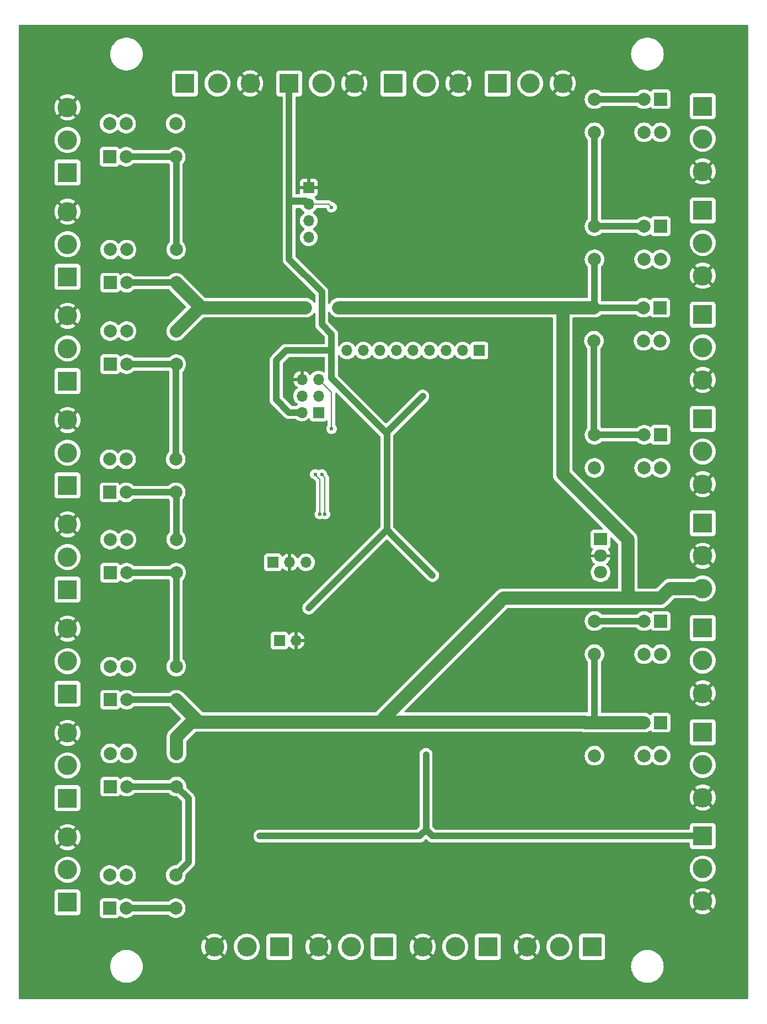
<source format=gbr>
%TF.GenerationSoftware,KiCad,Pcbnew,8.0.7-8.0.7-0~ubuntu22.04.1*%
%TF.CreationDate,2025-02-02T15:20:15-05:00*%
%TF.ProjectId,Keg Washer,4b656720-5761-4736-9865-722e6b696361,rev?*%
%TF.SameCoordinates,Original*%
%TF.FileFunction,Copper,L2,Bot*%
%TF.FilePolarity,Positive*%
%FSLAX46Y46*%
G04 Gerber Fmt 4.6, Leading zero omitted, Abs format (unit mm)*
G04 Created by KiCad (PCBNEW 8.0.7-8.0.7-0~ubuntu22.04.1) date 2025-02-02 15:20:15*
%MOMM*%
%LPD*%
G01*
G04 APERTURE LIST*
%TA.AperFunction,ComponentPad*%
%ADD10O,2.000000X1.905000*%
%TD*%
%TA.AperFunction,ComponentPad*%
%ADD11R,2.000000X1.905000*%
%TD*%
%TA.AperFunction,ComponentPad*%
%ADD12C,2.000000*%
%TD*%
%TA.AperFunction,ComponentPad*%
%ADD13R,2.000000X2.000000*%
%TD*%
%TA.AperFunction,ComponentPad*%
%ADD14C,3.000000*%
%TD*%
%TA.AperFunction,ComponentPad*%
%ADD15R,3.000000X3.000000*%
%TD*%
%TA.AperFunction,ComponentPad*%
%ADD16O,1.700000X1.700000*%
%TD*%
%TA.AperFunction,ComponentPad*%
%ADD17R,1.700000X1.700000*%
%TD*%
%TA.AperFunction,ViaPad*%
%ADD18C,0.600000*%
%TD*%
%TA.AperFunction,ViaPad*%
%ADD19C,1.000000*%
%TD*%
%TA.AperFunction,Conductor*%
%ADD20C,1.000000*%
%TD*%
%TA.AperFunction,Conductor*%
%ADD21C,2.000000*%
%TD*%
%TA.AperFunction,Conductor*%
%ADD22C,0.200000*%
%TD*%
G04 APERTURE END LIST*
D10*
%TO.P,U3,3,OUT*%
%TO.N,+5V*%
X237305000Y-144540000D03*
%TO.P,U3,2,GND*%
%TO.N,GND*%
X237305000Y-142000000D03*
D11*
%TO.P,U3,1,IN*%
%TO.N,+VDC*%
X237305000Y-139460000D03*
%TD*%
D12*
%TO.P,K14,10*%
%TO.N,Net-(J9-Pin_2)*%
X161917500Y-191000000D03*
%TO.P,K14,9*%
%TO.N,Net-(D12-K)*%
X164457500Y-191000000D03*
%TO.P,K14,6*%
%TO.N,+12V*%
X172077500Y-191000000D03*
%TO.P,K14,5*%
X172077500Y-196080000D03*
%TO.P,K14,2*%
X164457500Y-196080000D03*
D13*
%TO.P,K14,1*%
%TO.N,Net-(J9-Pin_1)*%
X161917500Y-196080000D03*
%TD*%
D12*
%TO.P,K13,10*%
%TO.N,Net-(J8-Pin_2)*%
X162042500Y-172327500D03*
%TO.P,K13,9*%
%TO.N,Net-(D14-K)*%
X164582500Y-172327500D03*
%TO.P,K13,6*%
%TO.N,+12V*%
X172202500Y-172327500D03*
%TO.P,K13,5*%
X172202500Y-177407500D03*
%TO.P,K13,2*%
X164582500Y-177407500D03*
D13*
%TO.P,K13,1*%
%TO.N,Net-(J8-Pin_1)*%
X162042500Y-177407500D03*
%TD*%
%TO.P,K12,1*%
%TO.N,Net-(J7-Pin_1)*%
X162000000Y-164080000D03*
D12*
%TO.P,K12,2*%
%TO.N,+12V*%
X164540000Y-164080000D03*
%TO.P,K12,5*%
X172160000Y-164080000D03*
%TO.P,K12,6*%
X172160000Y-159000000D03*
%TO.P,K12,9*%
%TO.N,Net-(D11-K)*%
X164540000Y-159000000D03*
%TO.P,K12,10*%
%TO.N,Net-(J7-Pin_2)*%
X162000000Y-159000000D03*
%TD*%
D13*
%TO.P,K11,1*%
%TO.N,Net-(J6-Pin_1)*%
X162000000Y-144580000D03*
D12*
%TO.P,K11,2*%
%TO.N,+12V*%
X164540000Y-144580000D03*
%TO.P,K11,5*%
X172160000Y-144580000D03*
%TO.P,K11,6*%
X172160000Y-139500000D03*
%TO.P,K11,9*%
%TO.N,Net-(D13-K)*%
X164540000Y-139500000D03*
%TO.P,K11,10*%
%TO.N,Net-(J6-Pin_2)*%
X162000000Y-139500000D03*
%TD*%
%TO.P,K10,10*%
%TO.N,Net-(J17-Pin_2)*%
X246540000Y-96500000D03*
%TO.P,K10,9*%
%TO.N,Net-(D1-K)*%
X244000000Y-96500000D03*
%TO.P,K10,6*%
%TO.N,+12V*%
X236380000Y-96500000D03*
%TO.P,K10,5*%
X236380000Y-91420000D03*
%TO.P,K10,2*%
X244000000Y-91420000D03*
D13*
%TO.P,K10,1*%
%TO.N,Net-(J17-Pin_1)*%
X246540000Y-91420000D03*
%TD*%
D12*
%TO.P,K9,10*%
%TO.N,Net-(J16-Pin_2)*%
X246540000Y-77000000D03*
%TO.P,K9,9*%
%TO.N,Net-(D2-K)*%
X244000000Y-77000000D03*
%TO.P,K9,6*%
%TO.N,+12V*%
X236380000Y-77000000D03*
%TO.P,K9,5*%
X236380000Y-71920000D03*
%TO.P,K9,2*%
X244000000Y-71920000D03*
D13*
%TO.P,K9,1*%
%TO.N,Net-(J16-Pin_1)*%
X246540000Y-71920000D03*
%TD*%
D12*
%TO.P,K8,10*%
%TO.N,Net-(J5-Pin_2)*%
X161917500Y-127172500D03*
%TO.P,K8,9*%
%TO.N,Net-(D8-K)*%
X164457500Y-127172500D03*
%TO.P,K8,6*%
%TO.N,+12V*%
X172077500Y-127172500D03*
%TO.P,K8,5*%
X172077500Y-132252500D03*
%TO.P,K8,2*%
X164457500Y-132252500D03*
D13*
%TO.P,K8,1*%
%TO.N,Net-(J5-Pin_1)*%
X161917500Y-132252500D03*
%TD*%
D12*
%TO.P,K7,10*%
%TO.N,Net-(J4-Pin_2)*%
X162000000Y-107500000D03*
%TO.P,K7,9*%
%TO.N,Net-(D10-K)*%
X164540000Y-107500000D03*
%TO.P,K7,6*%
%TO.N,+12V*%
X172160000Y-107500000D03*
%TO.P,K7,5*%
X172160000Y-112580000D03*
%TO.P,K7,2*%
X164540000Y-112580000D03*
D13*
%TO.P,K7,1*%
%TO.N,Net-(J4-Pin_1)*%
X162000000Y-112580000D03*
%TD*%
D12*
%TO.P,K6,10*%
%TO.N,Net-(J3-Pin_2)*%
X162000000Y-95000000D03*
%TO.P,K6,9*%
%TO.N,Net-(D7-K)*%
X164540000Y-95000000D03*
%TO.P,K6,6*%
%TO.N,+12V*%
X172160000Y-95000000D03*
%TO.P,K6,5*%
X172160000Y-100080000D03*
%TO.P,K6,2*%
X164540000Y-100080000D03*
D13*
%TO.P,K6,1*%
%TO.N,Net-(J3-Pin_1)*%
X162000000Y-100080000D03*
%TD*%
D12*
%TO.P,K5,10*%
%TO.N,Net-(J2-Pin_2)*%
X161917500Y-75672500D03*
%TO.P,K5,9*%
%TO.N,Net-(D9-K)*%
X164457500Y-75672500D03*
%TO.P,K5,6*%
%TO.N,+12V*%
X172077500Y-75672500D03*
%TO.P,K5,5*%
X172077500Y-80752500D03*
%TO.P,K5,2*%
X164457500Y-80752500D03*
D13*
%TO.P,K5,1*%
%TO.N,Net-(J2-Pin_1)*%
X161917500Y-80752500D03*
%TD*%
D12*
%TO.P,K4,10*%
%TO.N,Net-(J21-Pin_2)*%
X246540000Y-172672500D03*
%TO.P,K4,9*%
%TO.N,Net-(D5-K)*%
X244000000Y-172672500D03*
%TO.P,K4,6*%
%TO.N,+12V*%
X236380000Y-172672500D03*
%TO.P,K4,5*%
X236380000Y-167592500D03*
%TO.P,K4,2*%
X244000000Y-167592500D03*
D13*
%TO.P,K4,1*%
%TO.N,Net-(J21-Pin_1)*%
X246540000Y-167592500D03*
%TD*%
D12*
%TO.P,K3,10*%
%TO.N,Net-(J20-Pin_2)*%
X246540000Y-157087500D03*
%TO.P,K3,9*%
%TO.N,Net-(D6-K)*%
X244000000Y-157087500D03*
%TO.P,K3,6*%
%TO.N,+12V*%
X236380000Y-157087500D03*
%TO.P,K3,5*%
X236380000Y-152007500D03*
%TO.P,K3,2*%
X244000000Y-152007500D03*
D13*
%TO.P,K3,1*%
%TO.N,Net-(J20-Pin_1)*%
X246540000Y-152007500D03*
%TD*%
D12*
%TO.P,K2,10*%
%TO.N,Net-(J19-Pin_2)*%
X246540000Y-128500000D03*
%TO.P,K2,9*%
%TO.N,Net-(D3-K)*%
X244000000Y-128500000D03*
%TO.P,K2,6*%
%TO.N,+12V*%
X236380000Y-128500000D03*
%TO.P,K2,5*%
X236380000Y-123420000D03*
%TO.P,K2,2*%
X244000000Y-123420000D03*
D13*
%TO.P,K2,1*%
%TO.N,Net-(J19-Pin_1)*%
X246540000Y-123420000D03*
%TD*%
D12*
%TO.P,K1,10*%
%TO.N,Net-(J18-Pin_2)*%
X246457500Y-109000000D03*
%TO.P,K1,9*%
%TO.N,Net-(D4-K)*%
X243917500Y-109000000D03*
%TO.P,K1,6*%
%TO.N,+12V*%
X236297500Y-109000000D03*
%TO.P,K1,5*%
X236297500Y-103920000D03*
%TO.P,K1,2*%
X243917500Y-103920000D03*
D13*
%TO.P,K1,1*%
%TO.N,Net-(J18-Pin_1)*%
X246457500Y-103920000D03*
%TD*%
D14*
%TO.P,J29,3,Pin_3*%
%TO.N,GND*%
X253000000Y-195000000D03*
%TO.P,J29,2,Pin_2*%
%TO.N,Net-(J29-Pin_2)*%
X253000000Y-190000000D03*
D15*
%TO.P,J29,1,Pin_1*%
%TO.N,+5V*%
X253000000Y-185000000D03*
%TD*%
D16*
%TO.P,J28,2,Pin_2*%
%TO.N,GND*%
X190540000Y-155000000D03*
D17*
%TO.P,J28,1,Pin_1*%
%TO.N,PD7*%
X188000000Y-155000000D03*
%TD*%
D16*
%TO.P,J27,3,Pin_3*%
%TO.N,PD3*%
X192080000Y-143000000D03*
%TO.P,J27,2,Pin_2*%
%TO.N,GND*%
X189540000Y-143000000D03*
D17*
%TO.P,J27,1,Pin_1*%
%TO.N,PD2*%
X187000000Y-143000000D03*
%TD*%
D16*
%TO.P,J26,9,Pin_9*%
%TO.N,Net-(J26-Pin_9)*%
X198380000Y-110500000D03*
%TO.P,J26,8,Pin_8*%
%TO.N,Net-(J26-Pin_8)*%
X200920000Y-110500000D03*
%TO.P,J26,7,Pin_7*%
%TO.N,Net-(J26-Pin_7)*%
X203460000Y-110500000D03*
%TO.P,J26,6,Pin_6*%
%TO.N,Net-(J26-Pin_6)*%
X206000000Y-110500000D03*
%TO.P,J26,5,Pin_5*%
%TO.N,Net-(J26-Pin_5)*%
X208540000Y-110500000D03*
%TO.P,J26,4,Pin_4*%
%TO.N,Net-(J26-Pin_4)*%
X211080000Y-110500000D03*
%TO.P,J26,3,Pin_3*%
%TO.N,Net-(J26-Pin_3)*%
X213620000Y-110500000D03*
%TO.P,J26,2,Pin_2*%
%TO.N,Net-(J26-Pin_2)*%
X216160000Y-110500000D03*
D17*
%TO.P,J26,1,Pin_1*%
%TO.N,Net-(J26-Pin_1)*%
X218700000Y-110500000D03*
%TD*%
D16*
%TO.P,J25,4,Pin_4*%
%TO.N,Net-(J25-Pin_4)*%
X192500000Y-93120000D03*
%TO.P,J25,3,Pin_3*%
%TO.N,Net-(J25-Pin_3)*%
X192500000Y-90580000D03*
%TO.P,J25,2,Pin_2*%
%TO.N,+5V*%
X192500000Y-88040000D03*
D17*
%TO.P,J25,1,Pin_1*%
%TO.N,GND*%
X192500000Y-85500000D03*
%TD*%
D14*
%TO.P,J24,3,Pin_3*%
%TO.N,GND*%
X183500000Y-69500000D03*
%TO.P,J24,2,Pin_2*%
%TO.N,Net-(J24-Pin_2)*%
X178500000Y-69500000D03*
D15*
%TO.P,J24,1,Pin_1*%
%TO.N,+5V*%
X173500000Y-69500000D03*
%TD*%
D14*
%TO.P,J23,3,Pin_3*%
%TO.N,GND*%
X199500000Y-69500000D03*
%TO.P,J23,2,Pin_2*%
%TO.N,Net-(J23-Pin_2)*%
X194500000Y-69500000D03*
D15*
%TO.P,J23,1,Pin_1*%
%TO.N,+5V*%
X189500000Y-69500000D03*
%TD*%
D14*
%TO.P,J22,3,Pin_3*%
%TO.N,+12V*%
X253000000Y-147000000D03*
%TO.P,J22,2,Pin_2*%
%TO.N,GND*%
X253000000Y-142000000D03*
D15*
%TO.P,J22,1,Pin_1*%
%TO.N,+VDC*%
X253000000Y-137000000D03*
%TD*%
D14*
%TO.P,J21,3,Pin_3*%
%TO.N,GND*%
X253000000Y-179087500D03*
%TO.P,J21,2,Pin_2*%
%TO.N,Net-(J21-Pin_2)*%
X253000000Y-174087500D03*
D15*
%TO.P,J21,1,Pin_1*%
%TO.N,Net-(J21-Pin_1)*%
X253000000Y-169087500D03*
%TD*%
D14*
%TO.P,J20,3,Pin_3*%
%TO.N,GND*%
X253000000Y-163087500D03*
%TO.P,J20,2,Pin_2*%
%TO.N,Net-(J20-Pin_2)*%
X253000000Y-158087500D03*
D15*
%TO.P,J20,1,Pin_1*%
%TO.N,Net-(J20-Pin_1)*%
X253000000Y-153087500D03*
%TD*%
D14*
%TO.P,J19,3,Pin_3*%
%TO.N,GND*%
X253000000Y-131000000D03*
%TO.P,J19,2,Pin_2*%
%TO.N,Net-(J19-Pin_2)*%
X253000000Y-126000000D03*
D15*
%TO.P,J19,1,Pin_1*%
%TO.N,Net-(J19-Pin_1)*%
X253000000Y-121000000D03*
%TD*%
D14*
%TO.P,J18,3,Pin_3*%
%TO.N,GND*%
X253000000Y-115000000D03*
%TO.P,J18,2,Pin_2*%
%TO.N,Net-(J18-Pin_2)*%
X253000000Y-110000000D03*
D15*
%TO.P,J18,1,Pin_1*%
%TO.N,Net-(J18-Pin_1)*%
X253000000Y-105000000D03*
%TD*%
D14*
%TO.P,J17,3,Pin_3*%
%TO.N,GND*%
X253000000Y-99000000D03*
%TO.P,J17,2,Pin_2*%
%TO.N,Net-(J17-Pin_2)*%
X253000000Y-94000000D03*
D15*
%TO.P,J17,1,Pin_1*%
%TO.N,Net-(J17-Pin_1)*%
X253000000Y-89000000D03*
%TD*%
D14*
%TO.P,J16,3,Pin_3*%
%TO.N,GND*%
X253000000Y-83000000D03*
%TO.P,J16,2,Pin_2*%
%TO.N,Net-(J16-Pin_2)*%
X253000000Y-78000000D03*
D15*
%TO.P,J16,1,Pin_1*%
%TO.N,Net-(J16-Pin_1)*%
X253000000Y-73000000D03*
%TD*%
D14*
%TO.P,J15,3,Pin_3*%
%TO.N,GND*%
X215500000Y-69500000D03*
%TO.P,J15,2,Pin_2*%
%TO.N,Net-(J15-Pin_2)*%
X210500000Y-69500000D03*
D15*
%TO.P,J15,1,Pin_1*%
%TO.N,+5V*%
X205500000Y-69500000D03*
%TD*%
D14*
%TO.P,J14,3,Pin_3*%
%TO.N,GND*%
X231500000Y-69500000D03*
%TO.P,J14,2,Pin_2*%
%TO.N,Net-(J14-Pin_2)*%
X226500000Y-69500000D03*
D15*
%TO.P,J14,1,Pin_1*%
%TO.N,+5V*%
X221500000Y-69500000D03*
%TD*%
D14*
%TO.P,J13,3,Pin_3*%
%TO.N,GND*%
X226000000Y-202000000D03*
%TO.P,J13,2,Pin_2*%
%TO.N,Net-(J13-Pin_2)*%
X231000000Y-202000000D03*
D15*
%TO.P,J13,1,Pin_1*%
%TO.N,Net-(J13-Pin_1)*%
X236000000Y-202000000D03*
%TD*%
D14*
%TO.P,J12,3,Pin_3*%
%TO.N,GND*%
X210000000Y-202000000D03*
%TO.P,J12,2,Pin_2*%
%TO.N,Net-(J12-Pin_2)*%
X215000000Y-202000000D03*
D15*
%TO.P,J12,1,Pin_1*%
%TO.N,Net-(J12-Pin_1)*%
X220000000Y-202000000D03*
%TD*%
%TO.P,J11,1,Pin_1*%
%TO.N,Net-(J11-Pin_1)*%
X204000000Y-202000000D03*
D14*
%TO.P,J11,2,Pin_2*%
%TO.N,Net-(J11-Pin_2)*%
X199000000Y-202000000D03*
%TO.P,J11,3,Pin_3*%
%TO.N,GND*%
X194000000Y-202000000D03*
%TD*%
%TO.P,J10,3,Pin_3*%
%TO.N,GND*%
X178000000Y-202000000D03*
%TO.P,J10,2,Pin_2*%
%TO.N,Net-(J10-Pin_2)*%
X183000000Y-202000000D03*
D15*
%TO.P,J10,1,Pin_1*%
%TO.N,Net-(J10-Pin_1)*%
X188000000Y-202000000D03*
%TD*%
D14*
%TO.P,J9,3,Pin_3*%
%TO.N,GND*%
X155457500Y-185172500D03*
%TO.P,J9,2,Pin_2*%
%TO.N,Net-(J9-Pin_2)*%
X155457500Y-190172500D03*
D15*
%TO.P,J9,1,Pin_1*%
%TO.N,Net-(J9-Pin_1)*%
X155457500Y-195172500D03*
%TD*%
%TO.P,J8,1,Pin_1*%
%TO.N,Net-(J8-Pin_1)*%
X155457500Y-179172500D03*
D14*
%TO.P,J8,2,Pin_2*%
%TO.N,Net-(J8-Pin_2)*%
X155457500Y-174172500D03*
%TO.P,J8,3,Pin_3*%
%TO.N,GND*%
X155457500Y-169172500D03*
%TD*%
D15*
%TO.P,J7,1,Pin_1*%
%TO.N,Net-(J7-Pin_1)*%
X155457500Y-163172500D03*
D14*
%TO.P,J7,2,Pin_2*%
%TO.N,Net-(J7-Pin_2)*%
X155457500Y-158172500D03*
%TO.P,J7,3,Pin_3*%
%TO.N,GND*%
X155457500Y-153172500D03*
%TD*%
D15*
%TO.P,J6,1,Pin_1*%
%TO.N,Net-(J6-Pin_1)*%
X155457500Y-147172500D03*
D14*
%TO.P,J6,2,Pin_2*%
%TO.N,Net-(J6-Pin_2)*%
X155457500Y-142172500D03*
%TO.P,J6,3,Pin_3*%
%TO.N,GND*%
X155457500Y-137172500D03*
%TD*%
%TO.P,J5,3,Pin_3*%
%TO.N,GND*%
X155457500Y-121172500D03*
%TO.P,J5,2,Pin_2*%
%TO.N,Net-(J5-Pin_2)*%
X155457500Y-126172500D03*
D15*
%TO.P,J5,1,Pin_1*%
%TO.N,Net-(J5-Pin_1)*%
X155457500Y-131172500D03*
%TD*%
D14*
%TO.P,J4,3,Pin_3*%
%TO.N,GND*%
X155457500Y-105172500D03*
%TO.P,J4,2,Pin_2*%
%TO.N,Net-(J4-Pin_2)*%
X155457500Y-110172500D03*
D15*
%TO.P,J4,1,Pin_1*%
%TO.N,Net-(J4-Pin_1)*%
X155457500Y-115172500D03*
%TD*%
D14*
%TO.P,J3,3,Pin_3*%
%TO.N,GND*%
X155457500Y-89172500D03*
%TO.P,J3,2,Pin_2*%
%TO.N,Net-(J3-Pin_2)*%
X155457500Y-94172500D03*
D15*
%TO.P,J3,1,Pin_1*%
%TO.N,Net-(J3-Pin_1)*%
X155457500Y-99172500D03*
%TD*%
D14*
%TO.P,J2,3,Pin_3*%
%TO.N,GND*%
X155457500Y-73172500D03*
%TO.P,J2,2,Pin_2*%
%TO.N,Net-(J2-Pin_2)*%
X155457500Y-78172500D03*
D15*
%TO.P,J2,1,Pin_1*%
%TO.N,Net-(J2-Pin_1)*%
X155457500Y-83172500D03*
%TD*%
D16*
%TO.P,J1,6,Pin_6*%
%TO.N,GND*%
X191460000Y-114920000D03*
%TO.P,J1,5,Pin_5*%
%TO.N,Net-(J1-Pin_5)*%
X194000000Y-114920000D03*
%TO.P,J1,4,Pin_4*%
%TO.N,Net-(J1-Pin_4)*%
X191460000Y-117460000D03*
%TO.P,J1,3,Pin_3*%
%TO.N,Net-(J1-Pin_3)*%
X194000000Y-117460000D03*
%TO.P,J1,2,Pin_2*%
%TO.N,+5V*%
X191460000Y-120000000D03*
D17*
%TO.P,J1,1,Pin_1*%
%TO.N,Net-(J1-Pin_1)*%
X194000000Y-120000000D03*
%TD*%
D18*
%TO.N,GND*%
X206000000Y-107500000D03*
X199250000Y-107500000D03*
X176750000Y-144250000D03*
X176000000Y-134250000D03*
X175750000Y-126250000D03*
X238500000Y-88500000D03*
X221500000Y-79250000D03*
X207000000Y-79250000D03*
X206750000Y-77250000D03*
X192000000Y-79000000D03*
X192250000Y-76750000D03*
X176250000Y-80000000D03*
X176500000Y-77500000D03*
X186500000Y-88000000D03*
X186250000Y-85000000D03*
X192000000Y-107500000D03*
X187750000Y-107500000D03*
X241750000Y-135500000D03*
X237750000Y-131750000D03*
X227000000Y-128250000D03*
X224000000Y-122750000D03*
X231250000Y-172500000D03*
X228250000Y-176500000D03*
X225500000Y-171750000D03*
X179250000Y-177000000D03*
X185500000Y-176000000D03*
X184000000Y-171500000D03*
X178250000Y-170500000D03*
X172000000Y-205000000D03*
X171000000Y-201500000D03*
X154250000Y-204500000D03*
X153000000Y-202500000D03*
X257250000Y-206500000D03*
X256500000Y-203750000D03*
X251000000Y-205750000D03*
X249750000Y-202750000D03*
X157250000Y-66750000D03*
X156250000Y-64750000D03*
X153000000Y-66000000D03*
X151500000Y-64500000D03*
X239750000Y-67250000D03*
X240500000Y-63750000D03*
X254750000Y-66000000D03*
X255250000Y-63250000D03*
X226000000Y-88000000D03*
X231750000Y-91000000D03*
X224750000Y-111250000D03*
X227500000Y-111250000D03*
X228000000Y-107750000D03*
X224750000Y-107250000D03*
X190500000Y-101000000D03*
X187750000Y-100250000D03*
X186500000Y-96500000D03*
X204250000Y-99500000D03*
X196000000Y-97000000D03*
X199750000Y-94250000D03*
X206000000Y-93500000D03*
X202500000Y-89750000D03*
X220000000Y-99500000D03*
X215250000Y-98500000D03*
X214500000Y-90500000D03*
X219000000Y-93500000D03*
X221250000Y-87250000D03*
%TO.N,+5V*%
X204500000Y-132500000D03*
%TO.N,GND*%
X210000000Y-84000000D03*
X200500000Y-86500000D03*
X238000000Y-84500000D03*
X210500000Y-108000000D03*
X217000000Y-113000000D03*
X206500000Y-143000000D03*
X175500000Y-181000000D03*
X196000000Y-91000000D03*
X187000000Y-92000000D03*
X191500000Y-125500000D03*
X202000000Y-113000000D03*
X199500000Y-114500000D03*
X197000000Y-124500000D03*
X198500000Y-122000000D03*
X196500000Y-142000000D03*
X195000000Y-152500000D03*
X196500000Y-149500000D03*
X183000000Y-152000000D03*
X183000000Y-143500000D03*
X193500000Y-140000000D03*
X213000000Y-140500000D03*
X243500000Y-187500000D03*
X243000000Y-182500000D03*
X226000000Y-165000000D03*
X221000000Y-156500000D03*
X216000000Y-162000000D03*
X220500000Y-174000000D03*
X205500000Y-158000000D03*
X201000000Y-162000000D03*
X205000000Y-173000000D03*
X200500000Y-172500000D03*
X231500000Y-183000000D03*
X215000000Y-182000000D03*
X199500000Y-182500000D03*
X185500000Y-182500000D03*
X182000000Y-131000000D03*
X182000000Y-129500000D03*
X183500000Y-124500000D03*
X182000000Y-123000000D03*
X186000000Y-120500000D03*
X186500000Y-119500000D03*
X227000000Y-161500000D03*
X227500000Y-159500000D03*
X231500000Y-79500000D03*
X234000000Y-79500000D03*
X230500000Y-84500000D03*
X229000000Y-83500000D03*
X169000000Y-151500000D03*
X167500000Y-151500000D03*
X190500000Y-140500000D03*
X188500000Y-140500000D03*
X239500000Y-75500000D03*
X239000000Y-80500000D03*
X247000000Y-88000000D03*
X246500000Y-84500000D03*
X176500000Y-97000000D03*
X179500000Y-95000000D03*
X179000000Y-109000000D03*
X176000000Y-112000000D03*
X239000000Y-109000000D03*
X239000000Y-111500000D03*
X239500000Y-114000000D03*
X243000000Y-120500000D03*
X246000000Y-119000000D03*
X246000000Y-116000000D03*
X222500000Y-116500000D03*
X227500000Y-116500000D03*
X208000000Y-128000000D03*
X208500000Y-133500000D03*
X207000000Y-137500000D03*
X200500000Y-135000000D03*
X200000000Y-128000000D03*
X212500000Y-115500000D03*
X213000000Y-113500000D03*
X208000000Y-114000000D03*
X206000000Y-116500000D03*
X214000000Y-133000000D03*
X216000000Y-133000000D03*
X222000000Y-131500000D03*
X221500000Y-138000000D03*
X219000000Y-144000000D03*
X215000000Y-147000000D03*
X214500000Y-144500000D03*
X205000000Y-145000000D03*
X205500000Y-149000000D03*
X204500000Y-149500000D03*
X189500000Y-148000000D03*
X189500000Y-146000000D03*
X177500000Y-151000000D03*
X178500000Y-119000000D03*
X179000000Y-87000000D03*
X178000000Y-87000000D03*
X177500000Y-119000000D03*
X176500000Y-151000000D03*
X181000000Y-183000000D03*
D19*
%TO.N,+12V*%
X192000000Y-103920000D03*
X190500000Y-103920000D03*
X189000000Y-103920000D03*
X187500000Y-103920000D03*
X186080000Y-103920000D03*
X205000000Y-103920000D03*
X203000000Y-103920000D03*
X201000000Y-103920000D03*
X199000000Y-103920000D03*
X197080000Y-103920000D03*
D18*
%TO.N,+5V*%
X210000000Y-117500000D03*
X231500000Y-185000000D03*
X216000000Y-185000000D03*
X200500000Y-185000000D03*
X185000000Y-185000000D03*
X210500000Y-172500000D03*
X192500000Y-150000000D03*
X204500000Y-133500000D03*
X211500000Y-145000000D03*
%TO.N,Net-(J1-Pin_5)*%
X196000000Y-122500000D03*
%TO.N,Net-(J25-Pin_3)*%
X194199997Y-135600000D03*
X193500000Y-129500000D03*
%TO.N,Net-(J25-Pin_4)*%
X195000000Y-135600000D03*
X194500000Y-129500000D03*
%TO.N,+5V*%
X196000000Y-88500000D03*
%TD*%
D20*
%TO.N,+12V*%
X236380000Y-157087500D02*
X236380000Y-167592500D01*
D21*
X236380000Y-167592500D02*
X244000000Y-167592500D01*
X203420000Y-167500000D02*
X234907500Y-167500000D01*
X234907500Y-167500000D02*
X235000000Y-167592500D01*
X235000000Y-167592500D02*
X236380000Y-167592500D01*
D20*
X172202500Y-177407500D02*
X164582500Y-177407500D01*
X174040000Y-189037500D02*
X174040000Y-179245000D01*
X174040000Y-179245000D02*
X172202500Y-177407500D01*
D21*
X172202500Y-172327500D02*
X172202500Y-169797500D01*
X172202500Y-169797500D02*
X174500000Y-167500000D01*
X175580000Y-167500000D02*
X174500000Y-167500000D01*
X182000000Y-167500000D02*
X175580000Y-167500000D01*
X203420000Y-167500000D02*
X182000000Y-167500000D01*
X241500000Y-148500000D02*
X222420000Y-148500000D01*
X222420000Y-148500000D02*
X203420000Y-167500000D01*
X175580000Y-167500000D02*
X172160000Y-164080000D01*
X176000000Y-103920000D02*
X175740000Y-103920000D01*
X175740000Y-103920000D02*
X172160000Y-107500000D01*
X192000000Y-103920000D02*
X176000000Y-103920000D01*
X176000000Y-103920000D02*
X172160000Y-100080000D01*
D20*
%TO.N,+5V*%
X196000000Y-110500000D02*
X196000000Y-108000000D01*
X196000000Y-108000000D02*
X194500000Y-106500000D01*
X194500000Y-106500000D02*
X194500000Y-101500000D01*
X194500000Y-101500000D02*
X189500000Y-96500000D01*
X189500000Y-96500000D02*
X189500000Y-88000000D01*
D21*
%TO.N,+12V*%
X207000000Y-103920000D02*
X205000000Y-103920000D01*
X205000000Y-103920000D02*
X203000000Y-103920000D01*
X203000000Y-103920000D02*
X201000000Y-103920000D01*
X201000000Y-103920000D02*
X199000000Y-103920000D01*
X199000000Y-103920000D02*
X197080000Y-103920000D01*
X231500000Y-103920000D02*
X207000000Y-103920000D01*
X231500000Y-103920000D02*
X236297500Y-103920000D01*
X231500000Y-103920000D02*
X231500000Y-129500000D01*
X231500000Y-129500000D02*
X241500000Y-139500000D01*
X241500000Y-139500000D02*
X241500000Y-148500000D01*
X246500000Y-148500000D02*
X241500000Y-148500000D01*
X253000000Y-147000000D02*
X248000000Y-147000000D01*
X248000000Y-147000000D02*
X246500000Y-148500000D01*
D20*
X236297500Y-109000000D02*
X236297500Y-123337500D01*
X236297500Y-123337500D02*
X236380000Y-123420000D01*
X236380000Y-96500000D02*
X236380000Y-103837500D01*
X236380000Y-103837500D02*
X236297500Y-103920000D01*
X236380000Y-77000000D02*
X236380000Y-91420000D01*
X172160000Y-95000000D02*
X172160000Y-80835000D01*
X172160000Y-80835000D02*
X172077500Y-80752500D01*
X172077500Y-127172500D02*
X172077500Y-112662500D01*
X172077500Y-112662500D02*
X172160000Y-112580000D01*
X172160000Y-139500000D02*
X172160000Y-132335000D01*
X172160000Y-132335000D02*
X172077500Y-132252500D01*
X172160000Y-159000000D02*
X172160000Y-144580000D01*
X172077500Y-191000000D02*
X174040000Y-189037500D01*
X236380000Y-152007500D02*
X244000000Y-152007500D01*
X164457500Y-196080000D02*
X172077500Y-196080000D01*
X164540000Y-164080000D02*
X172160000Y-164080000D01*
X164540000Y-144580000D02*
X172160000Y-144580000D01*
X164457500Y-132252500D02*
X172077500Y-132252500D01*
X164540000Y-112580000D02*
X172160000Y-112580000D01*
X164540000Y-100080000D02*
X172160000Y-100080000D01*
X164457500Y-80752500D02*
X172077500Y-80752500D01*
X236380000Y-71920000D02*
X244000000Y-71920000D01*
X236380000Y-91420000D02*
X244000000Y-91420000D01*
X236297500Y-103920000D02*
X243917500Y-103920000D01*
X236380000Y-123420000D02*
X244000000Y-123420000D01*
%TO.N,+5V*%
X204500000Y-123000000D02*
X210000000Y-117500000D01*
X204500000Y-123227968D02*
X204500000Y-123000000D01*
X187500000Y-112000000D02*
X187500000Y-118000000D01*
X187500000Y-118000000D02*
X189500000Y-120000000D01*
X189500000Y-120000000D02*
X191460000Y-120000000D01*
X196000000Y-110500000D02*
X196000000Y-114727968D01*
X196000000Y-110500000D02*
X189000000Y-110500000D01*
X189000000Y-110500000D02*
X187500000Y-112000000D01*
X253000000Y-185000000D02*
X231500000Y-185000000D01*
X231500000Y-185000000D02*
X216000000Y-185000000D01*
X216000000Y-185000000D02*
X211500000Y-185000000D01*
X209500000Y-185000000D02*
X200500000Y-185000000D01*
X200500000Y-185000000D02*
X185000000Y-185000000D01*
X210500000Y-184000000D02*
X209500000Y-185000000D01*
X211500000Y-185000000D02*
X210500000Y-184000000D01*
X210500000Y-184000000D02*
X210500000Y-172500000D01*
D22*
X189500000Y-88000000D02*
X189770000Y-88000000D01*
X189770000Y-88000000D02*
X189810000Y-88040000D01*
X189810000Y-88040000D02*
X192500000Y-88040000D01*
D20*
X189500000Y-87500000D02*
X189500000Y-88000000D01*
X189500000Y-69500000D02*
X189500000Y-87500000D01*
X189500000Y-87500000D02*
X191960000Y-87500000D01*
X191960000Y-87500000D02*
X192500000Y-88040000D01*
X196000000Y-114727968D02*
X204500000Y-123227968D01*
X204500000Y-123227968D02*
X204500000Y-133500000D01*
X204500000Y-138000000D02*
X192500000Y-150000000D01*
X204500000Y-135500000D02*
X204500000Y-133500000D01*
X205500000Y-139000000D02*
X204500000Y-138000000D01*
X211500000Y-145000000D02*
X205500000Y-139000000D01*
X204500000Y-138000000D02*
X204500000Y-135500000D01*
D22*
%TO.N,Net-(J1-Pin_5)*%
X194000000Y-114920000D02*
X196000000Y-116920000D01*
X196000000Y-116920000D02*
X196000000Y-122500000D01*
%TO.N,Net-(J25-Pin_3)*%
X193500000Y-129600006D02*
X193500000Y-129500000D01*
X194199997Y-135600000D02*
X194199997Y-130300003D01*
X194199997Y-130300003D02*
X193500000Y-129600006D01*
%TO.N,Net-(J25-Pin_4)*%
X195000000Y-130000000D02*
X194500000Y-129500000D01*
X195000000Y-135600000D02*
X195000000Y-130000000D01*
%TO.N,+5V*%
X195540000Y-88040000D02*
X192500000Y-88040000D01*
X196000000Y-88500000D02*
X195540000Y-88040000D01*
%TD*%
%TA.AperFunction,Conductor*%
%TO.N,GND*%
G36*
X194942539Y-111520185D02*
G01*
X194988294Y-111572989D01*
X194999500Y-111624500D01*
X194999500Y-113732998D01*
X194979815Y-113800037D01*
X194927011Y-113845792D01*
X194857853Y-113855736D01*
X194804377Y-113834573D01*
X194677834Y-113745967D01*
X194677830Y-113745965D01*
X194552964Y-113687739D01*
X194463663Y-113646097D01*
X194463659Y-113646096D01*
X194463655Y-113646094D01*
X194235413Y-113584938D01*
X194235403Y-113584936D01*
X194000001Y-113564341D01*
X193999999Y-113564341D01*
X193764596Y-113584936D01*
X193764586Y-113584938D01*
X193536344Y-113646094D01*
X193536335Y-113646098D01*
X193322171Y-113745964D01*
X193322169Y-113745965D01*
X193128597Y-113881505D01*
X192961508Y-114048594D01*
X192831269Y-114234595D01*
X192776692Y-114278219D01*
X192707193Y-114285412D01*
X192644839Y-114253890D01*
X192628119Y-114234594D01*
X192498113Y-114048926D01*
X192498108Y-114048920D01*
X192331082Y-113881894D01*
X192137578Y-113746399D01*
X191923492Y-113646570D01*
X191923486Y-113646567D01*
X191710000Y-113589364D01*
X191710000Y-114486988D01*
X191652993Y-114454075D01*
X191525826Y-114420000D01*
X191394174Y-114420000D01*
X191267007Y-114454075D01*
X191210000Y-114486988D01*
X191210000Y-113589364D01*
X191209999Y-113589364D01*
X190996513Y-113646567D01*
X190996507Y-113646570D01*
X190782422Y-113746399D01*
X190782420Y-113746400D01*
X190588926Y-113881886D01*
X190588920Y-113881891D01*
X190421891Y-114048920D01*
X190421886Y-114048926D01*
X190286400Y-114242420D01*
X190286399Y-114242422D01*
X190186570Y-114456507D01*
X190186567Y-114456513D01*
X190129364Y-114669999D01*
X190129364Y-114670000D01*
X191026988Y-114670000D01*
X190994075Y-114727007D01*
X190960000Y-114854174D01*
X190960000Y-114985826D01*
X190994075Y-115112993D01*
X191026988Y-115170000D01*
X190129364Y-115170000D01*
X190186567Y-115383486D01*
X190186570Y-115383492D01*
X190286399Y-115597578D01*
X190421894Y-115791082D01*
X190588917Y-115958105D01*
X190774595Y-116088119D01*
X190818219Y-116142696D01*
X190825412Y-116212195D01*
X190793890Y-116274549D01*
X190774595Y-116291269D01*
X190588594Y-116421508D01*
X190421505Y-116588597D01*
X190285965Y-116782169D01*
X190285964Y-116782171D01*
X190186098Y-116996335D01*
X190186094Y-116996344D01*
X190124938Y-117224586D01*
X190124936Y-117224596D01*
X190104341Y-117459999D01*
X190104341Y-117460000D01*
X190124936Y-117695403D01*
X190124938Y-117695413D01*
X190186094Y-117923655D01*
X190186096Y-117923659D01*
X190186097Y-117923663D01*
X190285965Y-118137830D01*
X190421501Y-118331396D01*
X190421506Y-118331402D01*
X190588597Y-118498493D01*
X190588603Y-118498498D01*
X190774158Y-118628425D01*
X190817783Y-118683002D01*
X190824977Y-118752500D01*
X190793454Y-118814855D01*
X190774158Y-118831575D01*
X190588597Y-118961505D01*
X190586922Y-118963181D01*
X190586000Y-118963684D01*
X190584449Y-118964986D01*
X190584187Y-118964674D01*
X190525599Y-118996666D01*
X190499241Y-118999500D01*
X189965782Y-118999500D01*
X189898743Y-118979815D01*
X189878101Y-118963181D01*
X188536819Y-117621899D01*
X188503334Y-117560576D01*
X188500500Y-117534218D01*
X188500500Y-112465782D01*
X188520185Y-112398743D01*
X188536819Y-112378101D01*
X189378102Y-111536819D01*
X189439425Y-111503334D01*
X189465783Y-111500500D01*
X194875500Y-111500500D01*
X194942539Y-111520185D01*
G37*
%TD.AperFunction*%
%TA.AperFunction,Conductor*%
G36*
X259942539Y-60520185D02*
G01*
X259988294Y-60572989D01*
X259999500Y-60624500D01*
X259999500Y-209875500D01*
X259979815Y-209942539D01*
X259927011Y-209988294D01*
X259875500Y-209999500D01*
X148124500Y-209999500D01*
X148057461Y-209979815D01*
X148011706Y-209927011D01*
X148000500Y-209875500D01*
X148000500Y-204999994D01*
X161994556Y-204999994D01*
X161994556Y-205000005D01*
X162014310Y-205314004D01*
X162014311Y-205314011D01*
X162073270Y-205623083D01*
X162170497Y-205922316D01*
X162170499Y-205922321D01*
X162304461Y-206207003D01*
X162304464Y-206207009D01*
X162473051Y-206472661D01*
X162473054Y-206472665D01*
X162673606Y-206715090D01*
X162673608Y-206715092D01*
X162902968Y-206930476D01*
X162902978Y-206930484D01*
X163157504Y-207115408D01*
X163157509Y-207115410D01*
X163157516Y-207115416D01*
X163433234Y-207266994D01*
X163433239Y-207266996D01*
X163433241Y-207266997D01*
X163433242Y-207266998D01*
X163725771Y-207382818D01*
X163725774Y-207382819D01*
X164030523Y-207461065D01*
X164030527Y-207461066D01*
X164096010Y-207469338D01*
X164342670Y-207500499D01*
X164342679Y-207500499D01*
X164342682Y-207500500D01*
X164342684Y-207500500D01*
X164657316Y-207500500D01*
X164657318Y-207500500D01*
X164657321Y-207500499D01*
X164657329Y-207500499D01*
X164843593Y-207476968D01*
X164969473Y-207461066D01*
X165274225Y-207382819D01*
X165274228Y-207382818D01*
X165566757Y-207266998D01*
X165566758Y-207266997D01*
X165566756Y-207266997D01*
X165566766Y-207266994D01*
X165842484Y-207115416D01*
X166097030Y-206930478D01*
X166326390Y-206715094D01*
X166526947Y-206472663D01*
X166695537Y-206207007D01*
X166829503Y-205922315D01*
X166926731Y-205623079D01*
X166985688Y-205314015D01*
X167005444Y-205000000D01*
X167005444Y-204999994D01*
X241994556Y-204999994D01*
X241994556Y-205000005D01*
X242014310Y-205314004D01*
X242014311Y-205314011D01*
X242073270Y-205623083D01*
X242170497Y-205922316D01*
X242170499Y-205922321D01*
X242304461Y-206207003D01*
X242304464Y-206207009D01*
X242473051Y-206472661D01*
X242473054Y-206472665D01*
X242673606Y-206715090D01*
X242673608Y-206715092D01*
X242902968Y-206930476D01*
X242902978Y-206930484D01*
X243157504Y-207115408D01*
X243157509Y-207115410D01*
X243157516Y-207115416D01*
X243433234Y-207266994D01*
X243433239Y-207266996D01*
X243433241Y-207266997D01*
X243433242Y-207266998D01*
X243725771Y-207382818D01*
X243725774Y-207382819D01*
X244030523Y-207461065D01*
X244030527Y-207461066D01*
X244096010Y-207469338D01*
X244342670Y-207500499D01*
X244342679Y-207500499D01*
X244342682Y-207500500D01*
X244342684Y-207500500D01*
X244657316Y-207500500D01*
X244657318Y-207500500D01*
X244657321Y-207500499D01*
X244657329Y-207500499D01*
X244843593Y-207476968D01*
X244969473Y-207461066D01*
X245274225Y-207382819D01*
X245274228Y-207382818D01*
X245566757Y-207266998D01*
X245566758Y-207266997D01*
X245566756Y-207266997D01*
X245566766Y-207266994D01*
X245842484Y-207115416D01*
X246097030Y-206930478D01*
X246326390Y-206715094D01*
X246526947Y-206472663D01*
X246695537Y-206207007D01*
X246829503Y-205922315D01*
X246926731Y-205623079D01*
X246985688Y-205314015D01*
X247005444Y-205000000D01*
X246989916Y-204753190D01*
X246985689Y-204685995D01*
X246985688Y-204685988D01*
X246985688Y-204685985D01*
X246926731Y-204376921D01*
X246829503Y-204077685D01*
X246793182Y-204000500D01*
X246757358Y-203924369D01*
X246695537Y-203792993D01*
X246628150Y-203686808D01*
X246526948Y-203527338D01*
X246526945Y-203527334D01*
X246326393Y-203284909D01*
X246326391Y-203284907D01*
X246112777Y-203084309D01*
X246097030Y-203069522D01*
X246097027Y-203069520D01*
X246097021Y-203069515D01*
X245842495Y-202884591D01*
X245842488Y-202884586D01*
X245842484Y-202884584D01*
X245566766Y-202733006D01*
X245566763Y-202733004D01*
X245566758Y-202733002D01*
X245566757Y-202733001D01*
X245274228Y-202617181D01*
X245274225Y-202617180D01*
X244969476Y-202538934D01*
X244969463Y-202538932D01*
X244657329Y-202499500D01*
X244657318Y-202499500D01*
X244342682Y-202499500D01*
X244342670Y-202499500D01*
X244030536Y-202538932D01*
X244030523Y-202538934D01*
X243725774Y-202617180D01*
X243725771Y-202617181D01*
X243433242Y-202733001D01*
X243433241Y-202733002D01*
X243157516Y-202884584D01*
X243157504Y-202884591D01*
X242902978Y-203069515D01*
X242902968Y-203069523D01*
X242673608Y-203284907D01*
X242673606Y-203284909D01*
X242473054Y-203527334D01*
X242473051Y-203527338D01*
X242304464Y-203792990D01*
X242304461Y-203792996D01*
X242170499Y-204077678D01*
X242170497Y-204077683D01*
X242073270Y-204376916D01*
X242014311Y-204685988D01*
X242014310Y-204685995D01*
X241994556Y-204999994D01*
X167005444Y-204999994D01*
X166989916Y-204753190D01*
X166985689Y-204685995D01*
X166985688Y-204685988D01*
X166985688Y-204685985D01*
X166926731Y-204376921D01*
X166829503Y-204077685D01*
X166793182Y-204000500D01*
X166757358Y-203924369D01*
X166695537Y-203792993D01*
X166628150Y-203686808D01*
X166526948Y-203527338D01*
X166526945Y-203527334D01*
X166326393Y-203284909D01*
X166326391Y-203284907D01*
X166112777Y-203084309D01*
X166097030Y-203069522D01*
X166097027Y-203069520D01*
X166097021Y-203069515D01*
X165842495Y-202884591D01*
X165842488Y-202884586D01*
X165842484Y-202884584D01*
X165566766Y-202733006D01*
X165566763Y-202733004D01*
X165566758Y-202733002D01*
X165566757Y-202733001D01*
X165274228Y-202617181D01*
X165274225Y-202617180D01*
X164969476Y-202538934D01*
X164969463Y-202538932D01*
X164657329Y-202499500D01*
X164657318Y-202499500D01*
X164342682Y-202499500D01*
X164342670Y-202499500D01*
X164030536Y-202538932D01*
X164030523Y-202538934D01*
X163725774Y-202617180D01*
X163725771Y-202617181D01*
X163433242Y-202733001D01*
X163433241Y-202733002D01*
X163157516Y-202884584D01*
X163157504Y-202884591D01*
X162902978Y-203069515D01*
X162902968Y-203069523D01*
X162673608Y-203284907D01*
X162673606Y-203284909D01*
X162473054Y-203527334D01*
X162473051Y-203527338D01*
X162304464Y-203792990D01*
X162304461Y-203792996D01*
X162170499Y-204077678D01*
X162170497Y-204077683D01*
X162073270Y-204376916D01*
X162014311Y-204685988D01*
X162014310Y-204685995D01*
X161994556Y-204999994D01*
X148000500Y-204999994D01*
X148000500Y-201999998D01*
X175994891Y-201999998D01*
X175994891Y-202000001D01*
X176015300Y-202285362D01*
X176076109Y-202564895D01*
X176176091Y-202832958D01*
X176313191Y-203084038D01*
X176313196Y-203084046D01*
X176419882Y-203226562D01*
X176419883Y-203226563D01*
X177398958Y-202247488D01*
X177423978Y-202307890D01*
X177495112Y-202414351D01*
X177585649Y-202504888D01*
X177692110Y-202576022D01*
X177752511Y-202601041D01*
X176773435Y-203580115D01*
X176773436Y-203580116D01*
X176915953Y-203686803D01*
X176915961Y-203686808D01*
X177167042Y-203823908D01*
X177167041Y-203823908D01*
X177435104Y-203923890D01*
X177714637Y-203984699D01*
X177999999Y-204005109D01*
X178000001Y-204005109D01*
X178285362Y-203984699D01*
X178564895Y-203923890D01*
X178832958Y-203823908D01*
X179084038Y-203686808D01*
X179084039Y-203686807D01*
X179226563Y-203580115D01*
X178247488Y-202601041D01*
X178307890Y-202576022D01*
X178414351Y-202504888D01*
X178504888Y-202414351D01*
X178576022Y-202307890D01*
X178601041Y-202247488D01*
X179580115Y-203226563D01*
X179686807Y-203084039D01*
X179686808Y-203084038D01*
X179823908Y-202832958D01*
X179923890Y-202564895D01*
X179984699Y-202285362D01*
X180005109Y-202000001D01*
X180005109Y-201999998D01*
X180994390Y-201999998D01*
X180994390Y-202000001D01*
X181014804Y-202285433D01*
X181075628Y-202565037D01*
X181075630Y-202565043D01*
X181075631Y-202565046D01*
X181138275Y-202733001D01*
X181175635Y-202833166D01*
X181312770Y-203084309D01*
X181312775Y-203084317D01*
X181484254Y-203313387D01*
X181484270Y-203313405D01*
X181686594Y-203515729D01*
X181686612Y-203515745D01*
X181915682Y-203687224D01*
X181915690Y-203687229D01*
X182166833Y-203824364D01*
X182166832Y-203824364D01*
X182166836Y-203824365D01*
X182166839Y-203824367D01*
X182434954Y-203924369D01*
X182434960Y-203924370D01*
X182434962Y-203924371D01*
X182714566Y-203985195D01*
X182714568Y-203985195D01*
X182714572Y-203985196D01*
X182968220Y-204003337D01*
X182999999Y-204005610D01*
X183000000Y-204005610D01*
X183000001Y-204005610D01*
X183028595Y-204003564D01*
X183285428Y-203985196D01*
X183475742Y-203943796D01*
X183565037Y-203924371D01*
X183565037Y-203924370D01*
X183565046Y-203924369D01*
X183833161Y-203824367D01*
X184084315Y-203687226D01*
X184313395Y-203515739D01*
X184515739Y-203313395D01*
X184687226Y-203084315D01*
X184824367Y-202833161D01*
X184924369Y-202565046D01*
X184985196Y-202285428D01*
X185005610Y-202000000D01*
X184985196Y-201714572D01*
X184924369Y-201434954D01*
X184824367Y-201166839D01*
X184687372Y-200915953D01*
X184687229Y-200915690D01*
X184687224Y-200915682D01*
X184515745Y-200686612D01*
X184515729Y-200686594D01*
X184313405Y-200484270D01*
X184313387Y-200484254D01*
X184270481Y-200452135D01*
X185999500Y-200452135D01*
X185999500Y-203547870D01*
X185999501Y-203547876D01*
X186005908Y-203607483D01*
X186056202Y-203742328D01*
X186056206Y-203742335D01*
X186142452Y-203857544D01*
X186142455Y-203857547D01*
X186257664Y-203943793D01*
X186257671Y-203943797D01*
X186392517Y-203994091D01*
X186392516Y-203994091D01*
X186399444Y-203994835D01*
X186452127Y-204000500D01*
X189547872Y-204000499D01*
X189607483Y-203994091D01*
X189742331Y-203943796D01*
X189857546Y-203857546D01*
X189943796Y-203742331D01*
X189994091Y-203607483D01*
X190000500Y-203547873D01*
X190000499Y-201999998D01*
X191994891Y-201999998D01*
X191994891Y-202000001D01*
X192015300Y-202285362D01*
X192076109Y-202564895D01*
X192176091Y-202832958D01*
X192313191Y-203084038D01*
X192313196Y-203084046D01*
X192419882Y-203226562D01*
X192419883Y-203226563D01*
X193398958Y-202247488D01*
X193423978Y-202307890D01*
X193495112Y-202414351D01*
X193585649Y-202504888D01*
X193692110Y-202576022D01*
X193752511Y-202601041D01*
X192773435Y-203580115D01*
X192773436Y-203580116D01*
X192915953Y-203686803D01*
X192915961Y-203686808D01*
X193167042Y-203823908D01*
X193167041Y-203823908D01*
X193435104Y-203923890D01*
X193714637Y-203984699D01*
X193999999Y-204005109D01*
X194000001Y-204005109D01*
X194285362Y-203984699D01*
X194564895Y-203923890D01*
X194832958Y-203823908D01*
X195084038Y-203686808D01*
X195084039Y-203686807D01*
X195226563Y-203580115D01*
X194247488Y-202601041D01*
X194307890Y-202576022D01*
X194414351Y-202504888D01*
X194504888Y-202414351D01*
X194576022Y-202307890D01*
X194601041Y-202247489D01*
X195580115Y-203226563D01*
X195686807Y-203084039D01*
X195686808Y-203084038D01*
X195823908Y-202832958D01*
X195923890Y-202564895D01*
X195984699Y-202285362D01*
X196005109Y-202000001D01*
X196005109Y-201999998D01*
X196994390Y-201999998D01*
X196994390Y-202000001D01*
X197014804Y-202285433D01*
X197075628Y-202565037D01*
X197075630Y-202565043D01*
X197075631Y-202565046D01*
X197138275Y-202733001D01*
X197175635Y-202833166D01*
X197312770Y-203084309D01*
X197312775Y-203084317D01*
X197484254Y-203313387D01*
X197484270Y-203313405D01*
X197686594Y-203515729D01*
X197686612Y-203515745D01*
X197915682Y-203687224D01*
X197915690Y-203687229D01*
X198166833Y-203824364D01*
X198166832Y-203824364D01*
X198166836Y-203824365D01*
X198166839Y-203824367D01*
X198434954Y-203924369D01*
X198434960Y-203924370D01*
X198434962Y-203924371D01*
X198714566Y-203985195D01*
X198714568Y-203985195D01*
X198714572Y-203985196D01*
X198968220Y-204003337D01*
X198999999Y-204005610D01*
X199000000Y-204005610D01*
X199000001Y-204005610D01*
X199028595Y-204003564D01*
X199285428Y-203985196D01*
X199475742Y-203943796D01*
X199565037Y-203924371D01*
X199565037Y-203924370D01*
X199565046Y-203924369D01*
X199833161Y-203824367D01*
X200084315Y-203687226D01*
X200313395Y-203515739D01*
X200515739Y-203313395D01*
X200687226Y-203084315D01*
X200824367Y-202833161D01*
X200924369Y-202565046D01*
X200985196Y-202285428D01*
X201005610Y-202000000D01*
X200985196Y-201714572D01*
X200924369Y-201434954D01*
X200824367Y-201166839D01*
X200687372Y-200915953D01*
X200687229Y-200915690D01*
X200687224Y-200915682D01*
X200515745Y-200686612D01*
X200515729Y-200686594D01*
X200313405Y-200484270D01*
X200313387Y-200484254D01*
X200270481Y-200452135D01*
X201999500Y-200452135D01*
X201999500Y-203547870D01*
X201999501Y-203547876D01*
X202005908Y-203607483D01*
X202056202Y-203742328D01*
X202056206Y-203742335D01*
X202142452Y-203857544D01*
X202142455Y-203857547D01*
X202257664Y-203943793D01*
X202257671Y-203943797D01*
X202392517Y-203994091D01*
X202392516Y-203994091D01*
X202399444Y-203994835D01*
X202452127Y-204000500D01*
X205547872Y-204000499D01*
X205607483Y-203994091D01*
X205742331Y-203943796D01*
X205857546Y-203857546D01*
X205943796Y-203742331D01*
X205994091Y-203607483D01*
X206000500Y-203547873D01*
X206000499Y-201999998D01*
X207994891Y-201999998D01*
X207994891Y-202000001D01*
X208015300Y-202285362D01*
X208076109Y-202564895D01*
X208176091Y-202832958D01*
X208313191Y-203084038D01*
X208313196Y-203084046D01*
X208419882Y-203226562D01*
X208419883Y-203226563D01*
X209398958Y-202247488D01*
X209423978Y-202307890D01*
X209495112Y-202414351D01*
X209585649Y-202504888D01*
X209692110Y-202576022D01*
X209752511Y-202601041D01*
X208773435Y-203580115D01*
X208773436Y-203580116D01*
X208915953Y-203686803D01*
X208915961Y-203686808D01*
X209167042Y-203823908D01*
X209167041Y-203823908D01*
X209435104Y-203923890D01*
X209714637Y-203984699D01*
X209999999Y-204005109D01*
X210000001Y-204005109D01*
X210285362Y-203984699D01*
X210564895Y-203923890D01*
X210832958Y-203823908D01*
X211084038Y-203686808D01*
X211084039Y-203686807D01*
X211226563Y-203580115D01*
X210247488Y-202601041D01*
X210307890Y-202576022D01*
X210414351Y-202504888D01*
X210504888Y-202414351D01*
X210576022Y-202307890D01*
X210601041Y-202247488D01*
X211580115Y-203226563D01*
X211686807Y-203084039D01*
X211686808Y-203084038D01*
X211823908Y-202832958D01*
X211923890Y-202564895D01*
X211984699Y-202285362D01*
X212005109Y-202000001D01*
X212005109Y-201999998D01*
X212994390Y-201999998D01*
X212994390Y-202000001D01*
X213014804Y-202285433D01*
X213075628Y-202565037D01*
X213075630Y-202565043D01*
X213075631Y-202565046D01*
X213138275Y-202733001D01*
X213175635Y-202833166D01*
X213312770Y-203084309D01*
X213312775Y-203084317D01*
X213484254Y-203313387D01*
X213484270Y-203313405D01*
X213686594Y-203515729D01*
X213686612Y-203515745D01*
X213915682Y-203687224D01*
X213915690Y-203687229D01*
X214166833Y-203824364D01*
X214166832Y-203824364D01*
X214166836Y-203824365D01*
X214166839Y-203824367D01*
X214434954Y-203924369D01*
X214434960Y-203924370D01*
X214434962Y-203924371D01*
X214714566Y-203985195D01*
X214714568Y-203985195D01*
X214714572Y-203985196D01*
X214968220Y-204003337D01*
X214999999Y-204005610D01*
X215000000Y-204005610D01*
X215000001Y-204005610D01*
X215028595Y-204003564D01*
X215285428Y-203985196D01*
X215475742Y-203943796D01*
X215565037Y-203924371D01*
X215565037Y-203924370D01*
X215565046Y-203924369D01*
X215833161Y-203824367D01*
X216084315Y-203687226D01*
X216313395Y-203515739D01*
X216515739Y-203313395D01*
X216687226Y-203084315D01*
X216824367Y-202833161D01*
X216924369Y-202565046D01*
X216985196Y-202285428D01*
X217005610Y-202000000D01*
X216985196Y-201714572D01*
X216924369Y-201434954D01*
X216824367Y-201166839D01*
X216687372Y-200915953D01*
X216687229Y-200915690D01*
X216687224Y-200915682D01*
X216515745Y-200686612D01*
X216515729Y-200686594D01*
X216313405Y-200484270D01*
X216313387Y-200484254D01*
X216270481Y-200452135D01*
X217999500Y-200452135D01*
X217999500Y-203547870D01*
X217999501Y-203547876D01*
X218005908Y-203607483D01*
X218056202Y-203742328D01*
X218056206Y-203742335D01*
X218142452Y-203857544D01*
X218142455Y-203857547D01*
X218257664Y-203943793D01*
X218257671Y-203943797D01*
X218392517Y-203994091D01*
X218392516Y-203994091D01*
X218399444Y-203994835D01*
X218452127Y-204000500D01*
X221547872Y-204000499D01*
X221607483Y-203994091D01*
X221742331Y-203943796D01*
X221857546Y-203857546D01*
X221943796Y-203742331D01*
X221994091Y-203607483D01*
X222000500Y-203547873D01*
X222000499Y-201999998D01*
X223994891Y-201999998D01*
X223994891Y-202000001D01*
X224015300Y-202285362D01*
X224076109Y-202564895D01*
X224176091Y-202832958D01*
X224313191Y-203084038D01*
X224313196Y-203084046D01*
X224419882Y-203226562D01*
X224419883Y-203226563D01*
X225398958Y-202247488D01*
X225423978Y-202307890D01*
X225495112Y-202414351D01*
X225585649Y-202504888D01*
X225692110Y-202576022D01*
X225752511Y-202601041D01*
X224773435Y-203580115D01*
X224773436Y-203580116D01*
X224915953Y-203686803D01*
X224915961Y-203686808D01*
X225167042Y-203823908D01*
X225167041Y-203823908D01*
X225435104Y-203923890D01*
X225714637Y-203984699D01*
X225999999Y-204005109D01*
X226000001Y-204005109D01*
X226285362Y-203984699D01*
X226564895Y-203923890D01*
X226832958Y-203823908D01*
X227084038Y-203686808D01*
X227084039Y-203686807D01*
X227226563Y-203580115D01*
X226247488Y-202601041D01*
X226307890Y-202576022D01*
X226414351Y-202504888D01*
X226504888Y-202414351D01*
X226576022Y-202307890D01*
X226601041Y-202247488D01*
X227580115Y-203226563D01*
X227686807Y-203084039D01*
X227686808Y-203084038D01*
X227823908Y-202832958D01*
X227923890Y-202564895D01*
X227984699Y-202285362D01*
X228005109Y-202000001D01*
X228005109Y-201999998D01*
X228994390Y-201999998D01*
X228994390Y-202000001D01*
X229014804Y-202285433D01*
X229075628Y-202565037D01*
X229075630Y-202565043D01*
X229075631Y-202565046D01*
X229138275Y-202733001D01*
X229175635Y-202833166D01*
X229312770Y-203084309D01*
X229312775Y-203084317D01*
X229484254Y-203313387D01*
X229484270Y-203313405D01*
X229686594Y-203515729D01*
X229686612Y-203515745D01*
X229915682Y-203687224D01*
X229915690Y-203687229D01*
X230166833Y-203824364D01*
X230166832Y-203824364D01*
X230166836Y-203824365D01*
X230166839Y-203824367D01*
X230434954Y-203924369D01*
X230434960Y-203924370D01*
X230434962Y-203924371D01*
X230714566Y-203985195D01*
X230714568Y-203985195D01*
X230714572Y-203985196D01*
X230968220Y-204003337D01*
X230999999Y-204005610D01*
X231000000Y-204005610D01*
X231000001Y-204005610D01*
X231028595Y-204003564D01*
X231285428Y-203985196D01*
X231475742Y-203943796D01*
X231565037Y-203924371D01*
X231565037Y-203924370D01*
X231565046Y-203924369D01*
X231833161Y-203824367D01*
X232084315Y-203687226D01*
X232313395Y-203515739D01*
X232515739Y-203313395D01*
X232687226Y-203084315D01*
X232824367Y-202833161D01*
X232924369Y-202565046D01*
X232985196Y-202285428D01*
X233005610Y-202000000D01*
X232985196Y-201714572D01*
X232924369Y-201434954D01*
X232824367Y-201166839D01*
X232687372Y-200915953D01*
X232687229Y-200915690D01*
X232687224Y-200915682D01*
X232515745Y-200686612D01*
X232515729Y-200686594D01*
X232313405Y-200484270D01*
X232313387Y-200484254D01*
X232270481Y-200452135D01*
X233999500Y-200452135D01*
X233999500Y-203547870D01*
X233999501Y-203547876D01*
X234005908Y-203607483D01*
X234056202Y-203742328D01*
X234056206Y-203742335D01*
X234142452Y-203857544D01*
X234142455Y-203857547D01*
X234257664Y-203943793D01*
X234257671Y-203943797D01*
X234392517Y-203994091D01*
X234392516Y-203994091D01*
X234399444Y-203994835D01*
X234452127Y-204000500D01*
X237547872Y-204000499D01*
X237607483Y-203994091D01*
X237742331Y-203943796D01*
X237857546Y-203857546D01*
X237943796Y-203742331D01*
X237994091Y-203607483D01*
X238000500Y-203547873D01*
X238000499Y-200452128D01*
X237994091Y-200392517D01*
X237964506Y-200313196D01*
X237943797Y-200257671D01*
X237943793Y-200257664D01*
X237857547Y-200142455D01*
X237857544Y-200142452D01*
X237742335Y-200056206D01*
X237742328Y-200056202D01*
X237607482Y-200005908D01*
X237607483Y-200005908D01*
X237547883Y-199999501D01*
X237547881Y-199999500D01*
X237547873Y-199999500D01*
X237547864Y-199999500D01*
X234452129Y-199999500D01*
X234452123Y-199999501D01*
X234392516Y-200005908D01*
X234257671Y-200056202D01*
X234257664Y-200056206D01*
X234142455Y-200142452D01*
X234142452Y-200142455D01*
X234056206Y-200257664D01*
X234056202Y-200257671D01*
X234005908Y-200392517D01*
X233999501Y-200452116D01*
X233999501Y-200452123D01*
X233999500Y-200452135D01*
X232270481Y-200452135D01*
X232084317Y-200312775D01*
X232084309Y-200312770D01*
X231833166Y-200175635D01*
X231833167Y-200175635D01*
X231725915Y-200135632D01*
X231565046Y-200075631D01*
X231565043Y-200075630D01*
X231565037Y-200075628D01*
X231285433Y-200014804D01*
X231000001Y-199994390D01*
X230999999Y-199994390D01*
X230714566Y-200014804D01*
X230434962Y-200075628D01*
X230166833Y-200175635D01*
X229915690Y-200312770D01*
X229915682Y-200312775D01*
X229686612Y-200484254D01*
X229686594Y-200484270D01*
X229484270Y-200686594D01*
X229484254Y-200686612D01*
X229312775Y-200915682D01*
X229312770Y-200915690D01*
X229175635Y-201166833D01*
X229075628Y-201434962D01*
X229014804Y-201714566D01*
X228994390Y-201999998D01*
X228005109Y-201999998D01*
X227984699Y-201714637D01*
X227923890Y-201435104D01*
X227823908Y-201167041D01*
X227686808Y-200915961D01*
X227686803Y-200915953D01*
X227580116Y-200773436D01*
X227580115Y-200773435D01*
X226601041Y-201752510D01*
X226576022Y-201692110D01*
X226504888Y-201585649D01*
X226414351Y-201495112D01*
X226307890Y-201423978D01*
X226247487Y-201398958D01*
X227226563Y-200419883D01*
X227226562Y-200419882D01*
X227084046Y-200313196D01*
X227084038Y-200313191D01*
X226832957Y-200176091D01*
X226832958Y-200176091D01*
X226564895Y-200076109D01*
X226285362Y-200015300D01*
X226000001Y-199994891D01*
X225999999Y-199994891D01*
X225714637Y-200015300D01*
X225435104Y-200076109D01*
X225167041Y-200176091D01*
X224915961Y-200313191D01*
X224915953Y-200313196D01*
X224773435Y-200419882D01*
X225752512Y-201398958D01*
X225692110Y-201423978D01*
X225585649Y-201495112D01*
X225495112Y-201585649D01*
X225423978Y-201692110D01*
X225398958Y-201752511D01*
X224419882Y-200773435D01*
X224313196Y-200915953D01*
X224313191Y-200915961D01*
X224176091Y-201167041D01*
X224076109Y-201435104D01*
X224015300Y-201714637D01*
X223994891Y-201999998D01*
X222000499Y-201999998D01*
X222000499Y-200452128D01*
X221994091Y-200392517D01*
X221964506Y-200313196D01*
X221943797Y-200257671D01*
X221943793Y-200257664D01*
X221857547Y-200142455D01*
X221857544Y-200142452D01*
X221742335Y-200056206D01*
X221742328Y-200056202D01*
X221607482Y-200005908D01*
X221607483Y-200005908D01*
X221547883Y-199999501D01*
X221547881Y-199999500D01*
X221547873Y-199999500D01*
X221547864Y-199999500D01*
X218452129Y-199999500D01*
X218452123Y-199999501D01*
X218392516Y-200005908D01*
X218257671Y-200056202D01*
X218257664Y-200056206D01*
X218142455Y-200142452D01*
X218142452Y-200142455D01*
X218056206Y-200257664D01*
X218056202Y-200257671D01*
X218005908Y-200392517D01*
X217999501Y-200452116D01*
X217999501Y-200452123D01*
X217999500Y-200452135D01*
X216270481Y-200452135D01*
X216084317Y-200312775D01*
X216084309Y-200312770D01*
X215833166Y-200175635D01*
X215833167Y-200175635D01*
X215725915Y-200135632D01*
X215565046Y-200075631D01*
X215565043Y-200075630D01*
X215565037Y-200075628D01*
X215285433Y-200014804D01*
X215000001Y-199994390D01*
X214999999Y-199994390D01*
X214714566Y-200014804D01*
X214434962Y-200075628D01*
X214166833Y-200175635D01*
X213915690Y-200312770D01*
X213915682Y-200312775D01*
X213686612Y-200484254D01*
X213686594Y-200484270D01*
X213484270Y-200686594D01*
X213484254Y-200686612D01*
X213312775Y-200915682D01*
X213312770Y-200915690D01*
X213175635Y-201166833D01*
X213075628Y-201434962D01*
X213014804Y-201714566D01*
X212994390Y-201999998D01*
X212005109Y-201999998D01*
X211984699Y-201714637D01*
X211923890Y-201435104D01*
X211823908Y-201167041D01*
X211686808Y-200915961D01*
X211686803Y-200915953D01*
X211580116Y-200773436D01*
X211580115Y-200773435D01*
X210601041Y-201752510D01*
X210576022Y-201692110D01*
X210504888Y-201585649D01*
X210414351Y-201495112D01*
X210307890Y-201423978D01*
X210247487Y-201398958D01*
X211226563Y-200419883D01*
X211226562Y-200419882D01*
X211084046Y-200313196D01*
X211084038Y-200313191D01*
X210832957Y-200176091D01*
X210832958Y-200176091D01*
X210564895Y-200076109D01*
X210285362Y-200015300D01*
X210000001Y-199994891D01*
X209999999Y-199994891D01*
X209714637Y-200015300D01*
X209435104Y-200076109D01*
X209167041Y-200176091D01*
X208915961Y-200313191D01*
X208915953Y-200313196D01*
X208773435Y-200419882D01*
X209752512Y-201398958D01*
X209692110Y-201423978D01*
X209585649Y-201495112D01*
X209495112Y-201585649D01*
X209423978Y-201692110D01*
X209398958Y-201752511D01*
X208419882Y-200773435D01*
X208313196Y-200915953D01*
X208313191Y-200915961D01*
X208176091Y-201167041D01*
X208076109Y-201435104D01*
X208015300Y-201714637D01*
X207994891Y-201999998D01*
X206000499Y-201999998D01*
X206000499Y-200452128D01*
X205994091Y-200392517D01*
X205964506Y-200313196D01*
X205943797Y-200257671D01*
X205943793Y-200257664D01*
X205857547Y-200142455D01*
X205857544Y-200142452D01*
X205742335Y-200056206D01*
X205742328Y-200056202D01*
X205607482Y-200005908D01*
X205607483Y-200005908D01*
X205547883Y-199999501D01*
X205547881Y-199999500D01*
X205547873Y-199999500D01*
X205547864Y-199999500D01*
X202452129Y-199999500D01*
X202452123Y-199999501D01*
X202392516Y-200005908D01*
X202257671Y-200056202D01*
X202257664Y-200056206D01*
X202142455Y-200142452D01*
X202142452Y-200142455D01*
X202056206Y-200257664D01*
X202056202Y-200257671D01*
X202005908Y-200392517D01*
X201999501Y-200452116D01*
X201999501Y-200452123D01*
X201999500Y-200452135D01*
X200270481Y-200452135D01*
X200084317Y-200312775D01*
X200084309Y-200312770D01*
X199833166Y-200175635D01*
X199833167Y-200175635D01*
X199725915Y-200135632D01*
X199565046Y-200075631D01*
X199565043Y-200075630D01*
X199565037Y-200075628D01*
X199285433Y-200014804D01*
X199000001Y-199994390D01*
X198999999Y-199994390D01*
X198714566Y-200014804D01*
X198434962Y-200075628D01*
X198166833Y-200175635D01*
X197915690Y-200312770D01*
X197915682Y-200312775D01*
X197686612Y-200484254D01*
X197686594Y-200484270D01*
X197484270Y-200686594D01*
X197484254Y-200686612D01*
X197312775Y-200915682D01*
X197312770Y-200915690D01*
X197175635Y-201166833D01*
X197075628Y-201434962D01*
X197014804Y-201714566D01*
X196994390Y-201999998D01*
X196005109Y-201999998D01*
X195984699Y-201714637D01*
X195923890Y-201435104D01*
X195823908Y-201167041D01*
X195686808Y-200915961D01*
X195686803Y-200915953D01*
X195580116Y-200773436D01*
X195580115Y-200773435D01*
X194601041Y-201752510D01*
X194576022Y-201692110D01*
X194504888Y-201585649D01*
X194414351Y-201495112D01*
X194307890Y-201423978D01*
X194247487Y-201398958D01*
X195226563Y-200419883D01*
X195226562Y-200419882D01*
X195084046Y-200313196D01*
X195084038Y-200313191D01*
X194832957Y-200176091D01*
X194832958Y-200176091D01*
X194564895Y-200076109D01*
X194285362Y-200015300D01*
X194000001Y-199994891D01*
X193999999Y-199994891D01*
X193714637Y-200015300D01*
X193435104Y-200076109D01*
X193167041Y-200176091D01*
X192915961Y-200313191D01*
X192915953Y-200313196D01*
X192773435Y-200419882D01*
X193752512Y-201398958D01*
X193692110Y-201423978D01*
X193585649Y-201495112D01*
X193495112Y-201585649D01*
X193423978Y-201692110D01*
X193398958Y-201752511D01*
X192419882Y-200773435D01*
X192313196Y-200915953D01*
X192313191Y-200915961D01*
X192176091Y-201167041D01*
X192076109Y-201435104D01*
X192015300Y-201714637D01*
X191994891Y-201999998D01*
X190000499Y-201999998D01*
X190000499Y-200452128D01*
X189994091Y-200392517D01*
X189964506Y-200313196D01*
X189943797Y-200257671D01*
X189943793Y-200257664D01*
X189857547Y-200142455D01*
X189857544Y-200142452D01*
X189742335Y-200056206D01*
X189742328Y-200056202D01*
X189607482Y-200005908D01*
X189607483Y-200005908D01*
X189547883Y-199999501D01*
X189547881Y-199999500D01*
X189547873Y-199999500D01*
X189547864Y-199999500D01*
X186452129Y-199999500D01*
X186452123Y-199999501D01*
X186392516Y-200005908D01*
X186257671Y-200056202D01*
X186257664Y-200056206D01*
X186142455Y-200142452D01*
X186142452Y-200142455D01*
X186056206Y-200257664D01*
X186056202Y-200257671D01*
X186005908Y-200392517D01*
X185999501Y-200452116D01*
X185999501Y-200452123D01*
X185999500Y-200452135D01*
X184270481Y-200452135D01*
X184084317Y-200312775D01*
X184084309Y-200312770D01*
X183833166Y-200175635D01*
X183833167Y-200175635D01*
X183725915Y-200135632D01*
X183565046Y-200075631D01*
X183565043Y-200075630D01*
X183565037Y-200075628D01*
X183285433Y-200014804D01*
X183000001Y-199994390D01*
X182999999Y-199994390D01*
X182714566Y-200014804D01*
X182434962Y-200075628D01*
X182166833Y-200175635D01*
X181915690Y-200312770D01*
X181915682Y-200312775D01*
X181686612Y-200484254D01*
X181686594Y-200484270D01*
X181484270Y-200686594D01*
X181484254Y-200686612D01*
X181312775Y-200915682D01*
X181312770Y-200915690D01*
X181175635Y-201166833D01*
X181075628Y-201434962D01*
X181014804Y-201714566D01*
X180994390Y-201999998D01*
X180005109Y-201999998D01*
X179984699Y-201714637D01*
X179923890Y-201435104D01*
X179823908Y-201167041D01*
X179686808Y-200915961D01*
X179686803Y-200915953D01*
X179580116Y-200773436D01*
X179580115Y-200773435D01*
X178601041Y-201752510D01*
X178576022Y-201692110D01*
X178504888Y-201585649D01*
X178414351Y-201495112D01*
X178307890Y-201423978D01*
X178247487Y-201398958D01*
X179226563Y-200419883D01*
X179226562Y-200419882D01*
X179084046Y-200313196D01*
X179084038Y-200313191D01*
X178832957Y-200176091D01*
X178832958Y-200176091D01*
X178564895Y-200076109D01*
X178285362Y-200015300D01*
X178000001Y-199994891D01*
X177999999Y-199994891D01*
X177714637Y-200015300D01*
X177435104Y-200076109D01*
X177167041Y-200176091D01*
X176915961Y-200313191D01*
X176915953Y-200313196D01*
X176773435Y-200419882D01*
X177752512Y-201398958D01*
X177692110Y-201423978D01*
X177585649Y-201495112D01*
X177495112Y-201585649D01*
X177423978Y-201692110D01*
X177398958Y-201752511D01*
X176419882Y-200773435D01*
X176313196Y-200915953D01*
X176313191Y-200915961D01*
X176176091Y-201167041D01*
X176076109Y-201435104D01*
X176015300Y-201714637D01*
X175994891Y-201999998D01*
X148000500Y-201999998D01*
X148000500Y-193624635D01*
X153457000Y-193624635D01*
X153457000Y-196720370D01*
X153457001Y-196720376D01*
X153463408Y-196779983D01*
X153513702Y-196914828D01*
X153513706Y-196914835D01*
X153599952Y-197030044D01*
X153599955Y-197030047D01*
X153715164Y-197116293D01*
X153715171Y-197116297D01*
X153850017Y-197166591D01*
X153850016Y-197166591D01*
X153856944Y-197167335D01*
X153909627Y-197173000D01*
X157005372Y-197172999D01*
X157064983Y-197166591D01*
X157199831Y-197116296D01*
X157315046Y-197030046D01*
X157401296Y-196914831D01*
X157451591Y-196779983D01*
X157458000Y-196720373D01*
X157457999Y-195032135D01*
X160417000Y-195032135D01*
X160417000Y-197127870D01*
X160417001Y-197127876D01*
X160423408Y-197187483D01*
X160473702Y-197322328D01*
X160473706Y-197322335D01*
X160559952Y-197437544D01*
X160559955Y-197437547D01*
X160675164Y-197523793D01*
X160675171Y-197523797D01*
X160810017Y-197574091D01*
X160810016Y-197574091D01*
X160816944Y-197574835D01*
X160869627Y-197580500D01*
X162965372Y-197580499D01*
X163024983Y-197574091D01*
X163159831Y-197523796D01*
X163275046Y-197437546D01*
X163361296Y-197322331D01*
X163361297Y-197322326D01*
X163365547Y-197314546D01*
X163368788Y-197316316D01*
X163400041Y-197274393D01*
X163465456Y-197249844D01*
X163533759Y-197264558D01*
X163550712Y-197275655D01*
X163633991Y-197340474D01*
X163852690Y-197458828D01*
X164087886Y-197539571D01*
X164333165Y-197580500D01*
X164581835Y-197580500D01*
X164827114Y-197539571D01*
X165062310Y-197458828D01*
X165281009Y-197340474D01*
X165477244Y-197187738D01*
X165532351Y-197127876D01*
X165539126Y-197120517D01*
X165599013Y-197084526D01*
X165630355Y-197080500D01*
X170904645Y-197080500D01*
X170971684Y-197100185D01*
X170995874Y-197120517D01*
X171057521Y-197187483D01*
X171057756Y-197187738D01*
X171253991Y-197340474D01*
X171472690Y-197458828D01*
X171707886Y-197539571D01*
X171953165Y-197580500D01*
X172201835Y-197580500D01*
X172447114Y-197539571D01*
X172682310Y-197458828D01*
X172901009Y-197340474D01*
X173097244Y-197187738D01*
X173265664Y-197004785D01*
X173401673Y-196796607D01*
X173501563Y-196568881D01*
X173562608Y-196327821D01*
X173562609Y-196327812D01*
X173583143Y-196080005D01*
X173583143Y-196079994D01*
X173562609Y-195832187D01*
X173562607Y-195832175D01*
X173501563Y-195591118D01*
X173401673Y-195363393D01*
X173265666Y-195155217D01*
X173159125Y-195039483D01*
X173122777Y-194999998D01*
X250994891Y-194999998D01*
X250994891Y-195000001D01*
X251015300Y-195285362D01*
X251076109Y-195564895D01*
X251176091Y-195832958D01*
X251313191Y-196084038D01*
X251313196Y-196084046D01*
X251419882Y-196226562D01*
X251419883Y-196226563D01*
X252398958Y-195247488D01*
X252423978Y-195307890D01*
X252495112Y-195414351D01*
X252585649Y-195504888D01*
X252692110Y-195576022D01*
X252752511Y-195601041D01*
X251773435Y-196580115D01*
X251773436Y-196580116D01*
X251915953Y-196686803D01*
X251915961Y-196686808D01*
X252167042Y-196823908D01*
X252167041Y-196823908D01*
X252435104Y-196923890D01*
X252714637Y-196984699D01*
X252999999Y-197005109D01*
X253000001Y-197005109D01*
X253285362Y-196984699D01*
X253564895Y-196923890D01*
X253832958Y-196823908D01*
X254084038Y-196686808D01*
X254084039Y-196686807D01*
X254226563Y-196580115D01*
X253247488Y-195601041D01*
X253307890Y-195576022D01*
X253414351Y-195504888D01*
X253504888Y-195414351D01*
X253576022Y-195307890D01*
X253601041Y-195247488D01*
X254580115Y-196226563D01*
X254686807Y-196084039D01*
X254686808Y-196084038D01*
X254823908Y-195832958D01*
X254923890Y-195564895D01*
X254984699Y-195285362D01*
X255005109Y-195000001D01*
X255005109Y-194999998D01*
X254984699Y-194714637D01*
X254923890Y-194435104D01*
X254823908Y-194167041D01*
X254686808Y-193915961D01*
X254686803Y-193915953D01*
X254580116Y-193773436D01*
X254580115Y-193773435D01*
X253601041Y-194752510D01*
X253576022Y-194692110D01*
X253504888Y-194585649D01*
X253414351Y-194495112D01*
X253307890Y-194423978D01*
X253247487Y-194398958D01*
X254226563Y-193419883D01*
X254226562Y-193419882D01*
X254084046Y-193313196D01*
X254084038Y-193313191D01*
X253832957Y-193176091D01*
X253832958Y-193176091D01*
X253564895Y-193076109D01*
X253285362Y-193015300D01*
X253000001Y-192994891D01*
X252999999Y-192994891D01*
X252714637Y-193015300D01*
X252435104Y-193076109D01*
X252167041Y-193176091D01*
X251915961Y-193313191D01*
X251915953Y-193313196D01*
X251773435Y-193419882D01*
X252752512Y-194398958D01*
X252692110Y-194423978D01*
X252585649Y-194495112D01*
X252495112Y-194585649D01*
X252423978Y-194692110D01*
X252398958Y-194752511D01*
X251419882Y-193773435D01*
X251313196Y-193915953D01*
X251313191Y-193915961D01*
X251176091Y-194167041D01*
X251076109Y-194435104D01*
X251015300Y-194714637D01*
X250994891Y-194999998D01*
X173122777Y-194999998D01*
X173097244Y-194972262D01*
X172901009Y-194819526D01*
X172901007Y-194819525D01*
X172901006Y-194819524D01*
X172682311Y-194701172D01*
X172682302Y-194701169D01*
X172447116Y-194620429D01*
X172201835Y-194579500D01*
X171953165Y-194579500D01*
X171707883Y-194620429D01*
X171472697Y-194701169D01*
X171472688Y-194701172D01*
X171253993Y-194819524D01*
X171057755Y-194972262D01*
X171057752Y-194972265D01*
X170995874Y-195039483D01*
X170935987Y-195075474D01*
X170904645Y-195079500D01*
X165630355Y-195079500D01*
X165563316Y-195059815D01*
X165539126Y-195039483D01*
X165477247Y-194972265D01*
X165477244Y-194972262D01*
X165430630Y-194935981D01*
X165281009Y-194819526D01*
X165281007Y-194819525D01*
X165281006Y-194819524D01*
X165062311Y-194701172D01*
X165062302Y-194701169D01*
X164827116Y-194620429D01*
X164581835Y-194579500D01*
X164333165Y-194579500D01*
X164087883Y-194620429D01*
X163852697Y-194701169D01*
X163852688Y-194701172D01*
X163633991Y-194819525D01*
X163633988Y-194819528D01*
X163550712Y-194884343D01*
X163485718Y-194909985D01*
X163417178Y-194896418D01*
X163366854Y-194847949D01*
X163365659Y-194845392D01*
X163365547Y-194845454D01*
X163361293Y-194837664D01*
X163275047Y-194722455D01*
X163275044Y-194722452D01*
X163159835Y-194636206D01*
X163159828Y-194636202D01*
X163024982Y-194585908D01*
X163024983Y-194585908D01*
X162965383Y-194579501D01*
X162965381Y-194579500D01*
X162965373Y-194579500D01*
X162965364Y-194579500D01*
X160869629Y-194579500D01*
X160869623Y-194579501D01*
X160810016Y-194585908D01*
X160675171Y-194636202D01*
X160675164Y-194636206D01*
X160559955Y-194722452D01*
X160559952Y-194722455D01*
X160473706Y-194837664D01*
X160473702Y-194837671D01*
X160423408Y-194972517D01*
X160417001Y-195032116D01*
X160417000Y-195032135D01*
X157457999Y-195032135D01*
X157457999Y-193624628D01*
X157451591Y-193565017D01*
X157401296Y-193430169D01*
X157401295Y-193430168D01*
X157401293Y-193430164D01*
X157315047Y-193314955D01*
X157315044Y-193314952D01*
X157199835Y-193228706D01*
X157199828Y-193228702D01*
X157064982Y-193178408D01*
X157064983Y-193178408D01*
X157005383Y-193172001D01*
X157005381Y-193172000D01*
X157005373Y-193172000D01*
X157005364Y-193172000D01*
X153909629Y-193172000D01*
X153909623Y-193172001D01*
X153850016Y-193178408D01*
X153715171Y-193228702D01*
X153715164Y-193228706D01*
X153599955Y-193314952D01*
X153599952Y-193314955D01*
X153513706Y-193430164D01*
X153513702Y-193430171D01*
X153463408Y-193565017D01*
X153457001Y-193624616D01*
X153457001Y-193624623D01*
X153457000Y-193624635D01*
X148000500Y-193624635D01*
X148000500Y-190172498D01*
X153451890Y-190172498D01*
X153451890Y-190172501D01*
X153472304Y-190457933D01*
X153533128Y-190737537D01*
X153533130Y-190737543D01*
X153533131Y-190737546D01*
X153633133Y-191005661D01*
X153633135Y-191005666D01*
X153770270Y-191256809D01*
X153770275Y-191256817D01*
X153941754Y-191485887D01*
X153941770Y-191485905D01*
X154144094Y-191688229D01*
X154144112Y-191688245D01*
X154373182Y-191859724D01*
X154373190Y-191859729D01*
X154624333Y-191996864D01*
X154624332Y-191996864D01*
X154624336Y-191996865D01*
X154624339Y-191996867D01*
X154892454Y-192096869D01*
X154892460Y-192096870D01*
X154892462Y-192096871D01*
X155172066Y-192157695D01*
X155172068Y-192157695D01*
X155172072Y-192157696D01*
X155425720Y-192175837D01*
X155457499Y-192178110D01*
X155457500Y-192178110D01*
X155457501Y-192178110D01*
X155486095Y-192176064D01*
X155742928Y-192157696D01*
X156022546Y-192096869D01*
X156290661Y-191996867D01*
X156541815Y-191859726D01*
X156770895Y-191688239D01*
X156973239Y-191485895D01*
X157144726Y-191256815D01*
X157281867Y-191005661D01*
X157283981Y-190999994D01*
X160411857Y-190999994D01*
X160411857Y-191000005D01*
X160432390Y-191247812D01*
X160432392Y-191247824D01*
X160493436Y-191488881D01*
X160593326Y-191716606D01*
X160729333Y-191924782D01*
X160729336Y-191924785D01*
X160897756Y-192107738D01*
X161093991Y-192260474D01*
X161312690Y-192378828D01*
X161547886Y-192459571D01*
X161793165Y-192500500D01*
X162041835Y-192500500D01*
X162287114Y-192459571D01*
X162522310Y-192378828D01*
X162741009Y-192260474D01*
X162937244Y-192107738D01*
X163096271Y-191934988D01*
X163156157Y-191898999D01*
X163225995Y-191901099D01*
X163278728Y-191934988D01*
X163437756Y-192107738D01*
X163633991Y-192260474D01*
X163852690Y-192378828D01*
X164087886Y-192459571D01*
X164333165Y-192500500D01*
X164581835Y-192500500D01*
X164827114Y-192459571D01*
X165062310Y-192378828D01*
X165281009Y-192260474D01*
X165477244Y-192107738D01*
X165645664Y-191924785D01*
X165645935Y-191924371D01*
X165727500Y-191799525D01*
X165781673Y-191716607D01*
X165881563Y-191488881D01*
X165942608Y-191247821D01*
X165942609Y-191247812D01*
X165963143Y-191000005D01*
X165963143Y-190999994D01*
X165942609Y-190752187D01*
X165942607Y-190752175D01*
X165881563Y-190511118D01*
X165781673Y-190283393D01*
X165645666Y-190075217D01*
X165624057Y-190051744D01*
X165477244Y-189892262D01*
X165281009Y-189739526D01*
X165281007Y-189739525D01*
X165281006Y-189739524D01*
X165062311Y-189621172D01*
X165062302Y-189621169D01*
X164827116Y-189540429D01*
X164581835Y-189499500D01*
X164333165Y-189499500D01*
X164087883Y-189540429D01*
X163852697Y-189621169D01*
X163852688Y-189621172D01*
X163633993Y-189739524D01*
X163437757Y-189892261D01*
X163278730Y-190065010D01*
X163218842Y-190101001D01*
X163149004Y-190098900D01*
X163096270Y-190065010D01*
X163056608Y-190021926D01*
X162937244Y-189892262D01*
X162741009Y-189739526D01*
X162741007Y-189739525D01*
X162741006Y-189739524D01*
X162522311Y-189621172D01*
X162522302Y-189621169D01*
X162287116Y-189540429D01*
X162041835Y-189499500D01*
X161793165Y-189499500D01*
X161547883Y-189540429D01*
X161312697Y-189621169D01*
X161312688Y-189621172D01*
X161093993Y-189739524D01*
X160897757Y-189892261D01*
X160729333Y-190075217D01*
X160593326Y-190283393D01*
X160493436Y-190511118D01*
X160432392Y-190752175D01*
X160432390Y-190752187D01*
X160411857Y-190999994D01*
X157283981Y-190999994D01*
X157381869Y-190737546D01*
X157442696Y-190457928D01*
X157463110Y-190172500D01*
X157442696Y-189887072D01*
X157426939Y-189814639D01*
X157381871Y-189607462D01*
X157381870Y-189607460D01*
X157381869Y-189607454D01*
X157281867Y-189339339D01*
X157144726Y-189088185D01*
X157033018Y-188938960D01*
X156973245Y-188859112D01*
X156973229Y-188859094D01*
X156770905Y-188656770D01*
X156770887Y-188656754D01*
X156541817Y-188485275D01*
X156541809Y-188485270D01*
X156290666Y-188348135D01*
X156290667Y-188348135D01*
X156183415Y-188308132D01*
X156022546Y-188248131D01*
X156022543Y-188248130D01*
X156022537Y-188248128D01*
X155742933Y-188187304D01*
X155457501Y-188166890D01*
X155457499Y-188166890D01*
X155172066Y-188187304D01*
X154892462Y-188248128D01*
X154624333Y-188348135D01*
X154373190Y-188485270D01*
X154373182Y-188485275D01*
X154144112Y-188656754D01*
X154144094Y-188656770D01*
X153941770Y-188859094D01*
X153941754Y-188859112D01*
X153770275Y-189088182D01*
X153770270Y-189088190D01*
X153633135Y-189339333D01*
X153533128Y-189607462D01*
X153472304Y-189887066D01*
X153451890Y-190172498D01*
X148000500Y-190172498D01*
X148000500Y-185172498D01*
X153452391Y-185172498D01*
X153452391Y-185172501D01*
X153472800Y-185457862D01*
X153533609Y-185737395D01*
X153633591Y-186005458D01*
X153770691Y-186256538D01*
X153770696Y-186256546D01*
X153877382Y-186399062D01*
X153877383Y-186399063D01*
X154856458Y-185419988D01*
X154881478Y-185480390D01*
X154952612Y-185586851D01*
X155043149Y-185677388D01*
X155149610Y-185748522D01*
X155210011Y-185773541D01*
X154230935Y-186752615D01*
X154230936Y-186752616D01*
X154373453Y-186859303D01*
X154373461Y-186859308D01*
X154624542Y-186996408D01*
X154624541Y-186996408D01*
X154892604Y-187096390D01*
X155172137Y-187157199D01*
X155457499Y-187177609D01*
X155457501Y-187177609D01*
X155742862Y-187157199D01*
X156022395Y-187096390D01*
X156290458Y-186996408D01*
X156541538Y-186859308D01*
X156541539Y-186859307D01*
X156684063Y-186752615D01*
X155704988Y-185773541D01*
X155765390Y-185748522D01*
X155871851Y-185677388D01*
X155962388Y-185586851D01*
X156033522Y-185480390D01*
X156058541Y-185419988D01*
X157037615Y-186399063D01*
X157144307Y-186256539D01*
X157144308Y-186256538D01*
X157281408Y-186005458D01*
X157381390Y-185737395D01*
X157442199Y-185457862D01*
X157462609Y-185172501D01*
X157462609Y-185172498D01*
X157442199Y-184887137D01*
X157381390Y-184607604D01*
X157281408Y-184339541D01*
X157144308Y-184088461D01*
X157144303Y-184088453D01*
X157037616Y-183945936D01*
X157037615Y-183945935D01*
X156058541Y-184925010D01*
X156033522Y-184864610D01*
X155962388Y-184758149D01*
X155871851Y-184667612D01*
X155765390Y-184596478D01*
X155704987Y-184571458D01*
X156684063Y-183592383D01*
X156684062Y-183592382D01*
X156541546Y-183485696D01*
X156541538Y-183485691D01*
X156290457Y-183348591D01*
X156290458Y-183348591D01*
X156022395Y-183248609D01*
X155742862Y-183187800D01*
X155457501Y-183167391D01*
X155457499Y-183167391D01*
X155172137Y-183187800D01*
X154892604Y-183248609D01*
X154624541Y-183348591D01*
X154373461Y-183485691D01*
X154373453Y-183485696D01*
X154230935Y-183592382D01*
X155210012Y-184571458D01*
X155149610Y-184596478D01*
X155043149Y-184667612D01*
X154952612Y-184758149D01*
X154881478Y-184864610D01*
X154856458Y-184925011D01*
X153877382Y-183945935D01*
X153770696Y-184088453D01*
X153770691Y-184088461D01*
X153633591Y-184339541D01*
X153533609Y-184607604D01*
X153472800Y-184887137D01*
X153452391Y-185172498D01*
X148000500Y-185172498D01*
X148000500Y-177624635D01*
X153457000Y-177624635D01*
X153457000Y-180720370D01*
X153457001Y-180720376D01*
X153463408Y-180779983D01*
X153513702Y-180914828D01*
X153513706Y-180914835D01*
X153599952Y-181030044D01*
X153599955Y-181030047D01*
X153715164Y-181116293D01*
X153715171Y-181116297D01*
X153850017Y-181166591D01*
X153850016Y-181166591D01*
X153856944Y-181167335D01*
X153909627Y-181173000D01*
X157005372Y-181172999D01*
X157064983Y-181166591D01*
X157199831Y-181116296D01*
X157315046Y-181030046D01*
X157401296Y-180914831D01*
X157451591Y-180779983D01*
X157458000Y-180720373D01*
X157457999Y-177624628D01*
X157451591Y-177565017D01*
X157439247Y-177531922D01*
X157401297Y-177430171D01*
X157401293Y-177430164D01*
X157315047Y-177314955D01*
X157315044Y-177314952D01*
X157199835Y-177228706D01*
X157199828Y-177228702D01*
X157064982Y-177178408D01*
X157064983Y-177178408D01*
X157005383Y-177172001D01*
X157005381Y-177172000D01*
X157005373Y-177172000D01*
X157005364Y-177172000D01*
X153909629Y-177172000D01*
X153909623Y-177172001D01*
X153850016Y-177178408D01*
X153715171Y-177228702D01*
X153715164Y-177228706D01*
X153599955Y-177314952D01*
X153599952Y-177314955D01*
X153513706Y-177430164D01*
X153513702Y-177430171D01*
X153463408Y-177565017D01*
X153457001Y-177624616D01*
X153457001Y-177624623D01*
X153457000Y-177624635D01*
X148000500Y-177624635D01*
X148000500Y-176359635D01*
X160542000Y-176359635D01*
X160542000Y-178455370D01*
X160542001Y-178455376D01*
X160548408Y-178514983D01*
X160598702Y-178649828D01*
X160598706Y-178649835D01*
X160684952Y-178765044D01*
X160684955Y-178765047D01*
X160800164Y-178851293D01*
X160800171Y-178851297D01*
X160935017Y-178901591D01*
X160935016Y-178901591D01*
X160941944Y-178902335D01*
X160994627Y-178908000D01*
X163090372Y-178907999D01*
X163149983Y-178901591D01*
X163284831Y-178851296D01*
X163400046Y-178765046D01*
X163486296Y-178649831D01*
X163486297Y-178649826D01*
X163490547Y-178642046D01*
X163493788Y-178643816D01*
X163525041Y-178601893D01*
X163590456Y-178577344D01*
X163658759Y-178592058D01*
X163675712Y-178603155D01*
X163758991Y-178667974D01*
X163977690Y-178786328D01*
X164212886Y-178867071D01*
X164458165Y-178908000D01*
X164706835Y-178908000D01*
X164952114Y-178867071D01*
X165187310Y-178786328D01*
X165406009Y-178667974D01*
X165602244Y-178515238D01*
X165626694Y-178488677D01*
X165664126Y-178448017D01*
X165724013Y-178412026D01*
X165755355Y-178408000D01*
X171029645Y-178408000D01*
X171096684Y-178427685D01*
X171120874Y-178448017D01*
X171182521Y-178514983D01*
X171182756Y-178515238D01*
X171378991Y-178667974D01*
X171597690Y-178786328D01*
X171832886Y-178867071D01*
X172078165Y-178908000D01*
X172236718Y-178908000D01*
X172303757Y-178927685D01*
X172324399Y-178944319D01*
X173003181Y-179623101D01*
X173036666Y-179684424D01*
X173039500Y-179710782D01*
X173039500Y-188571718D01*
X173019815Y-188638757D01*
X173003181Y-188659399D01*
X172199399Y-189463181D01*
X172138076Y-189496666D01*
X172111718Y-189499500D01*
X171953165Y-189499500D01*
X171707883Y-189540429D01*
X171472697Y-189621169D01*
X171472688Y-189621172D01*
X171253993Y-189739524D01*
X171057757Y-189892261D01*
X170889333Y-190075217D01*
X170753326Y-190283393D01*
X170653436Y-190511118D01*
X170592392Y-190752175D01*
X170592390Y-190752187D01*
X170571857Y-190999994D01*
X170571857Y-191000005D01*
X170592390Y-191247812D01*
X170592392Y-191247824D01*
X170653436Y-191488881D01*
X170753326Y-191716606D01*
X170889333Y-191924782D01*
X170889336Y-191924785D01*
X171057756Y-192107738D01*
X171253991Y-192260474D01*
X171472690Y-192378828D01*
X171707886Y-192459571D01*
X171953165Y-192500500D01*
X172201835Y-192500500D01*
X172447114Y-192459571D01*
X172682310Y-192378828D01*
X172901009Y-192260474D01*
X173097244Y-192107738D01*
X173265664Y-191924785D01*
X173265935Y-191924371D01*
X173347500Y-191799525D01*
X173401673Y-191716607D01*
X173501563Y-191488881D01*
X173562608Y-191247821D01*
X173562609Y-191247812D01*
X173583143Y-191000004D01*
X173583143Y-190999995D01*
X173580947Y-190973498D01*
X173595027Y-190905062D01*
X173616839Y-190875579D01*
X174492421Y-189999998D01*
X250994390Y-189999998D01*
X250994390Y-190000001D01*
X251014804Y-190285433D01*
X251075628Y-190565037D01*
X251075630Y-190565043D01*
X251075631Y-190565046D01*
X251145427Y-190752175D01*
X251175635Y-190833166D01*
X251312770Y-191084309D01*
X251312775Y-191084317D01*
X251484254Y-191313387D01*
X251484270Y-191313405D01*
X251686594Y-191515729D01*
X251686612Y-191515745D01*
X251915682Y-191687224D01*
X251915690Y-191687229D01*
X252166833Y-191824364D01*
X252166832Y-191824364D01*
X252166836Y-191824365D01*
X252166839Y-191824367D01*
X252434954Y-191924369D01*
X252434960Y-191924370D01*
X252434962Y-191924371D01*
X252714566Y-191985195D01*
X252714568Y-191985195D01*
X252714572Y-191985196D01*
X252968220Y-192003337D01*
X252999999Y-192005610D01*
X253000000Y-192005610D01*
X253000001Y-192005610D01*
X253028595Y-192003564D01*
X253285428Y-191985196D01*
X253563148Y-191924782D01*
X253565037Y-191924371D01*
X253565037Y-191924370D01*
X253565046Y-191924369D01*
X253833161Y-191824367D01*
X254084315Y-191687226D01*
X254313395Y-191515739D01*
X254515739Y-191313395D01*
X254687226Y-191084315D01*
X254824367Y-190833161D01*
X254924369Y-190565046D01*
X254985196Y-190285428D01*
X255005610Y-190000000D01*
X254985196Y-189714572D01*
X254964877Y-189621169D01*
X254924371Y-189434962D01*
X254924370Y-189434960D01*
X254924369Y-189434954D01*
X254824367Y-189166839D01*
X254807550Y-189136042D01*
X254687229Y-188915690D01*
X254687224Y-188915682D01*
X254515745Y-188686612D01*
X254515729Y-188686594D01*
X254313405Y-188484270D01*
X254313387Y-188484254D01*
X254084317Y-188312775D01*
X254084309Y-188312770D01*
X253833166Y-188175635D01*
X253833167Y-188175635D01*
X253725915Y-188135632D01*
X253565046Y-188075631D01*
X253565043Y-188075630D01*
X253565037Y-188075628D01*
X253285433Y-188014804D01*
X253000001Y-187994390D01*
X252999999Y-187994390D01*
X252714566Y-188014804D01*
X252434962Y-188075628D01*
X252166833Y-188175635D01*
X251915690Y-188312770D01*
X251915682Y-188312775D01*
X251686612Y-188484254D01*
X251686594Y-188484270D01*
X251484270Y-188686594D01*
X251484254Y-188686612D01*
X251312775Y-188915682D01*
X251312770Y-188915690D01*
X251175635Y-189166833D01*
X251075628Y-189434962D01*
X251014804Y-189714566D01*
X250994390Y-189999998D01*
X174492421Y-189999998D01*
X174677778Y-189814641D01*
X174677782Y-189814639D01*
X174817139Y-189675282D01*
X174926632Y-189511414D01*
X174958299Y-189434962D01*
X174979961Y-189382666D01*
X174979961Y-189382665D01*
X175002051Y-189329336D01*
X175040500Y-189136040D01*
X175040500Y-188938960D01*
X175040500Y-185098543D01*
X183999499Y-185098543D01*
X184037947Y-185291829D01*
X184037950Y-185291839D01*
X184113364Y-185473907D01*
X184113371Y-185473920D01*
X184222860Y-185637781D01*
X184222863Y-185637785D01*
X184362214Y-185777136D01*
X184362218Y-185777139D01*
X184526079Y-185886628D01*
X184526092Y-185886635D01*
X184708160Y-185962049D01*
X184708165Y-185962051D01*
X184708169Y-185962051D01*
X184708170Y-185962052D01*
X184901456Y-186000500D01*
X184901459Y-186000500D01*
X209598542Y-186000500D01*
X209617870Y-185996655D01*
X209695188Y-185981275D01*
X209791836Y-185962051D01*
X209845165Y-185939961D01*
X209973914Y-185886632D01*
X210137782Y-185777139D01*
X210277139Y-185637782D01*
X210277139Y-185637780D01*
X210287347Y-185627573D01*
X210287349Y-185627570D01*
X210412319Y-185502599D01*
X210473640Y-185469116D01*
X210543332Y-185474100D01*
X210587679Y-185502601D01*
X210862215Y-185777137D01*
X210862219Y-185777140D01*
X211026079Y-185886628D01*
X211026085Y-185886631D01*
X211026086Y-185886632D01*
X211208165Y-185962052D01*
X211401455Y-186000500D01*
X211401458Y-186000501D01*
X211401460Y-186000501D01*
X211604655Y-186000501D01*
X211604675Y-186000500D01*
X215901459Y-186000500D01*
X231401459Y-186000500D01*
X250875501Y-186000500D01*
X250942540Y-186020185D01*
X250988295Y-186072989D01*
X250999501Y-186124500D01*
X250999501Y-186547876D01*
X251005908Y-186607483D01*
X251056202Y-186742328D01*
X251056206Y-186742335D01*
X251142452Y-186857544D01*
X251142455Y-186857547D01*
X251257664Y-186943793D01*
X251257671Y-186943797D01*
X251392517Y-186994091D01*
X251392516Y-186994091D01*
X251399444Y-186994835D01*
X251452127Y-187000500D01*
X254547872Y-187000499D01*
X254607483Y-186994091D01*
X254742331Y-186943796D01*
X254857546Y-186857546D01*
X254943796Y-186742331D01*
X254994091Y-186607483D01*
X255000500Y-186547873D01*
X255000499Y-183452128D01*
X254994091Y-183392517D01*
X254943796Y-183257669D01*
X254943795Y-183257668D01*
X254943793Y-183257664D01*
X254857547Y-183142455D01*
X254857544Y-183142452D01*
X254742335Y-183056206D01*
X254742328Y-183056202D01*
X254607482Y-183005908D01*
X254607483Y-183005908D01*
X254547883Y-182999501D01*
X254547881Y-182999500D01*
X254547873Y-182999500D01*
X254547864Y-182999500D01*
X251452129Y-182999500D01*
X251452123Y-182999501D01*
X251392516Y-183005908D01*
X251257671Y-183056202D01*
X251257664Y-183056206D01*
X251142455Y-183142452D01*
X251142452Y-183142455D01*
X251056206Y-183257664D01*
X251056202Y-183257671D01*
X251005908Y-183392517D01*
X250999501Y-183452116D01*
X250999501Y-183452123D01*
X250999500Y-183452135D01*
X250999500Y-183875500D01*
X250979815Y-183942539D01*
X250927011Y-183988294D01*
X250875500Y-183999500D01*
X211965783Y-183999500D01*
X211898744Y-183979815D01*
X211878102Y-183963181D01*
X211536819Y-183621898D01*
X211503334Y-183560575D01*
X211500500Y-183534217D01*
X211500500Y-179087498D01*
X250994891Y-179087498D01*
X250994891Y-179087501D01*
X251015300Y-179372862D01*
X251076109Y-179652395D01*
X251176091Y-179920458D01*
X251313191Y-180171538D01*
X251313196Y-180171546D01*
X251419882Y-180314062D01*
X251419883Y-180314063D01*
X252398958Y-179334988D01*
X252423978Y-179395390D01*
X252495112Y-179501851D01*
X252585649Y-179592388D01*
X252692110Y-179663522D01*
X252752511Y-179688541D01*
X251773435Y-180667615D01*
X251773436Y-180667616D01*
X251915953Y-180774303D01*
X251915961Y-180774308D01*
X252167042Y-180911408D01*
X252167041Y-180911408D01*
X252435104Y-181011390D01*
X252714637Y-181072199D01*
X252999999Y-181092609D01*
X253000001Y-181092609D01*
X253285362Y-181072199D01*
X253564895Y-181011390D01*
X253832958Y-180911408D01*
X254084038Y-180774308D01*
X254084039Y-180774307D01*
X254226563Y-180667615D01*
X253247488Y-179688541D01*
X253307890Y-179663522D01*
X253414351Y-179592388D01*
X253504888Y-179501851D01*
X253576022Y-179395390D01*
X253601041Y-179334988D01*
X254580115Y-180314063D01*
X254686807Y-180171539D01*
X254686808Y-180171538D01*
X254823908Y-179920458D01*
X254923890Y-179652395D01*
X254984699Y-179372862D01*
X255005109Y-179087501D01*
X255005109Y-179087498D01*
X254984699Y-178802137D01*
X254923890Y-178522604D01*
X254823908Y-178254541D01*
X254686808Y-178003461D01*
X254686803Y-178003453D01*
X254580116Y-177860936D01*
X254580115Y-177860935D01*
X253601041Y-178840010D01*
X253576022Y-178779610D01*
X253504888Y-178673149D01*
X253414351Y-178582612D01*
X253307890Y-178511478D01*
X253247487Y-178486458D01*
X254226563Y-177507383D01*
X254226562Y-177507382D01*
X254084046Y-177400696D01*
X254084038Y-177400691D01*
X253832957Y-177263591D01*
X253832958Y-177263591D01*
X253564895Y-177163609D01*
X253285362Y-177102800D01*
X253000001Y-177082391D01*
X252999999Y-177082391D01*
X252714637Y-177102800D01*
X252435104Y-177163609D01*
X252167041Y-177263591D01*
X251915961Y-177400691D01*
X251915953Y-177400696D01*
X251773435Y-177507382D01*
X252752512Y-178486458D01*
X252692110Y-178511478D01*
X252585649Y-178582612D01*
X252495112Y-178673149D01*
X252423978Y-178779610D01*
X252398958Y-178840011D01*
X251419882Y-177860935D01*
X251313196Y-178003453D01*
X251313191Y-178003461D01*
X251176091Y-178254541D01*
X251076109Y-178522604D01*
X251015300Y-178802137D01*
X250994891Y-179087498D01*
X211500500Y-179087498D01*
X211500500Y-172672494D01*
X234874357Y-172672494D01*
X234874357Y-172672505D01*
X234894890Y-172920312D01*
X234894892Y-172920324D01*
X234955936Y-173161381D01*
X235055826Y-173389106D01*
X235191833Y-173597282D01*
X235201229Y-173607489D01*
X235360256Y-173780238D01*
X235556491Y-173932974D01*
X235775190Y-174051328D01*
X236010386Y-174132071D01*
X236255665Y-174173000D01*
X236504335Y-174173000D01*
X236749614Y-174132071D01*
X236984810Y-174051328D01*
X237203509Y-173932974D01*
X237399744Y-173780238D01*
X237568164Y-173597285D01*
X237704173Y-173389107D01*
X237804063Y-173161381D01*
X237865108Y-172920321D01*
X237865109Y-172920312D01*
X237885643Y-172672505D01*
X237885643Y-172672494D01*
X242494357Y-172672494D01*
X242494357Y-172672505D01*
X242514890Y-172920312D01*
X242514892Y-172920324D01*
X242575936Y-173161381D01*
X242675826Y-173389106D01*
X242811833Y-173597282D01*
X242821229Y-173607489D01*
X242980256Y-173780238D01*
X243176491Y-173932974D01*
X243395190Y-174051328D01*
X243630386Y-174132071D01*
X243875665Y-174173000D01*
X244124335Y-174173000D01*
X244369614Y-174132071D01*
X244604810Y-174051328D01*
X244823509Y-173932974D01*
X245019744Y-173780238D01*
X245178771Y-173607488D01*
X245238657Y-173571499D01*
X245308495Y-173573599D01*
X245361228Y-173607488D01*
X245520256Y-173780238D01*
X245716491Y-173932974D01*
X245935190Y-174051328D01*
X246170386Y-174132071D01*
X246415665Y-174173000D01*
X246664335Y-174173000D01*
X246909614Y-174132071D01*
X247039451Y-174087498D01*
X250994390Y-174087498D01*
X250994390Y-174087501D01*
X251014804Y-174372933D01*
X251075628Y-174652537D01*
X251075630Y-174652543D01*
X251075631Y-174652546D01*
X251175633Y-174920661D01*
X251175635Y-174920666D01*
X251312770Y-175171809D01*
X251312775Y-175171817D01*
X251484254Y-175400887D01*
X251484270Y-175400905D01*
X251686594Y-175603229D01*
X251686612Y-175603245D01*
X251915682Y-175774724D01*
X251915690Y-175774729D01*
X252166833Y-175911864D01*
X252166832Y-175911864D01*
X252166836Y-175911865D01*
X252166839Y-175911867D01*
X252434954Y-176011869D01*
X252434960Y-176011870D01*
X252434962Y-176011871D01*
X252714566Y-176072695D01*
X252714568Y-176072695D01*
X252714572Y-176072696D01*
X252968220Y-176090837D01*
X252999999Y-176093110D01*
X253000000Y-176093110D01*
X253000001Y-176093110D01*
X253028595Y-176091064D01*
X253285428Y-176072696D01*
X253487818Y-176028669D01*
X253565037Y-176011871D01*
X253565037Y-176011870D01*
X253565046Y-176011869D01*
X253833161Y-175911867D01*
X254084315Y-175774726D01*
X254313395Y-175603239D01*
X254515739Y-175400895D01*
X254687226Y-175171815D01*
X254824367Y-174920661D01*
X254924369Y-174652546D01*
X254966704Y-174457933D01*
X254985195Y-174372933D01*
X254985195Y-174372932D01*
X254985196Y-174372928D01*
X255005610Y-174087500D01*
X254985196Y-173802072D01*
X254982594Y-173790112D01*
X254924371Y-173522462D01*
X254924370Y-173522460D01*
X254924369Y-173522454D01*
X254824367Y-173254339D01*
X254823245Y-173252285D01*
X254687229Y-173003190D01*
X254687224Y-173003182D01*
X254515745Y-172774112D01*
X254515729Y-172774094D01*
X254313405Y-172571770D01*
X254313387Y-172571754D01*
X254084317Y-172400275D01*
X254084309Y-172400270D01*
X253833166Y-172263135D01*
X253833167Y-172263135D01*
X253619976Y-172183619D01*
X253565046Y-172163131D01*
X253565043Y-172163130D01*
X253565037Y-172163128D01*
X253285433Y-172102304D01*
X253000001Y-172081890D01*
X252999999Y-172081890D01*
X252714566Y-172102304D01*
X252434962Y-172163128D01*
X252166833Y-172263135D01*
X251915690Y-172400270D01*
X251915682Y-172400275D01*
X251686612Y-172571754D01*
X251686594Y-172571770D01*
X251484270Y-172774094D01*
X251484254Y-172774112D01*
X251312775Y-173003182D01*
X251312770Y-173003190D01*
X251175635Y-173254333D01*
X251075628Y-173522462D01*
X251014804Y-173802066D01*
X250994390Y-174087498D01*
X247039451Y-174087498D01*
X247144810Y-174051328D01*
X247363509Y-173932974D01*
X247559744Y-173780238D01*
X247728164Y-173597285D01*
X247864173Y-173389107D01*
X247964063Y-173161381D01*
X248025108Y-172920321D01*
X248025109Y-172920312D01*
X248045643Y-172672505D01*
X248045643Y-172672494D01*
X248025109Y-172424687D01*
X248025107Y-172424675D01*
X247964063Y-172183618D01*
X247864173Y-171955893D01*
X247728166Y-171747717D01*
X247705283Y-171722860D01*
X247559744Y-171564762D01*
X247363509Y-171412026D01*
X247363507Y-171412025D01*
X247363506Y-171412024D01*
X247144811Y-171293672D01*
X247144802Y-171293669D01*
X246909616Y-171212929D01*
X246664335Y-171172000D01*
X246415665Y-171172000D01*
X246170383Y-171212929D01*
X245935197Y-171293669D01*
X245935188Y-171293672D01*
X245716493Y-171412024D01*
X245520257Y-171564761D01*
X245361230Y-171737510D01*
X245301342Y-171773501D01*
X245231504Y-171771400D01*
X245178770Y-171737510D01*
X245139108Y-171694426D01*
X245019744Y-171564762D01*
X244823509Y-171412026D01*
X244823507Y-171412025D01*
X244823506Y-171412024D01*
X244604811Y-171293672D01*
X244604802Y-171293669D01*
X244369616Y-171212929D01*
X244124335Y-171172000D01*
X243875665Y-171172000D01*
X243630383Y-171212929D01*
X243395197Y-171293669D01*
X243395188Y-171293672D01*
X243176493Y-171412024D01*
X242980257Y-171564761D01*
X242811833Y-171747717D01*
X242675826Y-171955893D01*
X242575936Y-172183618D01*
X242514892Y-172424675D01*
X242514890Y-172424687D01*
X242494357Y-172672494D01*
X237885643Y-172672494D01*
X237865109Y-172424687D01*
X237865107Y-172424675D01*
X237804063Y-172183618D01*
X237704173Y-171955893D01*
X237568166Y-171747717D01*
X237545283Y-171722860D01*
X237399744Y-171564762D01*
X237203509Y-171412026D01*
X237203507Y-171412025D01*
X237203506Y-171412024D01*
X236984811Y-171293672D01*
X236984802Y-171293669D01*
X236749616Y-171212929D01*
X236504335Y-171172000D01*
X236255665Y-171172000D01*
X236010383Y-171212929D01*
X235775197Y-171293669D01*
X235775188Y-171293672D01*
X235556493Y-171412024D01*
X235360257Y-171564761D01*
X235191833Y-171747717D01*
X235055826Y-171955893D01*
X234955936Y-172183618D01*
X234894892Y-172424675D01*
X234894890Y-172424687D01*
X234874357Y-172672494D01*
X211500500Y-172672494D01*
X211500500Y-172401456D01*
X211462052Y-172208170D01*
X211462051Y-172208169D01*
X211462051Y-172208165D01*
X211451884Y-172183619D01*
X211386635Y-172026092D01*
X211386628Y-172026079D01*
X211277139Y-171862218D01*
X211277136Y-171862214D01*
X211137785Y-171722863D01*
X211137781Y-171722860D01*
X210973920Y-171613371D01*
X210973907Y-171613364D01*
X210791839Y-171537950D01*
X210791829Y-171537947D01*
X210598543Y-171499500D01*
X210598541Y-171499500D01*
X210401459Y-171499500D01*
X210401457Y-171499500D01*
X210208170Y-171537947D01*
X210208160Y-171537950D01*
X210026092Y-171613364D01*
X210026079Y-171613371D01*
X209862218Y-171722860D01*
X209862214Y-171722863D01*
X209722863Y-171862214D01*
X209722860Y-171862218D01*
X209613371Y-172026079D01*
X209613364Y-172026092D01*
X209537950Y-172208160D01*
X209537947Y-172208170D01*
X209499500Y-172401456D01*
X209499500Y-183534217D01*
X209479815Y-183601256D01*
X209463181Y-183621898D01*
X209121899Y-183963181D01*
X209060576Y-183996666D01*
X209034218Y-183999500D01*
X184901457Y-183999500D01*
X184708170Y-184037947D01*
X184708160Y-184037950D01*
X184526092Y-184113364D01*
X184526079Y-184113371D01*
X184362218Y-184222860D01*
X184362214Y-184222863D01*
X184222863Y-184362214D01*
X184222860Y-184362218D01*
X184113371Y-184526079D01*
X184113364Y-184526092D01*
X184037950Y-184708160D01*
X184037947Y-184708170D01*
X183999500Y-184901456D01*
X183999500Y-184901459D01*
X183999500Y-185098541D01*
X183999500Y-185098543D01*
X183999499Y-185098543D01*
X175040500Y-185098543D01*
X175040500Y-179146459D01*
X175040500Y-179146456D01*
X175002052Y-178953170D01*
X175002051Y-178953169D01*
X175002051Y-178953165D01*
X174983343Y-178907999D01*
X174926635Y-178771092D01*
X174926628Y-178771079D01*
X174817140Y-178607219D01*
X174787265Y-178577344D01*
X174677782Y-178467861D01*
X174677781Y-178467860D01*
X173741841Y-177531921D01*
X173708357Y-177470599D01*
X173705947Y-177433999D01*
X173708143Y-177407503D01*
X173708143Y-177407495D01*
X173687609Y-177159687D01*
X173687607Y-177159675D01*
X173626563Y-176918618D01*
X173526673Y-176690893D01*
X173390666Y-176482717D01*
X173284125Y-176366983D01*
X173222244Y-176299762D01*
X173026009Y-176147026D01*
X173026007Y-176147025D01*
X173026006Y-176147024D01*
X172807311Y-176028672D01*
X172807302Y-176028669D01*
X172572116Y-175947929D01*
X172326835Y-175907000D01*
X172078165Y-175907000D01*
X171832883Y-175947929D01*
X171597697Y-176028669D01*
X171597688Y-176028672D01*
X171378993Y-176147024D01*
X171182755Y-176299762D01*
X171182752Y-176299765D01*
X171120874Y-176366983D01*
X171060987Y-176402974D01*
X171029645Y-176407000D01*
X165755355Y-176407000D01*
X165688316Y-176387315D01*
X165664126Y-176366983D01*
X165602247Y-176299765D01*
X165602244Y-176299762D01*
X165602243Y-176299761D01*
X165406009Y-176147026D01*
X165406007Y-176147025D01*
X165406006Y-176147024D01*
X165187311Y-176028672D01*
X165187302Y-176028669D01*
X164952116Y-175947929D01*
X164706835Y-175907000D01*
X164458165Y-175907000D01*
X164212883Y-175947929D01*
X163977697Y-176028669D01*
X163977688Y-176028672D01*
X163758991Y-176147025D01*
X163758988Y-176147028D01*
X163675712Y-176211843D01*
X163610718Y-176237485D01*
X163542178Y-176223918D01*
X163491854Y-176175449D01*
X163490659Y-176172892D01*
X163490547Y-176172954D01*
X163486293Y-176165164D01*
X163400047Y-176049955D01*
X163400044Y-176049952D01*
X163284835Y-175963706D01*
X163284828Y-175963702D01*
X163149982Y-175913408D01*
X163149983Y-175913408D01*
X163090383Y-175907001D01*
X163090381Y-175907000D01*
X163090373Y-175907000D01*
X163090364Y-175907000D01*
X160994629Y-175907000D01*
X160994623Y-175907001D01*
X160935016Y-175913408D01*
X160800171Y-175963702D01*
X160800164Y-175963706D01*
X160684955Y-176049952D01*
X160684952Y-176049955D01*
X160598706Y-176165164D01*
X160598702Y-176165171D01*
X160548408Y-176300017D01*
X160542001Y-176359616D01*
X160542000Y-176359635D01*
X148000500Y-176359635D01*
X148000500Y-174172498D01*
X153451890Y-174172498D01*
X153451890Y-174172501D01*
X153472304Y-174457933D01*
X153533128Y-174737537D01*
X153533130Y-174737543D01*
X153533131Y-174737546D01*
X153633133Y-175005661D01*
X153633135Y-175005666D01*
X153770270Y-175256809D01*
X153770275Y-175256817D01*
X153941754Y-175485887D01*
X153941770Y-175485905D01*
X154144094Y-175688229D01*
X154144112Y-175688245D01*
X154373182Y-175859724D01*
X154373190Y-175859729D01*
X154624333Y-175996864D01*
X154624332Y-175996864D01*
X154624336Y-175996865D01*
X154624339Y-175996867D01*
X154892454Y-176096869D01*
X154892460Y-176096870D01*
X154892462Y-176096871D01*
X155172066Y-176157695D01*
X155172068Y-176157695D01*
X155172072Y-176157696D01*
X155420294Y-176175449D01*
X155457499Y-176178110D01*
X155457500Y-176178110D01*
X155457501Y-176178110D01*
X155494706Y-176175449D01*
X155742928Y-176157696D01*
X155791969Y-176147028D01*
X156022537Y-176096871D01*
X156022537Y-176096870D01*
X156022546Y-176096869D01*
X156290661Y-175996867D01*
X156541815Y-175859726D01*
X156770895Y-175688239D01*
X156973239Y-175485895D01*
X157144726Y-175256815D01*
X157281867Y-175005661D01*
X157381869Y-174737546D01*
X157442696Y-174457928D01*
X157463110Y-174172500D01*
X157460218Y-174132071D01*
X157454444Y-174051328D01*
X157442696Y-173887072D01*
X157425634Y-173808640D01*
X157381871Y-173607462D01*
X157381870Y-173607460D01*
X157381869Y-173607454D01*
X157281867Y-173339339D01*
X157246472Y-173274519D01*
X157144729Y-173088190D01*
X157144724Y-173088182D01*
X156973245Y-172859112D01*
X156973229Y-172859094D01*
X156770905Y-172656770D01*
X156770887Y-172656754D01*
X156541817Y-172485275D01*
X156541809Y-172485270D01*
X156290666Y-172348135D01*
X156290667Y-172348135D01*
X156235326Y-172327494D01*
X160536857Y-172327494D01*
X160536857Y-172327505D01*
X160557390Y-172575312D01*
X160557392Y-172575324D01*
X160618436Y-172816381D01*
X160718326Y-173044106D01*
X160854333Y-173252282D01*
X160854336Y-173252285D01*
X161022756Y-173435238D01*
X161218991Y-173587974D01*
X161437690Y-173706328D01*
X161672886Y-173787071D01*
X161918165Y-173828000D01*
X162166835Y-173828000D01*
X162412114Y-173787071D01*
X162647310Y-173706328D01*
X162866009Y-173587974D01*
X163062244Y-173435238D01*
X163221271Y-173262488D01*
X163281157Y-173226499D01*
X163350995Y-173228599D01*
X163403728Y-173262488D01*
X163562756Y-173435238D01*
X163758991Y-173587974D01*
X163977690Y-173706328D01*
X164212886Y-173787071D01*
X164458165Y-173828000D01*
X164706835Y-173828000D01*
X164952114Y-173787071D01*
X165187310Y-173706328D01*
X165406009Y-173587974D01*
X165602244Y-173435238D01*
X165770664Y-173252285D01*
X165906673Y-173044107D01*
X166006563Y-172816381D01*
X166067608Y-172575321D01*
X166067609Y-172575312D01*
X166088143Y-172327505D01*
X166088143Y-172327494D01*
X166067609Y-172079687D01*
X166067607Y-172079675D01*
X166006563Y-171838618D01*
X165906673Y-171610893D01*
X165770666Y-171402717D01*
X165749057Y-171379244D01*
X165602244Y-171219762D01*
X165406009Y-171067026D01*
X165406007Y-171067025D01*
X165406006Y-171067024D01*
X165187311Y-170948672D01*
X165187302Y-170948669D01*
X164952116Y-170867929D01*
X164706835Y-170827000D01*
X164458165Y-170827000D01*
X164212883Y-170867929D01*
X163977697Y-170948669D01*
X163977688Y-170948672D01*
X163758993Y-171067024D01*
X163562757Y-171219761D01*
X163403730Y-171392510D01*
X163343842Y-171428501D01*
X163274004Y-171426400D01*
X163221270Y-171392510D01*
X163181608Y-171349426D01*
X163062244Y-171219762D01*
X162866009Y-171067026D01*
X162866007Y-171067025D01*
X162866006Y-171067024D01*
X162647311Y-170948672D01*
X162647302Y-170948669D01*
X162412116Y-170867929D01*
X162166835Y-170827000D01*
X161918165Y-170827000D01*
X161672883Y-170867929D01*
X161437697Y-170948669D01*
X161437688Y-170948672D01*
X161218993Y-171067024D01*
X161022757Y-171219761D01*
X160854333Y-171402717D01*
X160718326Y-171610893D01*
X160618436Y-171838618D01*
X160557392Y-172079675D01*
X160557390Y-172079687D01*
X160536857Y-172327494D01*
X156235326Y-172327494D01*
X156068934Y-172265433D01*
X156022546Y-172248131D01*
X156022543Y-172248130D01*
X156022537Y-172248128D01*
X155742933Y-172187304D01*
X155457501Y-172166890D01*
X155457499Y-172166890D01*
X155172066Y-172187304D01*
X154892462Y-172248128D01*
X154624333Y-172348135D01*
X154373190Y-172485270D01*
X154373182Y-172485275D01*
X154144112Y-172656754D01*
X154144094Y-172656770D01*
X153941770Y-172859094D01*
X153941754Y-172859112D01*
X153770275Y-173088182D01*
X153770270Y-173088190D01*
X153633135Y-173339333D01*
X153533128Y-173607462D01*
X153472304Y-173887066D01*
X153451890Y-174172498D01*
X148000500Y-174172498D01*
X148000500Y-169172498D01*
X153452391Y-169172498D01*
X153452391Y-169172501D01*
X153472800Y-169457862D01*
X153533609Y-169737395D01*
X153633591Y-170005458D01*
X153770691Y-170256538D01*
X153770696Y-170256546D01*
X153877382Y-170399062D01*
X153877383Y-170399063D01*
X154856458Y-169419988D01*
X154881478Y-169480390D01*
X154952612Y-169586851D01*
X155043149Y-169677388D01*
X155149610Y-169748522D01*
X155210011Y-169773541D01*
X154230935Y-170752615D01*
X154230936Y-170752616D01*
X154373453Y-170859303D01*
X154373461Y-170859308D01*
X154624542Y-170996408D01*
X154624541Y-170996408D01*
X154892604Y-171096390D01*
X155172137Y-171157199D01*
X155457499Y-171177609D01*
X155457501Y-171177609D01*
X155742862Y-171157199D01*
X156022395Y-171096390D01*
X156290458Y-170996408D01*
X156541538Y-170859308D01*
X156541539Y-170859307D01*
X156684063Y-170752615D01*
X155704988Y-169773541D01*
X155765390Y-169748522D01*
X155871851Y-169677388D01*
X155962388Y-169586851D01*
X156033522Y-169480390D01*
X156058541Y-169419988D01*
X157037615Y-170399063D01*
X157144307Y-170256539D01*
X157144308Y-170256538D01*
X157281408Y-170005458D01*
X157381390Y-169737395D01*
X157442199Y-169457862D01*
X157462609Y-169172501D01*
X157462609Y-169172498D01*
X157442199Y-168887137D01*
X157381390Y-168607604D01*
X157281408Y-168339541D01*
X157144308Y-168088461D01*
X157144303Y-168088453D01*
X157037616Y-167945936D01*
X157037615Y-167945935D01*
X156058541Y-168925010D01*
X156033522Y-168864610D01*
X155962388Y-168758149D01*
X155871851Y-168667612D01*
X155765390Y-168596478D01*
X155704987Y-168571458D01*
X156684063Y-167592383D01*
X156684062Y-167592382D01*
X156541546Y-167485696D01*
X156541538Y-167485691D01*
X156290457Y-167348591D01*
X156290458Y-167348591D01*
X156022395Y-167248609D01*
X155742862Y-167187800D01*
X155457501Y-167167391D01*
X155457499Y-167167391D01*
X155172137Y-167187800D01*
X154892604Y-167248609D01*
X154624541Y-167348591D01*
X154373461Y-167485691D01*
X154373453Y-167485696D01*
X154230935Y-167592382D01*
X155210012Y-168571458D01*
X155149610Y-168596478D01*
X155043149Y-168667612D01*
X154952612Y-168758149D01*
X154881478Y-168864610D01*
X154856458Y-168925011D01*
X153877382Y-167945935D01*
X153770696Y-168088453D01*
X153770691Y-168088461D01*
X153633591Y-168339541D01*
X153533609Y-168607604D01*
X153472800Y-168887137D01*
X153452391Y-169172498D01*
X148000500Y-169172498D01*
X148000500Y-161624635D01*
X153457000Y-161624635D01*
X153457000Y-164720370D01*
X153457001Y-164720376D01*
X153463408Y-164779983D01*
X153513702Y-164914828D01*
X153513706Y-164914835D01*
X153599952Y-165030044D01*
X153599955Y-165030047D01*
X153715164Y-165116293D01*
X153715171Y-165116297D01*
X153850017Y-165166591D01*
X153850016Y-165166591D01*
X153856944Y-165167335D01*
X153909627Y-165173000D01*
X157005372Y-165172999D01*
X157064983Y-165166591D01*
X157199831Y-165116296D01*
X157315046Y-165030046D01*
X157401296Y-164914831D01*
X157451591Y-164779983D01*
X157458000Y-164720373D01*
X157457999Y-161624628D01*
X157451591Y-161565017D01*
X157401296Y-161430169D01*
X157401295Y-161430168D01*
X157401293Y-161430164D01*
X157315047Y-161314955D01*
X157315044Y-161314952D01*
X157199835Y-161228706D01*
X157199828Y-161228702D01*
X157064982Y-161178408D01*
X157064983Y-161178408D01*
X157005383Y-161172001D01*
X157005381Y-161172000D01*
X157005373Y-161172000D01*
X157005364Y-161172000D01*
X153909629Y-161172000D01*
X153909623Y-161172001D01*
X153850016Y-161178408D01*
X153715171Y-161228702D01*
X153715164Y-161228706D01*
X153599955Y-161314952D01*
X153599952Y-161314955D01*
X153513706Y-161430164D01*
X153513702Y-161430171D01*
X153463408Y-161565017D01*
X153457001Y-161624616D01*
X153457001Y-161624623D01*
X153457000Y-161624635D01*
X148000500Y-161624635D01*
X148000500Y-158172498D01*
X153451890Y-158172498D01*
X153451890Y-158172501D01*
X153472304Y-158457933D01*
X153533128Y-158737537D01*
X153533130Y-158737543D01*
X153533131Y-158737546D01*
X153633133Y-159005661D01*
X153633135Y-159005666D01*
X153770270Y-159256809D01*
X153770275Y-159256817D01*
X153941754Y-159485887D01*
X153941770Y-159485905D01*
X154144094Y-159688229D01*
X154144112Y-159688245D01*
X154373182Y-159859724D01*
X154373190Y-159859729D01*
X154624333Y-159996864D01*
X154624332Y-159996864D01*
X154624336Y-159996865D01*
X154624339Y-159996867D01*
X154892454Y-160096869D01*
X154892460Y-160096870D01*
X154892462Y-160096871D01*
X155172066Y-160157695D01*
X155172068Y-160157695D01*
X155172072Y-160157696D01*
X155425720Y-160175837D01*
X155457499Y-160178110D01*
X155457500Y-160178110D01*
X155457501Y-160178110D01*
X155486095Y-160176064D01*
X155742928Y-160157696D01*
X156022546Y-160096869D01*
X156290661Y-159996867D01*
X156541815Y-159859726D01*
X156770895Y-159688239D01*
X156973239Y-159485895D01*
X157144726Y-159256815D01*
X157281867Y-159005661D01*
X157283981Y-158999994D01*
X160494357Y-158999994D01*
X160494357Y-159000005D01*
X160514890Y-159247812D01*
X160514892Y-159247824D01*
X160575936Y-159488881D01*
X160675826Y-159716606D01*
X160811833Y-159924782D01*
X160811836Y-159924785D01*
X160980256Y-160107738D01*
X161176491Y-160260474D01*
X161395190Y-160378828D01*
X161630386Y-160459571D01*
X161875665Y-160500500D01*
X162124335Y-160500500D01*
X162369614Y-160459571D01*
X162604810Y-160378828D01*
X162823509Y-160260474D01*
X163019744Y-160107738D01*
X163178771Y-159934988D01*
X163238657Y-159898999D01*
X163308495Y-159901099D01*
X163361228Y-159934988D01*
X163520256Y-160107738D01*
X163716491Y-160260474D01*
X163935190Y-160378828D01*
X164170386Y-160459571D01*
X164415665Y-160500500D01*
X164664335Y-160500500D01*
X164909614Y-160459571D01*
X165144810Y-160378828D01*
X165363509Y-160260474D01*
X165559744Y-160107738D01*
X165728164Y-159924785D01*
X165864173Y-159716607D01*
X165964063Y-159488881D01*
X166025108Y-159247821D01*
X166045643Y-159000000D01*
X166039069Y-158920666D01*
X166025109Y-158752187D01*
X166025107Y-158752175D01*
X165964063Y-158511118D01*
X165864173Y-158283393D01*
X165728166Y-158075217D01*
X165646495Y-157986499D01*
X165559744Y-157892262D01*
X165363509Y-157739526D01*
X165363507Y-157739525D01*
X165363506Y-157739524D01*
X165144811Y-157621172D01*
X165144802Y-157621169D01*
X164909616Y-157540429D01*
X164664335Y-157499500D01*
X164415665Y-157499500D01*
X164170383Y-157540429D01*
X163935197Y-157621169D01*
X163935188Y-157621172D01*
X163716493Y-157739524D01*
X163520257Y-157892261D01*
X163361230Y-158065010D01*
X163301342Y-158101001D01*
X163231504Y-158098900D01*
X163178770Y-158065010D01*
X163106495Y-157986499D01*
X163019744Y-157892262D01*
X162823509Y-157739526D01*
X162823507Y-157739525D01*
X162823506Y-157739524D01*
X162604811Y-157621172D01*
X162604802Y-157621169D01*
X162369616Y-157540429D01*
X162124335Y-157499500D01*
X161875665Y-157499500D01*
X161630383Y-157540429D01*
X161395197Y-157621169D01*
X161395188Y-157621172D01*
X161176493Y-157739524D01*
X160980257Y-157892261D01*
X160811833Y-158075217D01*
X160675826Y-158283393D01*
X160575936Y-158511118D01*
X160514892Y-158752175D01*
X160514890Y-158752187D01*
X160494357Y-158999994D01*
X157283981Y-158999994D01*
X157381869Y-158737546D01*
X157442696Y-158457928D01*
X157463110Y-158172500D01*
X157442696Y-157887072D01*
X157433391Y-157844299D01*
X157381871Y-157607462D01*
X157381870Y-157607460D01*
X157381869Y-157607454D01*
X157281867Y-157339339D01*
X157235453Y-157254339D01*
X157144729Y-157088190D01*
X157144724Y-157088182D01*
X156973245Y-156859112D01*
X156973229Y-156859094D01*
X156770905Y-156656770D01*
X156770887Y-156656754D01*
X156541817Y-156485275D01*
X156541809Y-156485270D01*
X156290666Y-156348135D01*
X156290667Y-156348135D01*
X156090372Y-156273429D01*
X156022546Y-156248131D01*
X156022543Y-156248130D01*
X156022537Y-156248128D01*
X155742933Y-156187304D01*
X155457501Y-156166890D01*
X155457499Y-156166890D01*
X155172066Y-156187304D01*
X154892462Y-156248128D01*
X154624333Y-156348135D01*
X154373190Y-156485270D01*
X154373182Y-156485275D01*
X154144112Y-156656754D01*
X154144094Y-156656770D01*
X153941770Y-156859094D01*
X153941754Y-156859112D01*
X153770275Y-157088182D01*
X153770270Y-157088190D01*
X153633135Y-157339333D01*
X153533128Y-157607462D01*
X153472304Y-157887066D01*
X153451890Y-158172498D01*
X148000500Y-158172498D01*
X148000500Y-153172498D01*
X153452391Y-153172498D01*
X153452391Y-153172501D01*
X153472800Y-153457862D01*
X153533609Y-153737395D01*
X153633591Y-154005458D01*
X153770691Y-154256538D01*
X153770696Y-154256546D01*
X153877382Y-154399062D01*
X153877383Y-154399063D01*
X154856458Y-153419988D01*
X154881478Y-153480390D01*
X154952612Y-153586851D01*
X155043149Y-153677388D01*
X155149610Y-153748522D01*
X155210011Y-153773541D01*
X154230935Y-154752615D01*
X154230936Y-154752616D01*
X154373453Y-154859303D01*
X154373461Y-154859308D01*
X154624542Y-154996408D01*
X154624541Y-154996408D01*
X154892604Y-155096390D01*
X155172137Y-155157199D01*
X155457499Y-155177609D01*
X155457501Y-155177609D01*
X155742862Y-155157199D01*
X156022395Y-155096390D01*
X156290458Y-154996408D01*
X156541538Y-154859308D01*
X156541539Y-154859307D01*
X156684063Y-154752615D01*
X155704988Y-153773541D01*
X155765390Y-153748522D01*
X155871851Y-153677388D01*
X155962388Y-153586851D01*
X156033522Y-153480390D01*
X156058541Y-153419988D01*
X157037615Y-154399063D01*
X157144307Y-154256539D01*
X157144308Y-154256538D01*
X157281408Y-154005458D01*
X157381390Y-153737395D01*
X157442199Y-153457862D01*
X157462609Y-153172501D01*
X157462609Y-153172498D01*
X157442199Y-152887137D01*
X157381390Y-152607604D01*
X157281408Y-152339541D01*
X157144308Y-152088461D01*
X157144303Y-152088453D01*
X157037616Y-151945936D01*
X157037615Y-151945935D01*
X156058541Y-152925010D01*
X156033522Y-152864610D01*
X155962388Y-152758149D01*
X155871851Y-152667612D01*
X155765390Y-152596478D01*
X155704987Y-152571458D01*
X156684063Y-151592383D01*
X156684062Y-151592382D01*
X156541546Y-151485696D01*
X156541538Y-151485691D01*
X156290457Y-151348591D01*
X156290458Y-151348591D01*
X156022395Y-151248609D01*
X155742862Y-151187800D01*
X155457501Y-151167391D01*
X155457499Y-151167391D01*
X155172137Y-151187800D01*
X154892604Y-151248609D01*
X154624541Y-151348591D01*
X154373461Y-151485691D01*
X154373453Y-151485696D01*
X154230935Y-151592382D01*
X155210012Y-152571458D01*
X155149610Y-152596478D01*
X155043149Y-152667612D01*
X154952612Y-152758149D01*
X154881478Y-152864610D01*
X154856458Y-152925011D01*
X153877382Y-151945935D01*
X153770696Y-152088453D01*
X153770691Y-152088461D01*
X153633591Y-152339541D01*
X153533609Y-152607604D01*
X153472800Y-152887137D01*
X153452391Y-153172498D01*
X148000500Y-153172498D01*
X148000500Y-145624635D01*
X153457000Y-145624635D01*
X153457000Y-148720370D01*
X153457001Y-148720376D01*
X153463408Y-148779983D01*
X153513702Y-148914828D01*
X153513706Y-148914835D01*
X153599952Y-149030044D01*
X153599955Y-149030047D01*
X153715164Y-149116293D01*
X153715171Y-149116297D01*
X153850017Y-149166591D01*
X153850016Y-149166591D01*
X153856944Y-149167335D01*
X153909627Y-149173000D01*
X157005372Y-149172999D01*
X157064983Y-149166591D01*
X157199831Y-149116296D01*
X157315046Y-149030046D01*
X157401296Y-148914831D01*
X157451591Y-148779983D01*
X157458000Y-148720373D01*
X157457999Y-145624628D01*
X157451591Y-145565017D01*
X157422331Y-145486568D01*
X157401297Y-145430171D01*
X157401293Y-145430164D01*
X157315047Y-145314955D01*
X157315044Y-145314952D01*
X157199835Y-145228706D01*
X157199828Y-145228702D01*
X157064982Y-145178408D01*
X157064983Y-145178408D01*
X157005383Y-145172001D01*
X157005381Y-145172000D01*
X157005373Y-145172000D01*
X157005364Y-145172000D01*
X153909629Y-145172000D01*
X153909623Y-145172001D01*
X153850016Y-145178408D01*
X153715171Y-145228702D01*
X153715164Y-145228706D01*
X153599955Y-145314952D01*
X153599952Y-145314955D01*
X153513706Y-145430164D01*
X153513702Y-145430171D01*
X153463408Y-145565017D01*
X153457442Y-145620517D01*
X153457001Y-145624623D01*
X153457000Y-145624635D01*
X148000500Y-145624635D01*
X148000500Y-142172498D01*
X153451890Y-142172498D01*
X153451890Y-142172501D01*
X153472304Y-142457933D01*
X153533128Y-142737537D01*
X153533130Y-142737543D01*
X153533131Y-142737546D01*
X153543219Y-142764592D01*
X153633135Y-143005666D01*
X153770270Y-143256809D01*
X153770275Y-143256817D01*
X153941754Y-143485887D01*
X153941770Y-143485905D01*
X154144094Y-143688229D01*
X154144112Y-143688245D01*
X154373182Y-143859724D01*
X154373190Y-143859729D01*
X154624333Y-143996864D01*
X154624332Y-143996864D01*
X154624336Y-143996865D01*
X154624339Y-143996867D01*
X154892454Y-144096869D01*
X154892460Y-144096870D01*
X154892462Y-144096871D01*
X155172066Y-144157695D01*
X155172068Y-144157695D01*
X155172072Y-144157696D01*
X155425720Y-144175837D01*
X155457499Y-144178110D01*
X155457500Y-144178110D01*
X155457501Y-144178110D01*
X155486095Y-144176064D01*
X155742928Y-144157696D01*
X156022546Y-144096869D01*
X156290661Y-143996867D01*
X156541815Y-143859726D01*
X156770895Y-143688239D01*
X156926999Y-143532135D01*
X160499500Y-143532135D01*
X160499500Y-145627870D01*
X160499501Y-145627876D01*
X160505908Y-145687483D01*
X160556202Y-145822328D01*
X160556206Y-145822335D01*
X160642452Y-145937544D01*
X160642455Y-145937547D01*
X160757664Y-146023793D01*
X160757671Y-146023797D01*
X160892517Y-146074091D01*
X160892516Y-146074091D01*
X160899444Y-146074835D01*
X160952127Y-146080500D01*
X163047872Y-146080499D01*
X163107483Y-146074091D01*
X163242331Y-146023796D01*
X163357546Y-145937546D01*
X163443796Y-145822331D01*
X163443797Y-145822326D01*
X163448047Y-145814546D01*
X163451288Y-145816316D01*
X163482541Y-145774393D01*
X163547956Y-145749844D01*
X163616259Y-145764558D01*
X163633212Y-145775655D01*
X163716491Y-145840474D01*
X163895866Y-145937547D01*
X163932220Y-145957221D01*
X163935190Y-145958828D01*
X164170386Y-146039571D01*
X164415665Y-146080500D01*
X164664335Y-146080500D01*
X164909614Y-146039571D01*
X165144810Y-145958828D01*
X165363509Y-145840474D01*
X165559744Y-145687738D01*
X165605730Y-145637784D01*
X165621626Y-145620517D01*
X165681513Y-145584526D01*
X165712855Y-145580500D01*
X170987145Y-145580500D01*
X171054184Y-145600185D01*
X171078374Y-145620517D01*
X171126729Y-145673044D01*
X171157652Y-145735698D01*
X171159500Y-145757027D01*
X171159500Y-157822971D01*
X171139815Y-157890010D01*
X171126730Y-157906953D01*
X170971836Y-158075214D01*
X170835826Y-158283393D01*
X170735936Y-158511118D01*
X170674892Y-158752175D01*
X170674890Y-158752187D01*
X170654357Y-158999994D01*
X170654357Y-159000005D01*
X170674890Y-159247812D01*
X170674892Y-159247824D01*
X170735936Y-159488881D01*
X170835826Y-159716606D01*
X170971833Y-159924782D01*
X170971836Y-159924785D01*
X171140256Y-160107738D01*
X171336491Y-160260474D01*
X171555190Y-160378828D01*
X171790386Y-160459571D01*
X172035665Y-160500500D01*
X172284335Y-160500500D01*
X172529614Y-160459571D01*
X172764810Y-160378828D01*
X172983509Y-160260474D01*
X173179744Y-160107738D01*
X173348164Y-159924785D01*
X173484173Y-159716607D01*
X173584063Y-159488881D01*
X173645108Y-159247821D01*
X173665643Y-159000000D01*
X173659069Y-158920666D01*
X173645109Y-158752187D01*
X173645107Y-158752175D01*
X173584063Y-158511118D01*
X173484173Y-158283393D01*
X173436364Y-158210216D01*
X173348164Y-158075215D01*
X173338770Y-158065010D01*
X173193270Y-157906953D01*
X173162348Y-157844299D01*
X173160500Y-157822971D01*
X173160500Y-154102135D01*
X186649500Y-154102135D01*
X186649500Y-155897870D01*
X186649501Y-155897876D01*
X186655908Y-155957483D01*
X186706202Y-156092328D01*
X186706206Y-156092335D01*
X186792452Y-156207544D01*
X186792455Y-156207547D01*
X186907664Y-156293793D01*
X186907671Y-156293797D01*
X187042517Y-156344091D01*
X187042516Y-156344091D01*
X187049444Y-156344835D01*
X187102127Y-156350500D01*
X188897872Y-156350499D01*
X188957483Y-156344091D01*
X189092331Y-156293796D01*
X189207546Y-156207546D01*
X189293796Y-156092331D01*
X189343002Y-155960401D01*
X189384872Y-155904468D01*
X189450337Y-155880050D01*
X189518610Y-155894901D01*
X189546865Y-155916053D01*
X189668917Y-156038105D01*
X189862421Y-156173600D01*
X190076507Y-156273429D01*
X190076516Y-156273433D01*
X190290000Y-156330634D01*
X190290000Y-155433012D01*
X190347007Y-155465925D01*
X190474174Y-155500000D01*
X190605826Y-155500000D01*
X190732993Y-155465925D01*
X190790000Y-155433012D01*
X190790000Y-156330633D01*
X191003483Y-156273433D01*
X191003492Y-156273429D01*
X191217578Y-156173600D01*
X191411082Y-156038105D01*
X191578105Y-155871082D01*
X191713600Y-155677578D01*
X191813429Y-155463492D01*
X191813432Y-155463486D01*
X191870636Y-155250000D01*
X190973012Y-155250000D01*
X191005925Y-155192993D01*
X191040000Y-155065826D01*
X191040000Y-154934174D01*
X191005925Y-154807007D01*
X190973012Y-154750000D01*
X191870636Y-154750000D01*
X191870635Y-154749999D01*
X191813432Y-154536513D01*
X191813429Y-154536507D01*
X191713600Y-154322422D01*
X191713599Y-154322420D01*
X191578113Y-154128926D01*
X191578108Y-154128920D01*
X191411082Y-153961894D01*
X191217578Y-153826399D01*
X191003492Y-153726570D01*
X191003486Y-153726567D01*
X190790000Y-153669364D01*
X190790000Y-154566988D01*
X190732993Y-154534075D01*
X190605826Y-154500000D01*
X190474174Y-154500000D01*
X190347007Y-154534075D01*
X190290000Y-154566988D01*
X190290000Y-153669364D01*
X190289999Y-153669364D01*
X190076513Y-153726567D01*
X190076507Y-153726570D01*
X189862422Y-153826399D01*
X189862420Y-153826400D01*
X189668926Y-153961886D01*
X189546865Y-154083947D01*
X189485542Y-154117431D01*
X189415850Y-154112447D01*
X189359917Y-154070575D01*
X189343002Y-154039598D01*
X189293797Y-153907671D01*
X189293793Y-153907664D01*
X189207547Y-153792455D01*
X189207544Y-153792452D01*
X189092335Y-153706206D01*
X189092328Y-153706202D01*
X188957482Y-153655908D01*
X188957483Y-153655908D01*
X188897883Y-153649501D01*
X188897881Y-153649500D01*
X188897873Y-153649500D01*
X188897864Y-153649500D01*
X187102129Y-153649500D01*
X187102123Y-153649501D01*
X187042516Y-153655908D01*
X186907671Y-153706202D01*
X186907664Y-153706206D01*
X186792455Y-153792452D01*
X186792452Y-153792455D01*
X186706206Y-153907664D01*
X186706202Y-153907671D01*
X186655908Y-154042517D01*
X186649501Y-154102116D01*
X186649500Y-154102135D01*
X173160500Y-154102135D01*
X173160500Y-145757027D01*
X173180185Y-145689988D01*
X173193265Y-145673049D01*
X173348164Y-145504785D01*
X173484173Y-145296607D01*
X173584063Y-145068881D01*
X173645108Y-144827821D01*
X173645109Y-144827812D01*
X173665643Y-144580005D01*
X173665643Y-144579994D01*
X173645109Y-144332187D01*
X173645107Y-144332175D01*
X173584063Y-144091118D01*
X173484173Y-143863393D01*
X173348166Y-143655217D01*
X173326557Y-143631744D01*
X173179744Y-143472262D01*
X172983509Y-143319526D01*
X172983507Y-143319525D01*
X172983506Y-143319524D01*
X172764811Y-143201172D01*
X172764802Y-143201169D01*
X172529616Y-143120429D01*
X172284335Y-143079500D01*
X172035665Y-143079500D01*
X171790383Y-143120429D01*
X171555197Y-143201169D01*
X171555188Y-143201172D01*
X171336493Y-143319524D01*
X171140255Y-143472262D01*
X171140252Y-143472265D01*
X171078374Y-143539483D01*
X171018487Y-143575474D01*
X170987145Y-143579500D01*
X165712855Y-143579500D01*
X165645816Y-143559815D01*
X165621626Y-143539483D01*
X165559747Y-143472265D01*
X165559744Y-143472262D01*
X165548686Y-143463655D01*
X165363509Y-143319526D01*
X165363507Y-143319525D01*
X165363506Y-143319524D01*
X165144811Y-143201172D01*
X165144802Y-143201169D01*
X164909616Y-143120429D01*
X164664335Y-143079500D01*
X164415665Y-143079500D01*
X164170383Y-143120429D01*
X163935197Y-143201169D01*
X163935188Y-143201172D01*
X163716491Y-143319525D01*
X163716488Y-143319528D01*
X163633212Y-143384343D01*
X163568218Y-143409985D01*
X163499678Y-143396418D01*
X163449354Y-143347949D01*
X163448159Y-143345392D01*
X163448047Y-143345454D01*
X163443793Y-143337664D01*
X163357547Y-143222455D01*
X163357544Y-143222452D01*
X163242335Y-143136206D01*
X163242328Y-143136202D01*
X163107482Y-143085908D01*
X163107483Y-143085908D01*
X163047883Y-143079501D01*
X163047881Y-143079500D01*
X163047873Y-143079500D01*
X163047864Y-143079500D01*
X160952129Y-143079500D01*
X160952123Y-143079501D01*
X160892516Y-143085908D01*
X160757671Y-143136202D01*
X160757664Y-143136206D01*
X160642455Y-143222452D01*
X160642452Y-143222455D01*
X160556206Y-143337664D01*
X160556202Y-143337671D01*
X160505908Y-143472517D01*
X160499501Y-143532116D01*
X160499500Y-143532135D01*
X156926999Y-143532135D01*
X156973239Y-143485895D01*
X157144726Y-143256815D01*
X157281867Y-143005661D01*
X157381869Y-142737546D01*
X157442696Y-142457928D01*
X157463110Y-142172500D01*
X157458077Y-142102135D01*
X185649500Y-142102135D01*
X185649500Y-143897870D01*
X185649501Y-143897876D01*
X185655908Y-143957483D01*
X185706202Y-144092328D01*
X185706206Y-144092335D01*
X185792452Y-144207544D01*
X185792455Y-144207547D01*
X185907664Y-144293793D01*
X185907671Y-144293797D01*
X186042517Y-144344091D01*
X186042516Y-144344091D01*
X186049444Y-144344835D01*
X186102127Y-144350500D01*
X187897872Y-144350499D01*
X187957483Y-144344091D01*
X188092331Y-144293796D01*
X188207546Y-144207546D01*
X188293796Y-144092331D01*
X188294249Y-144091118D01*
X188313874Y-144038498D01*
X188343002Y-143960401D01*
X188384872Y-143904468D01*
X188450337Y-143880050D01*
X188518610Y-143894901D01*
X188546865Y-143916053D01*
X188668917Y-144038105D01*
X188862421Y-144173600D01*
X189076507Y-144273429D01*
X189076516Y-144273433D01*
X189290000Y-144330634D01*
X189290000Y-143433012D01*
X189347007Y-143465925D01*
X189474174Y-143500000D01*
X189605826Y-143500000D01*
X189732993Y-143465925D01*
X189790000Y-143433012D01*
X189790000Y-144330633D01*
X190003483Y-144273433D01*
X190003492Y-144273429D01*
X190217578Y-144173600D01*
X190411082Y-144038105D01*
X190578105Y-143871082D01*
X190708119Y-143685405D01*
X190762696Y-143641781D01*
X190832195Y-143634588D01*
X190894549Y-143666110D01*
X190911269Y-143685405D01*
X191041505Y-143871401D01*
X191208599Y-144038495D01*
X191305384Y-144106265D01*
X191402165Y-144174032D01*
X191402167Y-144174033D01*
X191402170Y-144174035D01*
X191616337Y-144273903D01*
X191844592Y-144335063D01*
X192021034Y-144350500D01*
X192079999Y-144355659D01*
X192080000Y-144355659D01*
X192080001Y-144355659D01*
X192138966Y-144350500D01*
X192315408Y-144335063D01*
X192543663Y-144273903D01*
X192757830Y-144174035D01*
X192951401Y-144038495D01*
X193118495Y-143871401D01*
X193254035Y-143677830D01*
X193353903Y-143463663D01*
X193415063Y-143235408D01*
X193435659Y-143000000D01*
X193415063Y-142764592D01*
X193353903Y-142536337D01*
X193254035Y-142322171D01*
X193248731Y-142314595D01*
X193118494Y-142128597D01*
X192951402Y-141961506D01*
X192951395Y-141961501D01*
X192757834Y-141825967D01*
X192757830Y-141825965D01*
X192724455Y-141810402D01*
X192543663Y-141726097D01*
X192543659Y-141726096D01*
X192543655Y-141726094D01*
X192315413Y-141664938D01*
X192315403Y-141664936D01*
X192080001Y-141644341D01*
X192079999Y-141644341D01*
X191844596Y-141664936D01*
X191844586Y-141664938D01*
X191616344Y-141726094D01*
X191616335Y-141726098D01*
X191402171Y-141825964D01*
X191402169Y-141825965D01*
X191208597Y-141961505D01*
X191041508Y-142128594D01*
X190911269Y-142314595D01*
X190856692Y-142358219D01*
X190787193Y-142365412D01*
X190724839Y-142333890D01*
X190708119Y-142314594D01*
X190578113Y-142128926D01*
X190578108Y-142128920D01*
X190411082Y-141961894D01*
X190217578Y-141826399D01*
X190003492Y-141726570D01*
X190003486Y-141726567D01*
X189790000Y-141669364D01*
X189790000Y-142566988D01*
X189732993Y-142534075D01*
X189605826Y-142500000D01*
X189474174Y-142500000D01*
X189347007Y-142534075D01*
X189290000Y-142566988D01*
X189290000Y-141669364D01*
X189289999Y-141669364D01*
X189076513Y-141726567D01*
X189076507Y-141726570D01*
X188862422Y-141826399D01*
X188862420Y-141826400D01*
X188668926Y-141961886D01*
X188546865Y-142083947D01*
X188485542Y-142117431D01*
X188415850Y-142112447D01*
X188359917Y-142070575D01*
X188343002Y-142039598D01*
X188328233Y-142000001D01*
X188304356Y-141935981D01*
X188293797Y-141907671D01*
X188293793Y-141907664D01*
X188207547Y-141792455D01*
X188207544Y-141792452D01*
X188092335Y-141706206D01*
X188092328Y-141706202D01*
X187957482Y-141655908D01*
X187957483Y-141655908D01*
X187897883Y-141649501D01*
X187897881Y-141649500D01*
X187897873Y-141649500D01*
X187897864Y-141649500D01*
X186102129Y-141649500D01*
X186102123Y-141649501D01*
X186042516Y-141655908D01*
X185907671Y-141706202D01*
X185907664Y-141706206D01*
X185792455Y-141792452D01*
X185792452Y-141792455D01*
X185706206Y-141907664D01*
X185706202Y-141907671D01*
X185655908Y-142042517D01*
X185649501Y-142102116D01*
X185649500Y-142102135D01*
X157458077Y-142102135D01*
X157442696Y-141887072D01*
X157429497Y-141826399D01*
X157381871Y-141607462D01*
X157381870Y-141607460D01*
X157381869Y-141607454D01*
X157281867Y-141339339D01*
X157226926Y-141238723D01*
X157144729Y-141088190D01*
X157144724Y-141088182D01*
X156973245Y-140859112D01*
X156973229Y-140859094D01*
X156770905Y-140656770D01*
X156770887Y-140656754D01*
X156541817Y-140485275D01*
X156541809Y-140485270D01*
X156290666Y-140348135D01*
X156290667Y-140348135D01*
X156160338Y-140299525D01*
X156022546Y-140248131D01*
X156022543Y-140248130D01*
X156022537Y-140248128D01*
X155742933Y-140187304D01*
X155457501Y-140166890D01*
X155457499Y-140166890D01*
X155172066Y-140187304D01*
X154892462Y-140248128D01*
X154624333Y-140348135D01*
X154373190Y-140485270D01*
X154373182Y-140485275D01*
X154144112Y-140656754D01*
X154144094Y-140656770D01*
X153941770Y-140859094D01*
X153941754Y-140859112D01*
X153770275Y-141088182D01*
X153770270Y-141088190D01*
X153633135Y-141339333D01*
X153533128Y-141607462D01*
X153472304Y-141887066D01*
X153451890Y-142172498D01*
X148000500Y-142172498D01*
X148000500Y-139499994D01*
X160494357Y-139499994D01*
X160494357Y-139500005D01*
X160514890Y-139747812D01*
X160514892Y-139747824D01*
X160575936Y-139988881D01*
X160675826Y-140216606D01*
X160811833Y-140424782D01*
X160811836Y-140424785D01*
X160980256Y-140607738D01*
X161176491Y-140760474D01*
X161176493Y-140760475D01*
X161353554Y-140856296D01*
X161395190Y-140878828D01*
X161630386Y-140959571D01*
X161875665Y-141000500D01*
X162124335Y-141000500D01*
X162369614Y-140959571D01*
X162604810Y-140878828D01*
X162823509Y-140760474D01*
X163019744Y-140607738D01*
X163178771Y-140434988D01*
X163238657Y-140398999D01*
X163308495Y-140401099D01*
X163361228Y-140434988D01*
X163520256Y-140607738D01*
X163716491Y-140760474D01*
X163716493Y-140760475D01*
X163893554Y-140856296D01*
X163935190Y-140878828D01*
X164170386Y-140959571D01*
X164415665Y-141000500D01*
X164664335Y-141000500D01*
X164909614Y-140959571D01*
X165144810Y-140878828D01*
X165363509Y-140760474D01*
X165559744Y-140607738D01*
X165728164Y-140424785D01*
X165864173Y-140216607D01*
X165964063Y-139988881D01*
X166025108Y-139747821D01*
X166025109Y-139747812D01*
X166045643Y-139500005D01*
X166045643Y-139499994D01*
X166025109Y-139252187D01*
X166025107Y-139252175D01*
X165964063Y-139011118D01*
X165864173Y-138783393D01*
X165728166Y-138575217D01*
X165621765Y-138459635D01*
X165559744Y-138392262D01*
X165363509Y-138239526D01*
X165363507Y-138239525D01*
X165363506Y-138239524D01*
X165144811Y-138121172D01*
X165144802Y-138121169D01*
X164909616Y-138040429D01*
X164664335Y-137999500D01*
X164415665Y-137999500D01*
X164170383Y-138040429D01*
X163935197Y-138121169D01*
X163935188Y-138121172D01*
X163716493Y-138239524D01*
X163520257Y-138392261D01*
X163361230Y-138565010D01*
X163301342Y-138601001D01*
X163231504Y-138598900D01*
X163178770Y-138565010D01*
X163081765Y-138459635D01*
X163019744Y-138392262D01*
X162823509Y-138239526D01*
X162823507Y-138239525D01*
X162823506Y-138239524D01*
X162604811Y-138121172D01*
X162604802Y-138121169D01*
X162369616Y-138040429D01*
X162124335Y-137999500D01*
X161875665Y-137999500D01*
X161630383Y-138040429D01*
X161395197Y-138121169D01*
X161395188Y-138121172D01*
X161176493Y-138239524D01*
X160980257Y-138392261D01*
X160811833Y-138575217D01*
X160675826Y-138783393D01*
X160575936Y-139011118D01*
X160514892Y-139252175D01*
X160514890Y-139252187D01*
X160494357Y-139499994D01*
X148000500Y-139499994D01*
X148000500Y-137172498D01*
X153452391Y-137172498D01*
X153452391Y-137172501D01*
X153472800Y-137457862D01*
X153533609Y-137737395D01*
X153633591Y-138005458D01*
X153770691Y-138256538D01*
X153770696Y-138256546D01*
X153877382Y-138399062D01*
X153877383Y-138399063D01*
X154856458Y-137419988D01*
X154881478Y-137480390D01*
X154952612Y-137586851D01*
X155043149Y-137677388D01*
X155149610Y-137748522D01*
X155210011Y-137773541D01*
X154230935Y-138752615D01*
X154230936Y-138752616D01*
X154373453Y-138859303D01*
X154373461Y-138859308D01*
X154624542Y-138996408D01*
X154624541Y-138996408D01*
X154892604Y-139096390D01*
X155172137Y-139157199D01*
X155457499Y-139177609D01*
X155457501Y-139177609D01*
X155742862Y-139157199D01*
X156022395Y-139096390D01*
X156290458Y-138996408D01*
X156541538Y-138859308D01*
X156541539Y-138859307D01*
X156684063Y-138752615D01*
X155704988Y-137773541D01*
X155765390Y-137748522D01*
X155871851Y-137677388D01*
X155962388Y-137586851D01*
X156033522Y-137480390D01*
X156058541Y-137419988D01*
X157037615Y-138399063D01*
X157144307Y-138256539D01*
X157144308Y-138256538D01*
X157281408Y-138005458D01*
X157381390Y-137737395D01*
X157442199Y-137457862D01*
X157462609Y-137172501D01*
X157462609Y-137172498D01*
X157442199Y-136887137D01*
X157381390Y-136607604D01*
X157281408Y-136339541D01*
X157144308Y-136088461D01*
X157144303Y-136088453D01*
X157037616Y-135945936D01*
X157037615Y-135945935D01*
X156058541Y-136925010D01*
X156033522Y-136864610D01*
X155962388Y-136758149D01*
X155871851Y-136667612D01*
X155765390Y-136596478D01*
X155704987Y-136571458D01*
X156684063Y-135592383D01*
X156684062Y-135592382D01*
X156541546Y-135485696D01*
X156541538Y-135485691D01*
X156290457Y-135348591D01*
X156290458Y-135348591D01*
X156022395Y-135248609D01*
X155742862Y-135187800D01*
X155457501Y-135167391D01*
X155457499Y-135167391D01*
X155172137Y-135187800D01*
X154892604Y-135248609D01*
X154624541Y-135348591D01*
X154373461Y-135485691D01*
X154373453Y-135485696D01*
X154230935Y-135592382D01*
X155210012Y-136571458D01*
X155149610Y-136596478D01*
X155043149Y-136667612D01*
X154952612Y-136758149D01*
X154881478Y-136864610D01*
X154856458Y-136925011D01*
X153877382Y-135945935D01*
X153770696Y-136088453D01*
X153770691Y-136088461D01*
X153633591Y-136339541D01*
X153533609Y-136607604D01*
X153472800Y-136887137D01*
X153452391Y-137172498D01*
X148000500Y-137172498D01*
X148000500Y-129624635D01*
X153457000Y-129624635D01*
X153457000Y-132720370D01*
X153457001Y-132720376D01*
X153463408Y-132779983D01*
X153513702Y-132914828D01*
X153513706Y-132914835D01*
X153599952Y-133030044D01*
X153599955Y-133030047D01*
X153715164Y-133116293D01*
X153715171Y-133116297D01*
X153850017Y-133166591D01*
X153850016Y-133166591D01*
X153856944Y-133167335D01*
X153909627Y-133173000D01*
X157005372Y-133172999D01*
X157064983Y-133166591D01*
X157199831Y-133116296D01*
X157315046Y-133030046D01*
X157401296Y-132914831D01*
X157451591Y-132779983D01*
X157458000Y-132720373D01*
X157458000Y-131204635D01*
X160417000Y-131204635D01*
X160417000Y-133300370D01*
X160417001Y-133300376D01*
X160423408Y-133359983D01*
X160473702Y-133494828D01*
X160473706Y-133494835D01*
X160559952Y-133610044D01*
X160559955Y-133610047D01*
X160675164Y-133696293D01*
X160675171Y-133696297D01*
X160810017Y-133746591D01*
X160810016Y-133746591D01*
X160816944Y-133747335D01*
X160869627Y-133753000D01*
X162965372Y-133752999D01*
X163024983Y-133746591D01*
X163159831Y-133696296D01*
X163275046Y-133610046D01*
X163361296Y-133494831D01*
X163361297Y-133494826D01*
X163365547Y-133487046D01*
X163368788Y-133488816D01*
X163400041Y-133446893D01*
X163465456Y-133422344D01*
X163533759Y-133437058D01*
X163550712Y-133448155D01*
X163633991Y-133512974D01*
X163852690Y-133631328D01*
X164087886Y-133712071D01*
X164333165Y-133753000D01*
X164581835Y-133753000D01*
X164827114Y-133712071D01*
X165062310Y-133631328D01*
X165281009Y-133512974D01*
X165477244Y-133360238D01*
X165532351Y-133300376D01*
X165539126Y-133293017D01*
X165599013Y-133257026D01*
X165630355Y-133253000D01*
X170904645Y-133253000D01*
X170971684Y-133272685D01*
X170995874Y-133293017D01*
X171057746Y-133360228D01*
X171057750Y-133360232D01*
X171057756Y-133360238D01*
X171111664Y-133402196D01*
X171152475Y-133458903D01*
X171159500Y-133500047D01*
X171159500Y-138322971D01*
X171139815Y-138390010D01*
X171126730Y-138406953D01*
X170971836Y-138575214D01*
X170835826Y-138783393D01*
X170735936Y-139011118D01*
X170674892Y-139252175D01*
X170674890Y-139252187D01*
X170654357Y-139499994D01*
X170654357Y-139500005D01*
X170674890Y-139747812D01*
X170674892Y-139747824D01*
X170735936Y-139988881D01*
X170835826Y-140216606D01*
X170971833Y-140424782D01*
X170971836Y-140424785D01*
X171140256Y-140607738D01*
X171336491Y-140760474D01*
X171336493Y-140760475D01*
X171513554Y-140856296D01*
X171555190Y-140878828D01*
X171790386Y-140959571D01*
X172035665Y-141000500D01*
X172284335Y-141000500D01*
X172529614Y-140959571D01*
X172764810Y-140878828D01*
X172983509Y-140760474D01*
X173179744Y-140607738D01*
X173348164Y-140424785D01*
X173484173Y-140216607D01*
X173584063Y-139988881D01*
X173645108Y-139747821D01*
X173645109Y-139747812D01*
X173665643Y-139500005D01*
X173665643Y-139499994D01*
X173645109Y-139252187D01*
X173645107Y-139252175D01*
X173584063Y-139011118D01*
X173484173Y-138783393D01*
X173464065Y-138752615D01*
X173348164Y-138575215D01*
X173322986Y-138547864D01*
X173193270Y-138406953D01*
X173162348Y-138344299D01*
X173160500Y-138322971D01*
X173160500Y-133339908D01*
X173180185Y-133272869D01*
X173193271Y-133255925D01*
X173265663Y-133177286D01*
X173265664Y-133177285D01*
X173401673Y-132969107D01*
X173501563Y-132741381D01*
X173562608Y-132500321D01*
X173583143Y-132252500D01*
X173562608Y-132004679D01*
X173501563Y-131763619D01*
X173414394Y-131564895D01*
X173401673Y-131535893D01*
X173265666Y-131327717D01*
X173159125Y-131211983D01*
X173097244Y-131144762D01*
X172901009Y-130992026D01*
X172901007Y-130992025D01*
X172901006Y-130992024D01*
X172682311Y-130873672D01*
X172682302Y-130873669D01*
X172447116Y-130792929D01*
X172201835Y-130752000D01*
X171953165Y-130752000D01*
X171707883Y-130792929D01*
X171472697Y-130873669D01*
X171472688Y-130873672D01*
X171253993Y-130992024D01*
X171057755Y-131144762D01*
X171057752Y-131144765D01*
X170995874Y-131211983D01*
X170935987Y-131247974D01*
X170904645Y-131252000D01*
X165630355Y-131252000D01*
X165563316Y-131232315D01*
X165539126Y-131211983D01*
X165477247Y-131144765D01*
X165477244Y-131144762D01*
X165477243Y-131144761D01*
X165281009Y-130992026D01*
X165281007Y-130992025D01*
X165281006Y-130992024D01*
X165062311Y-130873672D01*
X165062302Y-130873669D01*
X164827116Y-130792929D01*
X164581835Y-130752000D01*
X164333165Y-130752000D01*
X164087883Y-130792929D01*
X163852697Y-130873669D01*
X163852688Y-130873672D01*
X163633991Y-130992025D01*
X163633988Y-130992028D01*
X163550712Y-131056843D01*
X163485718Y-131082485D01*
X163417178Y-131068918D01*
X163366854Y-131020449D01*
X163365659Y-131017892D01*
X163365547Y-131017954D01*
X163361293Y-131010164D01*
X163275047Y-130894955D01*
X163275044Y-130894952D01*
X163159835Y-130808706D01*
X163159828Y-130808702D01*
X163024982Y-130758408D01*
X163024983Y-130758408D01*
X162965383Y-130752001D01*
X162965381Y-130752000D01*
X162965373Y-130752000D01*
X162965364Y-130752000D01*
X160869629Y-130752000D01*
X160869623Y-130752001D01*
X160810016Y-130758408D01*
X160675171Y-130808702D01*
X160675164Y-130808706D01*
X160559955Y-130894952D01*
X160559952Y-130894955D01*
X160473706Y-131010164D01*
X160473702Y-131010171D01*
X160423408Y-131145017D01*
X160417001Y-131204616D01*
X160417000Y-131204635D01*
X157458000Y-131204635D01*
X157457999Y-129624628D01*
X157451591Y-129565017D01*
X157427342Y-129500003D01*
X157427339Y-129499996D01*
X192694435Y-129499996D01*
X192694435Y-129500003D01*
X192714630Y-129679249D01*
X192714631Y-129679254D01*
X192774211Y-129849523D01*
X192819088Y-129920944D01*
X192870184Y-130002262D01*
X192997738Y-130129816D01*
X193150478Y-130225789D01*
X193317693Y-130284300D01*
X193364420Y-130313661D01*
X193563178Y-130512419D01*
X193596663Y-130573742D01*
X193599497Y-130600100D01*
X193599497Y-135017587D01*
X193579812Y-135084626D01*
X193572447Y-135094896D01*
X193570183Y-135097734D01*
X193474208Y-135250476D01*
X193414628Y-135420745D01*
X193414627Y-135420750D01*
X193394432Y-135599996D01*
X193394432Y-135600003D01*
X193414627Y-135779249D01*
X193414628Y-135779254D01*
X193474208Y-135949523D01*
X193561504Y-136088453D01*
X193570181Y-136102262D01*
X193697735Y-136229816D01*
X193788077Y-136286582D01*
X193846814Y-136323489D01*
X193850475Y-136325789D01*
X194020736Y-136385366D01*
X194020742Y-136385368D01*
X194020747Y-136385369D01*
X194199993Y-136405565D01*
X194199997Y-136405565D01*
X194200001Y-136405565D01*
X194379246Y-136385369D01*
X194379248Y-136385368D01*
X194379252Y-136385368D01*
X194379255Y-136385366D01*
X194379259Y-136385366D01*
X194556092Y-136323489D01*
X194556843Y-136325637D01*
X194615125Y-136316035D01*
X194643589Y-136324391D01*
X194643905Y-136323489D01*
X194820745Y-136385368D01*
X194820750Y-136385369D01*
X194999996Y-136405565D01*
X195000000Y-136405565D01*
X195000004Y-136405565D01*
X195179249Y-136385369D01*
X195179252Y-136385368D01*
X195179255Y-136385368D01*
X195349522Y-136325789D01*
X195502262Y-136229816D01*
X195629816Y-136102262D01*
X195725789Y-135949522D01*
X195785368Y-135779255D01*
X195805565Y-135600000D01*
X195792686Y-135485696D01*
X195785369Y-135420750D01*
X195785368Y-135420745D01*
X195725788Y-135250476D01*
X195673582Y-135167391D01*
X195629816Y-135097738D01*
X195629814Y-135097736D01*
X195629813Y-135097734D01*
X195627550Y-135094896D01*
X195626659Y-135092715D01*
X195626111Y-135091842D01*
X195626264Y-135091745D01*
X195601144Y-135030209D01*
X195600500Y-135017587D01*
X195600500Y-130089060D01*
X195600501Y-130089047D01*
X195600501Y-129920944D01*
X195599164Y-129915953D01*
X195559577Y-129768216D01*
X195508216Y-129679255D01*
X195480524Y-129631290D01*
X195480522Y-129631287D01*
X195480521Y-129631286D01*
X195480520Y-129631284D01*
X195330698Y-129481463D01*
X195297215Y-129420142D01*
X195295163Y-129407686D01*
X195285368Y-129320745D01*
X195225789Y-129150478D01*
X195129816Y-128997738D01*
X195002262Y-128870184D01*
X194934027Y-128827309D01*
X194849523Y-128774211D01*
X194679254Y-128714631D01*
X194679249Y-128714630D01*
X194500004Y-128694435D01*
X194499996Y-128694435D01*
X194320750Y-128714630D01*
X194320737Y-128714633D01*
X194150479Y-128774209D01*
X194065971Y-128827309D01*
X193998734Y-128846309D01*
X193934029Y-128827309D01*
X193849520Y-128774209D01*
X193679262Y-128714633D01*
X193679249Y-128714630D01*
X193500004Y-128694435D01*
X193499996Y-128694435D01*
X193320750Y-128714630D01*
X193320745Y-128714631D01*
X193150476Y-128774211D01*
X192997737Y-128870184D01*
X192870184Y-128997737D01*
X192774211Y-129150476D01*
X192714631Y-129320745D01*
X192714630Y-129320750D01*
X192694435Y-129499996D01*
X157427339Y-129499996D01*
X157401297Y-129430171D01*
X157401293Y-129430164D01*
X157315047Y-129314955D01*
X157315044Y-129314952D01*
X157199835Y-129228706D01*
X157199828Y-129228702D01*
X157064982Y-129178408D01*
X157064983Y-129178408D01*
X157005383Y-129172001D01*
X157005381Y-129172000D01*
X157005373Y-129172000D01*
X157005364Y-129172000D01*
X153909629Y-129172000D01*
X153909623Y-129172001D01*
X153850016Y-129178408D01*
X153715171Y-129228702D01*
X153715164Y-129228706D01*
X153599955Y-129314952D01*
X153599952Y-129314955D01*
X153513706Y-129430164D01*
X153513702Y-129430171D01*
X153463408Y-129565017D01*
X153457702Y-129618097D01*
X153457001Y-129624623D01*
X153457000Y-129624635D01*
X148000500Y-129624635D01*
X148000500Y-126172498D01*
X153451890Y-126172498D01*
X153451890Y-126172501D01*
X153472304Y-126457933D01*
X153533128Y-126737537D01*
X153633135Y-127005666D01*
X153770270Y-127256809D01*
X153770275Y-127256817D01*
X153941754Y-127485887D01*
X153941770Y-127485905D01*
X154144094Y-127688229D01*
X154144112Y-127688245D01*
X154373182Y-127859724D01*
X154373190Y-127859729D01*
X154624333Y-127996864D01*
X154624332Y-127996864D01*
X154624336Y-127996865D01*
X154624339Y-127996867D01*
X154892454Y-128096869D01*
X154892460Y-128096870D01*
X154892462Y-128096871D01*
X155172066Y-128157695D01*
X155172068Y-128157695D01*
X155172072Y-128157696D01*
X155425720Y-128175837D01*
X155457499Y-128178110D01*
X155457500Y-128178110D01*
X155457501Y-128178110D01*
X155486095Y-128176064D01*
X155742928Y-128157696D01*
X156020648Y-128097282D01*
X156022537Y-128096871D01*
X156022537Y-128096870D01*
X156022546Y-128096869D01*
X156290661Y-127996867D01*
X156541815Y-127859726D01*
X156770895Y-127688239D01*
X156973239Y-127485895D01*
X157144726Y-127256815D01*
X157190769Y-127172494D01*
X160411857Y-127172494D01*
X160411857Y-127172505D01*
X160432390Y-127420312D01*
X160432392Y-127420324D01*
X160493436Y-127661381D01*
X160593326Y-127889106D01*
X160729333Y-128097282D01*
X160729336Y-128097285D01*
X160897756Y-128280238D01*
X161093991Y-128432974D01*
X161312690Y-128551328D01*
X161547886Y-128632071D01*
X161793165Y-128673000D01*
X162041835Y-128673000D01*
X162287114Y-128632071D01*
X162522310Y-128551328D01*
X162741009Y-128432974D01*
X162937244Y-128280238D01*
X163096271Y-128107488D01*
X163156157Y-128071499D01*
X163225995Y-128073599D01*
X163278728Y-128107488D01*
X163437756Y-128280238D01*
X163633991Y-128432974D01*
X163852690Y-128551328D01*
X164087886Y-128632071D01*
X164333165Y-128673000D01*
X164581835Y-128673000D01*
X164827114Y-128632071D01*
X165062310Y-128551328D01*
X165281009Y-128432974D01*
X165477244Y-128280238D01*
X165645664Y-128097285D01*
X165645935Y-128096871D01*
X165701959Y-128011119D01*
X165781673Y-127889107D01*
X165881563Y-127661381D01*
X165942608Y-127420321D01*
X165944933Y-127392261D01*
X165963143Y-127172505D01*
X165963143Y-127172494D01*
X165942609Y-126924687D01*
X165942607Y-126924675D01*
X165881563Y-126683618D01*
X165781673Y-126455893D01*
X165645666Y-126247717D01*
X165624057Y-126224244D01*
X165477244Y-126064762D01*
X165281009Y-125912026D01*
X165281007Y-125912025D01*
X165281006Y-125912024D01*
X165062311Y-125793672D01*
X165062302Y-125793669D01*
X164827116Y-125712929D01*
X164581835Y-125672000D01*
X164333165Y-125672000D01*
X164087883Y-125712929D01*
X163852697Y-125793669D01*
X163852688Y-125793672D01*
X163633993Y-125912024D01*
X163437757Y-126064761D01*
X163278730Y-126237510D01*
X163218842Y-126273501D01*
X163149004Y-126271400D01*
X163096270Y-126237510D01*
X163056608Y-126194426D01*
X162937244Y-126064762D01*
X162741009Y-125912026D01*
X162741007Y-125912025D01*
X162741006Y-125912024D01*
X162522311Y-125793672D01*
X162522302Y-125793669D01*
X162287116Y-125712929D01*
X162041835Y-125672000D01*
X161793165Y-125672000D01*
X161547883Y-125712929D01*
X161312697Y-125793669D01*
X161312688Y-125793672D01*
X161093993Y-125912024D01*
X160897757Y-126064761D01*
X160729333Y-126247717D01*
X160593326Y-126455893D01*
X160493436Y-126683618D01*
X160432392Y-126924675D01*
X160432390Y-126924687D01*
X160411857Y-127172494D01*
X157190769Y-127172494D01*
X157281867Y-127005661D01*
X157381869Y-126737546D01*
X157442696Y-126457928D01*
X157463110Y-126172500D01*
X157442696Y-125887072D01*
X157422377Y-125793669D01*
X157381871Y-125607462D01*
X157381870Y-125607460D01*
X157381869Y-125607454D01*
X157281867Y-125339339D01*
X157144726Y-125088185D01*
X157019199Y-124920500D01*
X156973245Y-124859112D01*
X156973229Y-124859094D01*
X156770905Y-124656770D01*
X156770887Y-124656754D01*
X156541817Y-124485275D01*
X156541809Y-124485270D01*
X156290666Y-124348135D01*
X156290667Y-124348135D01*
X156183415Y-124308132D01*
X156022546Y-124248131D01*
X156022543Y-124248130D01*
X156022537Y-124248128D01*
X155742933Y-124187304D01*
X155457501Y-124166890D01*
X155457499Y-124166890D01*
X155172066Y-124187304D01*
X154892462Y-124248128D01*
X154624333Y-124348135D01*
X154373190Y-124485270D01*
X154373182Y-124485275D01*
X154144112Y-124656754D01*
X154144094Y-124656770D01*
X153941770Y-124859094D01*
X153941754Y-124859112D01*
X153770275Y-125088182D01*
X153770270Y-125088190D01*
X153633135Y-125339333D01*
X153533128Y-125607462D01*
X153472304Y-125887066D01*
X153451890Y-126172498D01*
X148000500Y-126172498D01*
X148000500Y-121172498D01*
X153452391Y-121172498D01*
X153452391Y-121172501D01*
X153472800Y-121457862D01*
X153533609Y-121737395D01*
X153633591Y-122005458D01*
X153770691Y-122256538D01*
X153770696Y-122256546D01*
X153877382Y-122399062D01*
X153877383Y-122399063D01*
X154856458Y-121419988D01*
X154881478Y-121480390D01*
X154952612Y-121586851D01*
X155043149Y-121677388D01*
X155149610Y-121748522D01*
X155210011Y-121773541D01*
X154230935Y-122752615D01*
X154230936Y-122752616D01*
X154373453Y-122859303D01*
X154373461Y-122859308D01*
X154624542Y-122996408D01*
X154624541Y-122996408D01*
X154892604Y-123096390D01*
X155172137Y-123157199D01*
X155457499Y-123177609D01*
X155457501Y-123177609D01*
X155742862Y-123157199D01*
X156022395Y-123096390D01*
X156290458Y-122996408D01*
X156541538Y-122859308D01*
X156541539Y-122859307D01*
X156684063Y-122752615D01*
X155704988Y-121773541D01*
X155765390Y-121748522D01*
X155871851Y-121677388D01*
X155962388Y-121586851D01*
X156033522Y-121480390D01*
X156058541Y-121419988D01*
X157037615Y-122399063D01*
X157144307Y-122256539D01*
X157144308Y-122256538D01*
X157281408Y-122005458D01*
X157381390Y-121737395D01*
X157442199Y-121457862D01*
X157462609Y-121172501D01*
X157462609Y-121172498D01*
X157442199Y-120887137D01*
X157381390Y-120607604D01*
X157281408Y-120339541D01*
X157144308Y-120088461D01*
X157144303Y-120088453D01*
X157037616Y-119945936D01*
X157037615Y-119945935D01*
X156058541Y-120925010D01*
X156033522Y-120864610D01*
X155962388Y-120758149D01*
X155871851Y-120667612D01*
X155765390Y-120596478D01*
X155704987Y-120571458D01*
X156684063Y-119592383D01*
X156684062Y-119592382D01*
X156541546Y-119485696D01*
X156541538Y-119485691D01*
X156290457Y-119348591D01*
X156290458Y-119348591D01*
X156022395Y-119248609D01*
X155742862Y-119187800D01*
X155457501Y-119167391D01*
X155457499Y-119167391D01*
X155172137Y-119187800D01*
X154892604Y-119248609D01*
X154624541Y-119348591D01*
X154373461Y-119485691D01*
X154373453Y-119485696D01*
X154230935Y-119592382D01*
X155210012Y-120571458D01*
X155149610Y-120596478D01*
X155043149Y-120667612D01*
X154952612Y-120758149D01*
X154881478Y-120864610D01*
X154856458Y-120925011D01*
X153877382Y-119945935D01*
X153770696Y-120088453D01*
X153770691Y-120088461D01*
X153633591Y-120339541D01*
X153533609Y-120607604D01*
X153472800Y-120887137D01*
X153452391Y-121172498D01*
X148000500Y-121172498D01*
X148000500Y-113624635D01*
X153457000Y-113624635D01*
X153457000Y-116720370D01*
X153457001Y-116720376D01*
X153463408Y-116779983D01*
X153513702Y-116914828D01*
X153513706Y-116914835D01*
X153599952Y-117030044D01*
X153599955Y-117030047D01*
X153715164Y-117116293D01*
X153715171Y-117116297D01*
X153850017Y-117166591D01*
X153850016Y-117166591D01*
X153856944Y-117167335D01*
X153909627Y-117173000D01*
X157005372Y-117172999D01*
X157064983Y-117166591D01*
X157199831Y-117116296D01*
X157315046Y-117030046D01*
X157401296Y-116914831D01*
X157451591Y-116779983D01*
X157458000Y-116720373D01*
X157457999Y-113624628D01*
X157451591Y-113565017D01*
X157401296Y-113430169D01*
X157401295Y-113430168D01*
X157401293Y-113430164D01*
X157315047Y-113314955D01*
X157315044Y-113314952D01*
X157199835Y-113228706D01*
X157199828Y-113228702D01*
X157064982Y-113178408D01*
X157064983Y-113178408D01*
X157005383Y-113172001D01*
X157005381Y-113172000D01*
X157005373Y-113172000D01*
X157005364Y-113172000D01*
X153909629Y-113172000D01*
X153909623Y-113172001D01*
X153850016Y-113178408D01*
X153715171Y-113228702D01*
X153715164Y-113228706D01*
X153599955Y-113314952D01*
X153599952Y-113314955D01*
X153513706Y-113430164D01*
X153513702Y-113430171D01*
X153463408Y-113565017D01*
X153457442Y-113620517D01*
X153457001Y-113624623D01*
X153457000Y-113624635D01*
X148000500Y-113624635D01*
X148000500Y-110172498D01*
X153451890Y-110172498D01*
X153451890Y-110172501D01*
X153472304Y-110457933D01*
X153533128Y-110737537D01*
X153633135Y-111005666D01*
X153770270Y-111256809D01*
X153770275Y-111256817D01*
X153941754Y-111485887D01*
X153941770Y-111485905D01*
X154144094Y-111688229D01*
X154144112Y-111688245D01*
X154373182Y-111859724D01*
X154373190Y-111859729D01*
X154624333Y-111996864D01*
X154624332Y-111996864D01*
X154624336Y-111996865D01*
X154624339Y-111996867D01*
X154892454Y-112096869D01*
X154892460Y-112096870D01*
X154892462Y-112096871D01*
X155172066Y-112157695D01*
X155172068Y-112157695D01*
X155172072Y-112157696D01*
X155425720Y-112175837D01*
X155457499Y-112178110D01*
X155457500Y-112178110D01*
X155457501Y-112178110D01*
X155486095Y-112176064D01*
X155742928Y-112157696D01*
X156022546Y-112096869D01*
X156290661Y-111996867D01*
X156541815Y-111859726D01*
X156770895Y-111688239D01*
X156926999Y-111532135D01*
X160499500Y-111532135D01*
X160499500Y-113627870D01*
X160499501Y-113627876D01*
X160505908Y-113687483D01*
X160556202Y-113822328D01*
X160556206Y-113822335D01*
X160642452Y-113937544D01*
X160642455Y-113937547D01*
X160757664Y-114023793D01*
X160757671Y-114023797D01*
X160892517Y-114074091D01*
X160892516Y-114074091D01*
X160899444Y-114074835D01*
X160952127Y-114080500D01*
X163047872Y-114080499D01*
X163107483Y-114074091D01*
X163242331Y-114023796D01*
X163357546Y-113937546D01*
X163443796Y-113822331D01*
X163443797Y-113822326D01*
X163448047Y-113814546D01*
X163451288Y-113816316D01*
X163482541Y-113774393D01*
X163547956Y-113749844D01*
X163616259Y-113764558D01*
X163633212Y-113775655D01*
X163716491Y-113840474D01*
X163935190Y-113958828D01*
X164170386Y-114039571D01*
X164415665Y-114080500D01*
X164664335Y-114080500D01*
X164909614Y-114039571D01*
X165144810Y-113958828D01*
X165363509Y-113840474D01*
X165559744Y-113687738D01*
X165597642Y-113646570D01*
X165621626Y-113620517D01*
X165681513Y-113584526D01*
X165712855Y-113580500D01*
X170953000Y-113580500D01*
X171020039Y-113600185D01*
X171065794Y-113652989D01*
X171077000Y-113704500D01*
X171077000Y-125995471D01*
X171057315Y-126062510D01*
X171044230Y-126079453D01*
X170889336Y-126247714D01*
X170753326Y-126455893D01*
X170653436Y-126683618D01*
X170592392Y-126924675D01*
X170592390Y-126924687D01*
X170571857Y-127172494D01*
X170571857Y-127172505D01*
X170592390Y-127420312D01*
X170592392Y-127420324D01*
X170653436Y-127661381D01*
X170753326Y-127889106D01*
X170889333Y-128097282D01*
X170889336Y-128097285D01*
X171057756Y-128280238D01*
X171253991Y-128432974D01*
X171472690Y-128551328D01*
X171707886Y-128632071D01*
X171953165Y-128673000D01*
X172201835Y-128673000D01*
X172447114Y-128632071D01*
X172682310Y-128551328D01*
X172901009Y-128432974D01*
X173097244Y-128280238D01*
X173265664Y-128097285D01*
X173265935Y-128096871D01*
X173321959Y-128011119D01*
X173401673Y-127889107D01*
X173501563Y-127661381D01*
X173562608Y-127420321D01*
X173564933Y-127392261D01*
X173583143Y-127172505D01*
X173583143Y-127172494D01*
X173562609Y-126924687D01*
X173562607Y-126924675D01*
X173501563Y-126683618D01*
X173401673Y-126455893D01*
X173265664Y-126247715D01*
X173256270Y-126237510D01*
X173110770Y-126079453D01*
X173079848Y-126016799D01*
X173078000Y-125995471D01*
X173078000Y-113827548D01*
X173097685Y-113760509D01*
X173125836Y-113729695D01*
X173179744Y-113687738D01*
X173348164Y-113504785D01*
X173484173Y-113296607D01*
X173584063Y-113068881D01*
X173645108Y-112827821D01*
X173665643Y-112580000D01*
X173648913Y-112378101D01*
X173645109Y-112332187D01*
X173645107Y-112332175D01*
X173584063Y-112091118D01*
X173484173Y-111863393D01*
X173348166Y-111655217D01*
X173274757Y-111575474D01*
X173179744Y-111472262D01*
X172983509Y-111319526D01*
X172983507Y-111319525D01*
X172983506Y-111319524D01*
X172764811Y-111201172D01*
X172764802Y-111201169D01*
X172529616Y-111120429D01*
X172284335Y-111079500D01*
X172035665Y-111079500D01*
X171790383Y-111120429D01*
X171555197Y-111201169D01*
X171555188Y-111201172D01*
X171336493Y-111319524D01*
X171140255Y-111472262D01*
X171140252Y-111472265D01*
X171078374Y-111539483D01*
X171018487Y-111575474D01*
X170987145Y-111579500D01*
X165712855Y-111579500D01*
X165645816Y-111559815D01*
X165621626Y-111539483D01*
X165559747Y-111472265D01*
X165559744Y-111472262D01*
X165488190Y-111416569D01*
X165363509Y-111319526D01*
X165363507Y-111319525D01*
X165363506Y-111319524D01*
X165144811Y-111201172D01*
X165144802Y-111201169D01*
X164909616Y-111120429D01*
X164664335Y-111079500D01*
X164415665Y-111079500D01*
X164170383Y-111120429D01*
X163935197Y-111201169D01*
X163935188Y-111201172D01*
X163716491Y-111319525D01*
X163716488Y-111319528D01*
X163633212Y-111384343D01*
X163568218Y-111409985D01*
X163499678Y-111396418D01*
X163449354Y-111347949D01*
X163448159Y-111345392D01*
X163448047Y-111345454D01*
X163443793Y-111337664D01*
X163357547Y-111222455D01*
X163357544Y-111222452D01*
X163242335Y-111136206D01*
X163242328Y-111136202D01*
X163107482Y-111085908D01*
X163107483Y-111085908D01*
X163047883Y-111079501D01*
X163047881Y-111079500D01*
X163047873Y-111079500D01*
X163047864Y-111079500D01*
X160952129Y-111079500D01*
X160952123Y-111079501D01*
X160892516Y-111085908D01*
X160757671Y-111136202D01*
X160757664Y-111136206D01*
X160642455Y-111222452D01*
X160642452Y-111222455D01*
X160556206Y-111337664D01*
X160556202Y-111337671D01*
X160505908Y-111472517D01*
X160499501Y-111532116D01*
X160499500Y-111532135D01*
X156926999Y-111532135D01*
X156973239Y-111485895D01*
X157144726Y-111256815D01*
X157281867Y-111005661D01*
X157381869Y-110737546D01*
X157442696Y-110457928D01*
X157463110Y-110172500D01*
X157442696Y-109887072D01*
X157426527Y-109812746D01*
X157381871Y-109607462D01*
X157381870Y-109607460D01*
X157381869Y-109607454D01*
X157281867Y-109339339D01*
X157274565Y-109325967D01*
X157144729Y-109088190D01*
X157144724Y-109088182D01*
X156973245Y-108859112D01*
X156973229Y-108859094D01*
X156770905Y-108656770D01*
X156770887Y-108656754D01*
X156541817Y-108485275D01*
X156541809Y-108485270D01*
X156290666Y-108348135D01*
X156290667Y-108348135D01*
X156125245Y-108286436D01*
X156022546Y-108248131D01*
X156022543Y-108248130D01*
X156022537Y-108248128D01*
X155742933Y-108187304D01*
X155457501Y-108166890D01*
X155457499Y-108166890D01*
X155172066Y-108187304D01*
X154892462Y-108248128D01*
X154624333Y-108348135D01*
X154373190Y-108485270D01*
X154373182Y-108485275D01*
X154144112Y-108656754D01*
X154144094Y-108656770D01*
X153941770Y-108859094D01*
X153941754Y-108859112D01*
X153770275Y-109088182D01*
X153770270Y-109088190D01*
X153633135Y-109339333D01*
X153533128Y-109607462D01*
X153472304Y-109887066D01*
X153451890Y-110172498D01*
X148000500Y-110172498D01*
X148000500Y-107499994D01*
X160494357Y-107499994D01*
X160494357Y-107500005D01*
X160514890Y-107747812D01*
X160514892Y-107747824D01*
X160575936Y-107988881D01*
X160675826Y-108216606D01*
X160811833Y-108424782D01*
X160811836Y-108424785D01*
X160980256Y-108607738D01*
X161176491Y-108760474D01*
X161395190Y-108878828D01*
X161630386Y-108959571D01*
X161875665Y-109000500D01*
X162124335Y-109000500D01*
X162369614Y-108959571D01*
X162604810Y-108878828D01*
X162823509Y-108760474D01*
X163019744Y-108607738D01*
X163178771Y-108434988D01*
X163238657Y-108398999D01*
X163308495Y-108401099D01*
X163361228Y-108434988D01*
X163520256Y-108607738D01*
X163716491Y-108760474D01*
X163935190Y-108878828D01*
X164170386Y-108959571D01*
X164415665Y-109000500D01*
X164664335Y-109000500D01*
X164909614Y-108959571D01*
X165144810Y-108878828D01*
X165363509Y-108760474D01*
X165559744Y-108607738D01*
X165728164Y-108424785D01*
X165864173Y-108216607D01*
X165964063Y-107988881D01*
X166025108Y-107747821D01*
X166025109Y-107747812D01*
X166045643Y-107500005D01*
X166045643Y-107499994D01*
X166025109Y-107252187D01*
X166025107Y-107252175D01*
X165964063Y-107011118D01*
X165864173Y-106783393D01*
X165728166Y-106575217D01*
X165702827Y-106547692D01*
X165559744Y-106392262D01*
X165363509Y-106239526D01*
X165363507Y-106239525D01*
X165363506Y-106239524D01*
X165144811Y-106121172D01*
X165144802Y-106121169D01*
X164909616Y-106040429D01*
X164664335Y-105999500D01*
X164415665Y-105999500D01*
X164170383Y-106040429D01*
X163935197Y-106121169D01*
X163935188Y-106121172D01*
X163716493Y-106239524D01*
X163520257Y-106392261D01*
X163361230Y-106565010D01*
X163301342Y-106601001D01*
X163231504Y-106598900D01*
X163178770Y-106565010D01*
X163139108Y-106521926D01*
X163019744Y-106392262D01*
X162823509Y-106239526D01*
X162823507Y-106239525D01*
X162823506Y-106239524D01*
X162604811Y-106121172D01*
X162604802Y-106121169D01*
X162369616Y-106040429D01*
X162124335Y-105999500D01*
X161875665Y-105999500D01*
X161630383Y-106040429D01*
X161395197Y-106121169D01*
X161395188Y-106121172D01*
X161176493Y-106239524D01*
X160980257Y-106392261D01*
X160811833Y-106575217D01*
X160675826Y-106783393D01*
X160575936Y-107011118D01*
X160514892Y-107252175D01*
X160514890Y-107252187D01*
X160494357Y-107499994D01*
X148000500Y-107499994D01*
X148000500Y-105172498D01*
X153452391Y-105172498D01*
X153452391Y-105172501D01*
X153472800Y-105457862D01*
X153533609Y-105737395D01*
X153633591Y-106005458D01*
X153770691Y-106256538D01*
X153770696Y-106256546D01*
X153877382Y-106399062D01*
X153877383Y-106399063D01*
X154856458Y-105419988D01*
X154881478Y-105480390D01*
X154952612Y-105586851D01*
X155043149Y-105677388D01*
X155149610Y-105748522D01*
X155210011Y-105773541D01*
X154230935Y-106752615D01*
X154230936Y-106752616D01*
X154373453Y-106859303D01*
X154373461Y-106859308D01*
X154624542Y-106996408D01*
X154624541Y-106996408D01*
X154892604Y-107096390D01*
X155172137Y-107157199D01*
X155457499Y-107177609D01*
X155457501Y-107177609D01*
X155742862Y-107157199D01*
X156022395Y-107096390D01*
X156290458Y-106996408D01*
X156541538Y-106859308D01*
X156541539Y-106859307D01*
X156684063Y-106752615D01*
X155704988Y-105773541D01*
X155765390Y-105748522D01*
X155871851Y-105677388D01*
X155962388Y-105586851D01*
X156033522Y-105480390D01*
X156058541Y-105419988D01*
X157037615Y-106399063D01*
X157144307Y-106256539D01*
X157144308Y-106256538D01*
X157281408Y-106005458D01*
X157381390Y-105737395D01*
X157442199Y-105457862D01*
X157462609Y-105172501D01*
X157462609Y-105172498D01*
X157442199Y-104887137D01*
X157381390Y-104607604D01*
X157281408Y-104339541D01*
X157144308Y-104088461D01*
X157144303Y-104088453D01*
X157037616Y-103945936D01*
X157037615Y-103945935D01*
X156058541Y-104925010D01*
X156033522Y-104864610D01*
X155962388Y-104758149D01*
X155871851Y-104667612D01*
X155765390Y-104596478D01*
X155704987Y-104571458D01*
X156684063Y-103592383D01*
X156684062Y-103592382D01*
X156541546Y-103485696D01*
X156541538Y-103485691D01*
X156290457Y-103348591D01*
X156290458Y-103348591D01*
X156022395Y-103248609D01*
X155742862Y-103187800D01*
X155457501Y-103167391D01*
X155457499Y-103167391D01*
X155172137Y-103187800D01*
X154892604Y-103248609D01*
X154624541Y-103348591D01*
X154373461Y-103485691D01*
X154373453Y-103485696D01*
X154230935Y-103592382D01*
X155210012Y-104571458D01*
X155149610Y-104596478D01*
X155043149Y-104667612D01*
X154952612Y-104758149D01*
X154881478Y-104864610D01*
X154856458Y-104925011D01*
X153877382Y-103945935D01*
X153770696Y-104088453D01*
X153770691Y-104088461D01*
X153633591Y-104339541D01*
X153533609Y-104607604D01*
X153472800Y-104887137D01*
X153452391Y-105172498D01*
X148000500Y-105172498D01*
X148000500Y-97624635D01*
X153457000Y-97624635D01*
X153457000Y-100720370D01*
X153457001Y-100720376D01*
X153463408Y-100779983D01*
X153513702Y-100914828D01*
X153513706Y-100914835D01*
X153599952Y-101030044D01*
X153599955Y-101030047D01*
X153715164Y-101116293D01*
X153715171Y-101116297D01*
X153850017Y-101166591D01*
X153850016Y-101166591D01*
X153856944Y-101167335D01*
X153909627Y-101173000D01*
X157005372Y-101172999D01*
X157064983Y-101166591D01*
X157199831Y-101116296D01*
X157315046Y-101030046D01*
X157401296Y-100914831D01*
X157451591Y-100779983D01*
X157458000Y-100720373D01*
X157457999Y-99032135D01*
X160499500Y-99032135D01*
X160499500Y-101127870D01*
X160499501Y-101127876D01*
X160505908Y-101187483D01*
X160556202Y-101322328D01*
X160556206Y-101322335D01*
X160642452Y-101437544D01*
X160642455Y-101437547D01*
X160757664Y-101523793D01*
X160757671Y-101523797D01*
X160892517Y-101574091D01*
X160892516Y-101574091D01*
X160899444Y-101574835D01*
X160952127Y-101580500D01*
X163047872Y-101580499D01*
X163107483Y-101574091D01*
X163242331Y-101523796D01*
X163357546Y-101437546D01*
X163443796Y-101322331D01*
X163443797Y-101322326D01*
X163448047Y-101314546D01*
X163451288Y-101316316D01*
X163482541Y-101274393D01*
X163547956Y-101249844D01*
X163616259Y-101264558D01*
X163633212Y-101275655D01*
X163716491Y-101340474D01*
X163935190Y-101458828D01*
X164170386Y-101539571D01*
X164415665Y-101580500D01*
X164664335Y-101580500D01*
X164909614Y-101539571D01*
X165144810Y-101458828D01*
X165363509Y-101340474D01*
X165559744Y-101187738D01*
X165614851Y-101127876D01*
X165621626Y-101120517D01*
X165681513Y-101084526D01*
X165712855Y-101080500D01*
X170987111Y-101080500D01*
X171054150Y-101100185D01*
X171074792Y-101116819D01*
X171075216Y-101117243D01*
X171078764Y-101120941D01*
X171140252Y-101187734D01*
X171140256Y-101187738D01*
X171158791Y-101202164D01*
X171170310Y-101212337D01*
X173660291Y-103702318D01*
X173693776Y-103763641D01*
X173688792Y-103833333D01*
X173660291Y-103877680D01*
X171170307Y-106367664D01*
X171158792Y-106377833D01*
X171140263Y-106392255D01*
X171140256Y-106392261D01*
X171078776Y-106459045D01*
X171075231Y-106462740D01*
X171015483Y-106522488D01*
X171001389Y-106541886D01*
X170992312Y-106552969D01*
X170971835Y-106575216D01*
X170971831Y-106575221D01*
X170925879Y-106645555D01*
X170922390Y-106650617D01*
X170876656Y-106713565D01*
X170862711Y-106740935D01*
X170856036Y-106752460D01*
X170835826Y-106783393D01*
X170804764Y-106854206D01*
X170801694Y-106860688D01*
X170769435Y-106923999D01*
X170769432Y-106924009D01*
X170757859Y-106959623D01*
X170753486Y-106971109D01*
X170735939Y-107011112D01*
X170735936Y-107011123D01*
X170718605Y-107079557D01*
X170716331Y-107087432D01*
X170696448Y-107148625D01*
X170689536Y-107192260D01*
X170687269Y-107203295D01*
X170674893Y-107252171D01*
X170674893Y-107252175D01*
X170674892Y-107252179D01*
X170669615Y-107315854D01*
X170668514Y-107324995D01*
X170659500Y-107381903D01*
X170659500Y-107432809D01*
X170659076Y-107443050D01*
X170654357Y-107499995D01*
X170654357Y-107500004D01*
X170659076Y-107556948D01*
X170659500Y-107567189D01*
X170659500Y-107618096D01*
X170668514Y-107675005D01*
X170669615Y-107684147D01*
X170673462Y-107730572D01*
X170674892Y-107747824D01*
X170687270Y-107796703D01*
X170689537Y-107807743D01*
X170696447Y-107851369D01*
X170716332Y-107912569D01*
X170718606Y-107920446D01*
X170735935Y-107988874D01*
X170735939Y-107988887D01*
X170753487Y-108028892D01*
X170757862Y-108040384D01*
X170769430Y-108075989D01*
X170769432Y-108075992D01*
X170801700Y-108139322D01*
X170804771Y-108145807D01*
X170835825Y-108216604D01*
X170835827Y-108216607D01*
X170856040Y-108247545D01*
X170862713Y-108259066D01*
X170876658Y-108286435D01*
X170876658Y-108286436D01*
X170922378Y-108349364D01*
X170925867Y-108354426D01*
X170971834Y-108424783D01*
X170992310Y-108447027D01*
X171001392Y-108458118D01*
X171015478Y-108477505D01*
X171015481Y-108477508D01*
X171015482Y-108477509D01*
X171015483Y-108477510D01*
X171075240Y-108537267D01*
X171078765Y-108540942D01*
X171140252Y-108607734D01*
X171140256Y-108607738D01*
X171158791Y-108622164D01*
X171170310Y-108632337D01*
X171182490Y-108644517D01*
X171182496Y-108644521D01*
X171256298Y-108698143D01*
X171259540Y-108700581D01*
X171315724Y-108744310D01*
X171325833Y-108752179D01*
X171336491Y-108760474D01*
X171351219Y-108768444D01*
X171365080Y-108777177D01*
X171373566Y-108783343D01*
X171460796Y-108827788D01*
X171463519Y-108829218D01*
X171518725Y-108859094D01*
X171555190Y-108878828D01*
X171564643Y-108882073D01*
X171580673Y-108888869D01*
X171584008Y-108890568D01*
X171661326Y-108915690D01*
X171683517Y-108922900D01*
X171685381Y-108923522D01*
X171790386Y-108959571D01*
X171791166Y-108959701D01*
X171793583Y-108960105D01*
X171803842Y-108962612D01*
X171803890Y-108962415D01*
X171808623Y-108963550D01*
X171808632Y-108963553D01*
X171875387Y-108974125D01*
X171918639Y-108980976D01*
X171919562Y-108981125D01*
X172035665Y-109000500D01*
X172035666Y-109000500D01*
X172284333Y-109000500D01*
X172284335Y-109000500D01*
X172400532Y-108981109D01*
X172401217Y-108980997D01*
X172511368Y-108963553D01*
X172511379Y-108963549D01*
X172516110Y-108962414D01*
X172516157Y-108962612D01*
X172526414Y-108960104D01*
X172529614Y-108959571D01*
X172634688Y-108923497D01*
X172636360Y-108922939D01*
X172735992Y-108890568D01*
X172739321Y-108888871D01*
X172755355Y-108882074D01*
X172757269Y-108881416D01*
X172764810Y-108878828D01*
X172856514Y-108829198D01*
X172859107Y-108827837D01*
X172946434Y-108783343D01*
X172954922Y-108777175D01*
X172968789Y-108768440D01*
X172983505Y-108760476D01*
X172983504Y-108760476D01*
X172983509Y-108760474D01*
X173060456Y-108700582D01*
X173063730Y-108698121D01*
X173079571Y-108686612D01*
X173137510Y-108644517D01*
X173149699Y-108632327D01*
X173161210Y-108622162D01*
X173179744Y-108607738D01*
X173241245Y-108540928D01*
X173244747Y-108537278D01*
X176325209Y-105456819D01*
X176386532Y-105423334D01*
X176412890Y-105420500D01*
X192118097Y-105420500D01*
X192351368Y-105383553D01*
X192363626Y-105379570D01*
X192575992Y-105310568D01*
X192786433Y-105203343D01*
X192977510Y-105064517D01*
X193144517Y-104897510D01*
X193275183Y-104717664D01*
X193330512Y-104675000D01*
X193400126Y-104669021D01*
X193461920Y-104701627D01*
X193496278Y-104762466D01*
X193499500Y-104790551D01*
X193499500Y-106598541D01*
X193499500Y-106598543D01*
X193499499Y-106598543D01*
X193537947Y-106791829D01*
X193537950Y-106791839D01*
X193613364Y-106973907D01*
X193613371Y-106973920D01*
X193722859Y-107137780D01*
X193722860Y-107137781D01*
X193722861Y-107137782D01*
X193862218Y-107277139D01*
X193862219Y-107277139D01*
X193869286Y-107284206D01*
X193869285Y-107284206D01*
X193869289Y-107284209D01*
X194963181Y-108378101D01*
X194996666Y-108439424D01*
X194999500Y-108465782D01*
X194999500Y-109375500D01*
X194979815Y-109442539D01*
X194927011Y-109488294D01*
X194875500Y-109499500D01*
X188901456Y-109499500D01*
X188708171Y-109537946D01*
X188708167Y-109537948D01*
X188708165Y-109537948D01*
X188708164Y-109537949D01*
X188697136Y-109542517D01*
X188632743Y-109569189D01*
X188526089Y-109613366D01*
X188526086Y-109613367D01*
X188526086Y-109613368D01*
X188489548Y-109637782D01*
X188489547Y-109637783D01*
X188489546Y-109637782D01*
X188362222Y-109722857D01*
X188362214Y-109722863D01*
X187121416Y-110963663D01*
X186862220Y-111222859D01*
X186862218Y-111222861D01*
X186807406Y-111277673D01*
X186722859Y-111362219D01*
X186613371Y-111526079D01*
X186613366Y-111526089D01*
X186591243Y-111579500D01*
X186560038Y-111654834D01*
X186552087Y-111674032D01*
X186546206Y-111688232D01*
X186546203Y-111688240D01*
X186537948Y-111708167D01*
X186537947Y-111708171D01*
X186499500Y-111901454D01*
X186499500Y-111901459D01*
X186499500Y-118098541D01*
X186507315Y-118137830D01*
X186521493Y-118209110D01*
X186536662Y-118285367D01*
X186537948Y-118291835D01*
X186613364Y-118473907D01*
X186613371Y-118473920D01*
X186722860Y-118637781D01*
X186722863Y-118637785D01*
X186866537Y-118781459D01*
X186866559Y-118781479D01*
X188719735Y-120634655D01*
X188719764Y-120634686D01*
X188862214Y-120777136D01*
X188862218Y-120777139D01*
X189026079Y-120886628D01*
X189026092Y-120886635D01*
X189154833Y-120939961D01*
X189197136Y-120957483D01*
X189208164Y-120962051D01*
X189304812Y-120981275D01*
X189353135Y-120990887D01*
X189401458Y-121000500D01*
X189401459Y-121000500D01*
X189401460Y-121000500D01*
X189598540Y-121000500D01*
X190499242Y-121000500D01*
X190566281Y-121020185D01*
X190586923Y-121036819D01*
X190588599Y-121038495D01*
X190685384Y-121106265D01*
X190782165Y-121174032D01*
X190782167Y-121174033D01*
X190782170Y-121174035D01*
X190996337Y-121273903D01*
X191224592Y-121335063D01*
X191401034Y-121350500D01*
X191459999Y-121355659D01*
X191460000Y-121355659D01*
X191460001Y-121355659D01*
X191518966Y-121350500D01*
X191695408Y-121335063D01*
X191923663Y-121273903D01*
X192137830Y-121174035D01*
X192331401Y-121038495D01*
X192453329Y-120916566D01*
X192514648Y-120883084D01*
X192584340Y-120888068D01*
X192640274Y-120929939D01*
X192657189Y-120960917D01*
X192706202Y-121092328D01*
X192706206Y-121092335D01*
X192792452Y-121207544D01*
X192792455Y-121207547D01*
X192907664Y-121293793D01*
X192907671Y-121293797D01*
X193042517Y-121344091D01*
X193042516Y-121344091D01*
X193049444Y-121344835D01*
X193102127Y-121350500D01*
X194897872Y-121350499D01*
X194957483Y-121344091D01*
X195092331Y-121293796D01*
X195201189Y-121212305D01*
X195266653Y-121187887D01*
X195334926Y-121202738D01*
X195384332Y-121252143D01*
X195399500Y-121311571D01*
X195399500Y-121917587D01*
X195379815Y-121984626D01*
X195372450Y-121994896D01*
X195370186Y-121997734D01*
X195274211Y-122150476D01*
X195214631Y-122320745D01*
X195214630Y-122320750D01*
X195194435Y-122499996D01*
X195194435Y-122500003D01*
X195214630Y-122679249D01*
X195214631Y-122679254D01*
X195274211Y-122849523D01*
X195325481Y-122931118D01*
X195370184Y-123002262D01*
X195497738Y-123129816D01*
X195650478Y-123225789D01*
X195820745Y-123285368D01*
X195820750Y-123285369D01*
X195999996Y-123305565D01*
X196000000Y-123305565D01*
X196000004Y-123305565D01*
X196179249Y-123285369D01*
X196179252Y-123285368D01*
X196179255Y-123285368D01*
X196349522Y-123225789D01*
X196502262Y-123129816D01*
X196629816Y-123002262D01*
X196725789Y-122849522D01*
X196785368Y-122679255D01*
X196800171Y-122547873D01*
X196805565Y-122500003D01*
X196805565Y-122499996D01*
X196785369Y-122320750D01*
X196785368Y-122320745D01*
X196762901Y-122256538D01*
X196725789Y-122150478D01*
X196629816Y-121997738D01*
X196629814Y-121997736D01*
X196629813Y-121997734D01*
X196627550Y-121994896D01*
X196626659Y-121992715D01*
X196626111Y-121991842D01*
X196626264Y-121991745D01*
X196601144Y-121930209D01*
X196600500Y-121917587D01*
X196600500Y-117042750D01*
X196620185Y-116975711D01*
X196672989Y-116929956D01*
X196742147Y-116920012D01*
X196805703Y-116949037D01*
X196812166Y-116955055D01*
X200196653Y-120339541D01*
X203463181Y-123606069D01*
X203496666Y-123667392D01*
X203499500Y-123693750D01*
X203499500Y-137534217D01*
X203479815Y-137601256D01*
X203463181Y-137621898D01*
X191722863Y-149362215D01*
X191722860Y-149362219D01*
X191613372Y-149526079D01*
X191613367Y-149526089D01*
X191537949Y-149708163D01*
X191537947Y-149708171D01*
X191499500Y-149901455D01*
X191499500Y-150098544D01*
X191537947Y-150291828D01*
X191537949Y-150291836D01*
X191613367Y-150473910D01*
X191613372Y-150473920D01*
X191722860Y-150637780D01*
X191722863Y-150637784D01*
X191862215Y-150777136D01*
X191862219Y-150777139D01*
X192026079Y-150886627D01*
X192026083Y-150886629D01*
X192026086Y-150886631D01*
X192208164Y-150962051D01*
X192335175Y-150987315D01*
X192401455Y-151000499D01*
X192401458Y-151000500D01*
X192401460Y-151000500D01*
X192598542Y-151000500D01*
X192598543Y-151000499D01*
X192791836Y-150962051D01*
X192973914Y-150886631D01*
X193137781Y-150777139D01*
X204412320Y-139502599D01*
X204473641Y-139469116D01*
X204543333Y-139474100D01*
X204587680Y-139502601D01*
X204869284Y-139784205D01*
X204869290Y-139784210D01*
X210862214Y-145777136D01*
X210862218Y-145777139D01*
X211026078Y-145886627D01*
X211026084Y-145886630D01*
X211026085Y-145886631D01*
X211208164Y-145962051D01*
X211401454Y-146000499D01*
X211401457Y-146000500D01*
X211401459Y-146000500D01*
X211598542Y-146000500D01*
X211598543Y-146000499D01*
X211791835Y-145962051D01*
X211973914Y-145886631D01*
X212137781Y-145777139D01*
X212277139Y-145637781D01*
X212386631Y-145473914D01*
X212462051Y-145291835D01*
X212500500Y-145098540D01*
X212500500Y-144901459D01*
X212500500Y-144901456D01*
X212500499Y-144901454D01*
X212485852Y-144827821D01*
X212462051Y-144708164D01*
X212386631Y-144526085D01*
X212386630Y-144526084D01*
X212386627Y-144526078D01*
X212277139Y-144362218D01*
X212277136Y-144362214D01*
X206284210Y-138369290D01*
X206284208Y-138369287D01*
X205536819Y-137621898D01*
X205503334Y-137560575D01*
X205500500Y-137534217D01*
X205500500Y-123465782D01*
X205520185Y-123398743D01*
X205536819Y-123378101D01*
X208156772Y-120758149D01*
X210777140Y-118137781D01*
X210886632Y-117973914D01*
X210962052Y-117791835D01*
X211000501Y-117598540D01*
X211000501Y-117401459D01*
X211000501Y-117401456D01*
X211000500Y-117401454D01*
X210962052Y-117208164D01*
X210886632Y-117026085D01*
X210886631Y-117026084D01*
X210886628Y-117026078D01*
X210777140Y-116862218D01*
X210777137Y-116862214D01*
X210637785Y-116722862D01*
X210637781Y-116722859D01*
X210473921Y-116613371D01*
X210473912Y-116613366D01*
X210291836Y-116537948D01*
X210291828Y-116537946D01*
X210098544Y-116499499D01*
X210098541Y-116499499D01*
X209901460Y-116499499D01*
X209901457Y-116499499D01*
X209708172Y-116537946D01*
X209708164Y-116537948D01*
X209526088Y-116613366D01*
X209526079Y-116613371D01*
X209362219Y-116722859D01*
X209362215Y-116722862D01*
X204473696Y-121611381D01*
X204412373Y-121644866D01*
X204342681Y-121639882D01*
X204298334Y-121611381D01*
X197036819Y-114349866D01*
X197003334Y-114288543D01*
X197000500Y-114262185D01*
X197000500Y-111277673D01*
X197020185Y-111210634D01*
X197072989Y-111164879D01*
X197142147Y-111154935D01*
X197205703Y-111183960D01*
X197226075Y-111206550D01*
X197335075Y-111362219D01*
X197341505Y-111371401D01*
X197508599Y-111538495D01*
X197605384Y-111606265D01*
X197702165Y-111674032D01*
X197702167Y-111674033D01*
X197702170Y-111674035D01*
X197916337Y-111773903D01*
X198144592Y-111835063D01*
X198321034Y-111850500D01*
X198379999Y-111855659D01*
X198380000Y-111855659D01*
X198380001Y-111855659D01*
X198438966Y-111850500D01*
X198615408Y-111835063D01*
X198843663Y-111773903D01*
X199057830Y-111674035D01*
X199251401Y-111538495D01*
X199418495Y-111371401D01*
X199548425Y-111185842D01*
X199603002Y-111142217D01*
X199672500Y-111135023D01*
X199734855Y-111166546D01*
X199751575Y-111185842D01*
X199875075Y-111362219D01*
X199881505Y-111371401D01*
X200048599Y-111538495D01*
X200145384Y-111606265D01*
X200242165Y-111674032D01*
X200242167Y-111674033D01*
X200242170Y-111674035D01*
X200456337Y-111773903D01*
X200684592Y-111835063D01*
X200861034Y-111850500D01*
X200919999Y-111855659D01*
X200920000Y-111855659D01*
X200920001Y-111855659D01*
X200978966Y-111850500D01*
X201155408Y-111835063D01*
X201383663Y-111773903D01*
X201597830Y-111674035D01*
X201791401Y-111538495D01*
X201958495Y-111371401D01*
X202088425Y-111185842D01*
X202143002Y-111142217D01*
X202212500Y-111135023D01*
X202274855Y-111166546D01*
X202291575Y-111185842D01*
X202415075Y-111362219D01*
X202421505Y-111371401D01*
X202588599Y-111538495D01*
X202685384Y-111606265D01*
X202782165Y-111674032D01*
X202782167Y-111674033D01*
X202782170Y-111674035D01*
X202996337Y-111773903D01*
X203224592Y-111835063D01*
X203401034Y-111850500D01*
X203459999Y-111855659D01*
X203460000Y-111855659D01*
X203460001Y-111855659D01*
X203518966Y-111850500D01*
X203695408Y-111835063D01*
X203923663Y-111773903D01*
X204137830Y-111674035D01*
X204331401Y-111538495D01*
X204498495Y-111371401D01*
X204628425Y-111185842D01*
X204683002Y-111142217D01*
X204752500Y-111135023D01*
X204814855Y-111166546D01*
X204831575Y-111185842D01*
X204955075Y-111362219D01*
X204961505Y-111371401D01*
X205128599Y-111538495D01*
X205225384Y-111606265D01*
X205322165Y-111674032D01*
X205322167Y-111674033D01*
X205322170Y-111674035D01*
X205536337Y-111773903D01*
X205764592Y-111835063D01*
X205941034Y-111850500D01*
X205999999Y-111855659D01*
X206000000Y-111855659D01*
X206000001Y-111855659D01*
X206058966Y-111850500D01*
X206235408Y-111835063D01*
X206463663Y-111773903D01*
X206677830Y-111674035D01*
X206871401Y-111538495D01*
X207038495Y-111371401D01*
X207168425Y-111185842D01*
X207223002Y-111142217D01*
X207292500Y-111135023D01*
X207354855Y-111166546D01*
X207371575Y-111185842D01*
X207495075Y-111362219D01*
X207501505Y-111371401D01*
X207668599Y-111538495D01*
X207765384Y-111606265D01*
X207862165Y-111674032D01*
X207862167Y-111674033D01*
X207862170Y-111674035D01*
X208076337Y-111773903D01*
X208304592Y-111835063D01*
X208481034Y-111850500D01*
X208539999Y-111855659D01*
X208540000Y-111855659D01*
X208540001Y-111855659D01*
X208598966Y-111850500D01*
X208775408Y-111835063D01*
X209003663Y-111773903D01*
X209217830Y-111674035D01*
X209411401Y-111538495D01*
X209578495Y-111371401D01*
X209708425Y-111185842D01*
X209763002Y-111142217D01*
X209832500Y-111135023D01*
X209894855Y-111166546D01*
X209911575Y-111185842D01*
X210035075Y-111362219D01*
X210041505Y-111371401D01*
X210208599Y-111538495D01*
X210305384Y-111606265D01*
X210402165Y-111674032D01*
X210402167Y-111674033D01*
X210402170Y-111674035D01*
X210616337Y-111773903D01*
X210844592Y-111835063D01*
X211021034Y-111850500D01*
X211079999Y-111855659D01*
X211080000Y-111855659D01*
X211080001Y-111855659D01*
X211138966Y-111850500D01*
X211315408Y-111835063D01*
X211543663Y-111773903D01*
X211757830Y-111674035D01*
X211951401Y-111538495D01*
X212118495Y-111371401D01*
X212248425Y-111185842D01*
X212303002Y-111142217D01*
X212372500Y-111135023D01*
X212434855Y-111166546D01*
X212451575Y-111185842D01*
X212575075Y-111362219D01*
X212581505Y-111371401D01*
X212748599Y-111538495D01*
X212845384Y-111606265D01*
X212942165Y-111674032D01*
X212942167Y-111674033D01*
X212942170Y-111674035D01*
X213156337Y-111773903D01*
X213384592Y-111835063D01*
X213561034Y-111850500D01*
X213619999Y-111855659D01*
X213620000Y-111855659D01*
X213620001Y-111855659D01*
X213678966Y-111850500D01*
X213855408Y-111835063D01*
X214083663Y-111773903D01*
X214297830Y-111674035D01*
X214491401Y-111538495D01*
X214658495Y-111371401D01*
X214788425Y-111185842D01*
X214843002Y-111142217D01*
X214912500Y-111135023D01*
X214974855Y-111166546D01*
X214991575Y-111185842D01*
X215115075Y-111362219D01*
X215121505Y-111371401D01*
X215288599Y-111538495D01*
X215385384Y-111606265D01*
X215482165Y-111674032D01*
X215482167Y-111674033D01*
X215482170Y-111674035D01*
X215696337Y-111773903D01*
X215924592Y-111835063D01*
X216101034Y-111850500D01*
X216159999Y-111855659D01*
X216160000Y-111855659D01*
X216160001Y-111855659D01*
X216218966Y-111850500D01*
X216395408Y-111835063D01*
X216623663Y-111773903D01*
X216837830Y-111674035D01*
X217031401Y-111538495D01*
X217153329Y-111416566D01*
X217214648Y-111383084D01*
X217284340Y-111388068D01*
X217340274Y-111429939D01*
X217357189Y-111460917D01*
X217406202Y-111592328D01*
X217406206Y-111592335D01*
X217492452Y-111707544D01*
X217492455Y-111707547D01*
X217607664Y-111793793D01*
X217607671Y-111793797D01*
X217742517Y-111844091D01*
X217742516Y-111844091D01*
X217749444Y-111844835D01*
X217802127Y-111850500D01*
X219597872Y-111850499D01*
X219657483Y-111844091D01*
X219792331Y-111793796D01*
X219907546Y-111707546D01*
X219993796Y-111592331D01*
X220044091Y-111457483D01*
X220050500Y-111397873D01*
X220050499Y-109602128D01*
X220044091Y-109542517D01*
X220042810Y-109539083D01*
X219993797Y-109407671D01*
X219993793Y-109407664D01*
X219907547Y-109292455D01*
X219907544Y-109292452D01*
X219792335Y-109206206D01*
X219792328Y-109206202D01*
X219657482Y-109155908D01*
X219657483Y-109155908D01*
X219597883Y-109149501D01*
X219597881Y-109149500D01*
X219597873Y-109149500D01*
X219597864Y-109149500D01*
X217802129Y-109149500D01*
X217802123Y-109149501D01*
X217742516Y-109155908D01*
X217607671Y-109206202D01*
X217607664Y-109206206D01*
X217492455Y-109292452D01*
X217492452Y-109292455D01*
X217406206Y-109407664D01*
X217406203Y-109407669D01*
X217357189Y-109539083D01*
X217315317Y-109595016D01*
X217249853Y-109619433D01*
X217181580Y-109604581D01*
X217153326Y-109583430D01*
X217031402Y-109461506D01*
X217031395Y-109461501D01*
X216837834Y-109325967D01*
X216837830Y-109325965D01*
X216837828Y-109325964D01*
X216623663Y-109226097D01*
X216623659Y-109226096D01*
X216623655Y-109226094D01*
X216395413Y-109164938D01*
X216395403Y-109164936D01*
X216160001Y-109144341D01*
X216159999Y-109144341D01*
X215924596Y-109164936D01*
X215924586Y-109164938D01*
X215696344Y-109226094D01*
X215696335Y-109226098D01*
X215482171Y-109325964D01*
X215482169Y-109325965D01*
X215288597Y-109461505D01*
X215121505Y-109628597D01*
X214991575Y-109814158D01*
X214936998Y-109857783D01*
X214867500Y-109864977D01*
X214805145Y-109833454D01*
X214788425Y-109814158D01*
X214658494Y-109628597D01*
X214491402Y-109461506D01*
X214491395Y-109461501D01*
X214297834Y-109325967D01*
X214297830Y-109325965D01*
X214297828Y-109325964D01*
X214083663Y-109226097D01*
X214083659Y-109226096D01*
X214083655Y-109226094D01*
X213855413Y-109164938D01*
X213855403Y-109164936D01*
X213620001Y-109144341D01*
X213619999Y-109144341D01*
X213384596Y-109164936D01*
X213384586Y-109164938D01*
X213156344Y-109226094D01*
X213156335Y-109226098D01*
X212942171Y-109325964D01*
X212942169Y-109325965D01*
X212748597Y-109461505D01*
X212581505Y-109628597D01*
X212451575Y-109814158D01*
X212396998Y-109857783D01*
X212327500Y-109864977D01*
X212265145Y-109833454D01*
X212248425Y-109814158D01*
X212118494Y-109628597D01*
X211951402Y-109461506D01*
X211951395Y-109461501D01*
X211757834Y-109325967D01*
X211757830Y-109325965D01*
X211757828Y-109325964D01*
X211543663Y-109226097D01*
X211543659Y-109226096D01*
X211543655Y-109226094D01*
X211315413Y-109164938D01*
X211315403Y-109164936D01*
X211080001Y-109144341D01*
X211079999Y-109144341D01*
X210844596Y-109164936D01*
X210844586Y-109164938D01*
X210616344Y-109226094D01*
X210616335Y-109226098D01*
X210402171Y-109325964D01*
X210402169Y-109325965D01*
X210208597Y-109461505D01*
X210041505Y-109628597D01*
X209911575Y-109814158D01*
X209856998Y-109857783D01*
X209787500Y-109864977D01*
X209725145Y-109833454D01*
X209708425Y-109814158D01*
X209578494Y-109628597D01*
X209411402Y-109461506D01*
X209411395Y-109461501D01*
X209217834Y-109325967D01*
X209217830Y-109325965D01*
X209217828Y-109325964D01*
X209003663Y-109226097D01*
X209003659Y-109226096D01*
X209003655Y-109226094D01*
X208775413Y-109164938D01*
X208775403Y-109164936D01*
X208540001Y-109144341D01*
X208539999Y-109144341D01*
X208304596Y-109164936D01*
X208304586Y-109164938D01*
X208076344Y-109226094D01*
X208076335Y-109226098D01*
X207862171Y-109325964D01*
X207862169Y-109325965D01*
X207668597Y-109461505D01*
X207501505Y-109628597D01*
X207371575Y-109814158D01*
X207316998Y-109857783D01*
X207247500Y-109864977D01*
X207185145Y-109833454D01*
X207168425Y-109814158D01*
X207038494Y-109628597D01*
X206871402Y-109461506D01*
X206871395Y-109461501D01*
X206677834Y-109325967D01*
X206677830Y-109325965D01*
X206677828Y-109325964D01*
X206463663Y-109226097D01*
X206463659Y-109226096D01*
X206463655Y-109226094D01*
X206235413Y-109164938D01*
X206235403Y-109164936D01*
X206000001Y-109144341D01*
X205999999Y-109144341D01*
X205764596Y-109164936D01*
X205764586Y-109164938D01*
X205536344Y-109226094D01*
X205536335Y-109226098D01*
X205322171Y-109325964D01*
X205322169Y-109325965D01*
X205128597Y-109461505D01*
X204961505Y-109628597D01*
X204831575Y-109814158D01*
X204776998Y-109857783D01*
X204707500Y-109864977D01*
X204645145Y-109833454D01*
X204628425Y-109814158D01*
X204498494Y-109628597D01*
X204331402Y-109461506D01*
X204331395Y-109461501D01*
X204137834Y-109325967D01*
X204137830Y-109325965D01*
X204137828Y-109325964D01*
X203923663Y-109226097D01*
X203923659Y-109226096D01*
X203923655Y-109226094D01*
X203695413Y-109164938D01*
X203695403Y-109164936D01*
X203460001Y-109144341D01*
X203459999Y-109144341D01*
X203224596Y-109164936D01*
X203224586Y-109164938D01*
X202996344Y-109226094D01*
X202996335Y-109226098D01*
X202782171Y-109325964D01*
X202782169Y-109325965D01*
X202588597Y-109461505D01*
X202421505Y-109628597D01*
X202291575Y-109814158D01*
X202236998Y-109857783D01*
X202167500Y-109864977D01*
X202105145Y-109833454D01*
X202088425Y-109814158D01*
X201958494Y-109628597D01*
X201791402Y-109461506D01*
X201791395Y-109461501D01*
X201597834Y-109325967D01*
X201597830Y-109325965D01*
X201597828Y-109325964D01*
X201383663Y-109226097D01*
X201383659Y-109226096D01*
X201383655Y-109226094D01*
X201155413Y-109164938D01*
X201155403Y-109164936D01*
X200920001Y-109144341D01*
X200919999Y-109144341D01*
X200684596Y-109164936D01*
X200684586Y-109164938D01*
X200456344Y-109226094D01*
X200456335Y-109226098D01*
X200242171Y-109325964D01*
X200242169Y-109325965D01*
X200048597Y-109461505D01*
X199881505Y-109628597D01*
X199751575Y-109814158D01*
X199696998Y-109857783D01*
X199627500Y-109864977D01*
X199565145Y-109833454D01*
X199548425Y-109814158D01*
X199418494Y-109628597D01*
X199251402Y-109461506D01*
X199251395Y-109461501D01*
X199057834Y-109325967D01*
X199057830Y-109325965D01*
X199057828Y-109325964D01*
X198843663Y-109226097D01*
X198843659Y-109226096D01*
X198843655Y-109226094D01*
X198615413Y-109164938D01*
X198615403Y-109164936D01*
X198380001Y-109144341D01*
X198379999Y-109144341D01*
X198144596Y-109164936D01*
X198144586Y-109164938D01*
X197916344Y-109226094D01*
X197916335Y-109226098D01*
X197702171Y-109325964D01*
X197702169Y-109325965D01*
X197508597Y-109461505D01*
X197341505Y-109628597D01*
X197226075Y-109793450D01*
X197171498Y-109837075D01*
X197102000Y-109844269D01*
X197039645Y-109812746D01*
X197004231Y-109752516D01*
X197000500Y-109722327D01*
X197000500Y-107901456D01*
X196962052Y-107708170D01*
X196962051Y-107708169D01*
X196962051Y-107708165D01*
X196926018Y-107621172D01*
X196886635Y-107526092D01*
X196886628Y-107526079D01*
X196777140Y-107362219D01*
X196730756Y-107315835D01*
X196637782Y-107222861D01*
X196637781Y-107222860D01*
X195536819Y-106121898D01*
X195503334Y-106060575D01*
X195500500Y-106034217D01*
X195500500Y-104641689D01*
X195520185Y-104574650D01*
X195572989Y-104528895D01*
X195642147Y-104518951D01*
X195705703Y-104547976D01*
X195734983Y-104585392D01*
X195796657Y-104706433D01*
X195935483Y-104897510D01*
X196102490Y-105064517D01*
X196293567Y-105203343D01*
X196358679Y-105236519D01*
X196504003Y-105310566D01*
X196504005Y-105310566D01*
X196504008Y-105310568D01*
X196604482Y-105343214D01*
X196728631Y-105383553D01*
X196961903Y-105420500D01*
X196961908Y-105420500D01*
X198881908Y-105420500D01*
X200881908Y-105420500D01*
X202881908Y-105420500D01*
X204881908Y-105420500D01*
X206881908Y-105420500D01*
X229875500Y-105420500D01*
X229942539Y-105440185D01*
X229988294Y-105492989D01*
X229999500Y-105544500D01*
X229999500Y-129618097D01*
X230036446Y-129851368D01*
X230109433Y-130075996D01*
X230185757Y-130225789D01*
X230216657Y-130286434D01*
X230316589Y-130423978D01*
X230355484Y-130477511D01*
X230355485Y-130477512D01*
X237673291Y-137795319D01*
X237706776Y-137856642D01*
X237701792Y-137926334D01*
X237659920Y-137982267D01*
X237594456Y-138006684D01*
X237585610Y-138007000D01*
X236257129Y-138007000D01*
X236257123Y-138007001D01*
X236197516Y-138013408D01*
X236062671Y-138063702D01*
X236062664Y-138063706D01*
X235947455Y-138149952D01*
X235947452Y-138149955D01*
X235861206Y-138265164D01*
X235861202Y-138265171D01*
X235810908Y-138400017D01*
X235804501Y-138459616D01*
X235804500Y-138459635D01*
X235804500Y-140460370D01*
X235804501Y-140460376D01*
X235810908Y-140519983D01*
X235861202Y-140654828D01*
X235861206Y-140654835D01*
X235947452Y-140770044D01*
X235947455Y-140770047D01*
X236062664Y-140856293D01*
X236062667Y-140856295D01*
X236062668Y-140856295D01*
X236062669Y-140856296D01*
X236091025Y-140866872D01*
X236146958Y-140908742D01*
X236171376Y-140974206D01*
X236156525Y-141042479D01*
X236148010Y-141055939D01*
X236015213Y-141238719D01*
X235911417Y-141442429D01*
X235840765Y-141659871D01*
X235826491Y-141750000D01*
X236756518Y-141750000D01*
X236745889Y-141768409D01*
X236705000Y-141921009D01*
X236705000Y-142078991D01*
X236745889Y-142231591D01*
X236756518Y-142250000D01*
X235826491Y-142250000D01*
X235840765Y-142340128D01*
X235911417Y-142557570D01*
X236015211Y-142761276D01*
X236149597Y-142946242D01*
X236311257Y-143107902D01*
X236311263Y-143107907D01*
X236395863Y-143169372D01*
X236438529Y-143224701D01*
X236444508Y-143294315D01*
X236411903Y-143356110D01*
X236395864Y-143370007D01*
X236310940Y-143431709D01*
X236310931Y-143431716D01*
X236149216Y-143593431D01*
X236149216Y-143593432D01*
X236149214Y-143593434D01*
X236104326Y-143655217D01*
X236014783Y-143778461D01*
X235910950Y-143982244D01*
X235840278Y-144199750D01*
X235840278Y-144199753D01*
X235804500Y-144425646D01*
X235804500Y-144654353D01*
X235840278Y-144880246D01*
X235840278Y-144880249D01*
X235910950Y-145097755D01*
X235977671Y-145228702D01*
X236014783Y-145301538D01*
X236149214Y-145486566D01*
X236310934Y-145648286D01*
X236495962Y-145782717D01*
X236699742Y-145886548D01*
X236699744Y-145886549D01*
X236917251Y-145957221D01*
X236917252Y-145957221D01*
X236917255Y-145957222D01*
X237143146Y-145993000D01*
X237143147Y-145993000D01*
X237466853Y-145993000D01*
X237466854Y-145993000D01*
X237692745Y-145957222D01*
X237692748Y-145957221D01*
X237692749Y-145957221D01*
X237910255Y-145886549D01*
X237910255Y-145886548D01*
X237910258Y-145886548D01*
X238114038Y-145782717D01*
X238299066Y-145648286D01*
X238460786Y-145486566D01*
X238595217Y-145301538D01*
X238699048Y-145097758D01*
X238699049Y-145097755D01*
X238769721Y-144880249D01*
X238769721Y-144880248D01*
X238769722Y-144880245D01*
X238805500Y-144654354D01*
X238805500Y-144425646D01*
X238769722Y-144199755D01*
X238769721Y-144199751D01*
X238769721Y-144199750D01*
X238699049Y-143982244D01*
X238656058Y-143897870D01*
X238595217Y-143778462D01*
X238460786Y-143593434D01*
X238299066Y-143431714D01*
X238214134Y-143370007D01*
X238171470Y-143314678D01*
X238165491Y-143245064D01*
X238198097Y-143183269D01*
X238214137Y-143169371D01*
X238298739Y-143107905D01*
X238460402Y-142946242D01*
X238594788Y-142761276D01*
X238698582Y-142557570D01*
X238769234Y-142340128D01*
X238783509Y-142250000D01*
X237853482Y-142250000D01*
X237864111Y-142231591D01*
X237905000Y-142078991D01*
X237905000Y-141921009D01*
X237864111Y-141768409D01*
X237853482Y-141750000D01*
X238783509Y-141750000D01*
X238769234Y-141659871D01*
X238698582Y-141442429D01*
X238594788Y-141238723D01*
X238461988Y-141055940D01*
X238438508Y-140990133D01*
X238454333Y-140922079D01*
X238504439Y-140873384D01*
X238518966Y-140866875D01*
X238547331Y-140856296D01*
X238662546Y-140770046D01*
X238748796Y-140654831D01*
X238799091Y-140519983D01*
X238805500Y-140460373D01*
X238805499Y-139226888D01*
X238825184Y-139159850D01*
X238877987Y-139114095D01*
X238947146Y-139104151D01*
X239010702Y-139133176D01*
X239017180Y-139139208D01*
X239963181Y-140085208D01*
X239996666Y-140146531D01*
X239999500Y-140172889D01*
X239999500Y-146875500D01*
X239979815Y-146942539D01*
X239927011Y-146988294D01*
X239875500Y-146999500D01*
X222301903Y-146999500D01*
X222068631Y-147036446D01*
X221844003Y-147109433D01*
X221633563Y-147216659D01*
X221442496Y-147355476D01*
X221442491Y-147355480D01*
X202834792Y-165963181D01*
X202773469Y-165996666D01*
X202747111Y-165999500D01*
X176252889Y-165999500D01*
X176185850Y-165979815D01*
X176165208Y-165963181D01*
X173244782Y-163042755D01*
X173241234Y-163039057D01*
X173179747Y-162972265D01*
X173179742Y-162972261D01*
X173161211Y-162957837D01*
X173149692Y-162947665D01*
X173137509Y-162935482D01*
X173063718Y-162881869D01*
X173060443Y-162879406D01*
X173016821Y-162845454D01*
X172983509Y-162819526D01*
X172978802Y-162816978D01*
X172968783Y-162811556D01*
X172954922Y-162802823D01*
X172946439Y-162796660D01*
X172946436Y-162796658D01*
X172859168Y-162752192D01*
X172856447Y-162750763D01*
X172764812Y-162701173D01*
X172764802Y-162701169D01*
X172755346Y-162697922D01*
X172739328Y-162691131D01*
X172735996Y-162689433D01*
X172661152Y-162665114D01*
X172636468Y-162657094D01*
X172634535Y-162656448D01*
X172529616Y-162620429D01*
X172526403Y-162619893D01*
X172516143Y-162617385D01*
X172516096Y-162617582D01*
X172511362Y-162616445D01*
X172401437Y-162599035D01*
X172400426Y-162598871D01*
X172284335Y-162579500D01*
X172035665Y-162579500D01*
X172035664Y-162579500D01*
X171919571Y-162598871D01*
X171918562Y-162599035D01*
X171808633Y-162616446D01*
X171803893Y-162617584D01*
X171803846Y-162617388D01*
X171793599Y-162619892D01*
X171790388Y-162620428D01*
X171685443Y-162656454D01*
X171683503Y-162657102D01*
X171584005Y-162689432D01*
X171584001Y-162689434D01*
X171580659Y-162691137D01*
X171564658Y-162697920D01*
X171555195Y-162701169D01*
X171463550Y-162750764D01*
X171460831Y-162752192D01*
X171373562Y-162796659D01*
X171373558Y-162796661D01*
X171365071Y-162802827D01*
X171351222Y-162811552D01*
X171336497Y-162819522D01*
X171336493Y-162819524D01*
X171336491Y-162819526D01*
X171313178Y-162837671D01*
X171259549Y-162879411D01*
X171256275Y-162881873D01*
X171182487Y-162935484D01*
X171170299Y-162947672D01*
X171158790Y-162957835D01*
X171140257Y-162972260D01*
X171140256Y-162972261D01*
X171078764Y-163039058D01*
X171075320Y-163042651D01*
X171074894Y-163043078D01*
X171013610Y-163076635D01*
X170987110Y-163079500D01*
X165712855Y-163079500D01*
X165645816Y-163059815D01*
X165621626Y-163039483D01*
X165559747Y-162972265D01*
X165559744Y-162972262D01*
X165512489Y-162935482D01*
X165363509Y-162819526D01*
X165363507Y-162819525D01*
X165363506Y-162819524D01*
X165144811Y-162701172D01*
X165144802Y-162701169D01*
X164909616Y-162620429D01*
X164664335Y-162579500D01*
X164415665Y-162579500D01*
X164170383Y-162620429D01*
X163935197Y-162701169D01*
X163935188Y-162701172D01*
X163716491Y-162819525D01*
X163716488Y-162819528D01*
X163633212Y-162884343D01*
X163568218Y-162909985D01*
X163499678Y-162896418D01*
X163449354Y-162847949D01*
X163448159Y-162845392D01*
X163448047Y-162845454D01*
X163443793Y-162837664D01*
X163357547Y-162722455D01*
X163357544Y-162722452D01*
X163242335Y-162636206D01*
X163242328Y-162636202D01*
X163107482Y-162585908D01*
X163107483Y-162585908D01*
X163047883Y-162579501D01*
X163047881Y-162579500D01*
X163047873Y-162579500D01*
X163047864Y-162579500D01*
X160952129Y-162579500D01*
X160952123Y-162579501D01*
X160892516Y-162585908D01*
X160757671Y-162636202D01*
X160757664Y-162636206D01*
X160642455Y-162722452D01*
X160642452Y-162722455D01*
X160556206Y-162837664D01*
X160556202Y-162837671D01*
X160505908Y-162972517D01*
X160499501Y-163032116D01*
X160499500Y-163032135D01*
X160499500Y-165127870D01*
X160499501Y-165127876D01*
X160505908Y-165187483D01*
X160556202Y-165322328D01*
X160556206Y-165322335D01*
X160642452Y-165437544D01*
X160642455Y-165437547D01*
X160757664Y-165523793D01*
X160757671Y-165523797D01*
X160892517Y-165574091D01*
X160892516Y-165574091D01*
X160899444Y-165574835D01*
X160952127Y-165580500D01*
X163047872Y-165580499D01*
X163107483Y-165574091D01*
X163242331Y-165523796D01*
X163357546Y-165437546D01*
X163443796Y-165322331D01*
X163443797Y-165322326D01*
X163448047Y-165314546D01*
X163451288Y-165316316D01*
X163482541Y-165274393D01*
X163547956Y-165249844D01*
X163616259Y-165264558D01*
X163633212Y-165275655D01*
X163716491Y-165340474D01*
X163935190Y-165458828D01*
X164170386Y-165539571D01*
X164415665Y-165580500D01*
X164664335Y-165580500D01*
X164909614Y-165539571D01*
X165144810Y-165458828D01*
X165363509Y-165340474D01*
X165559744Y-165187738D01*
X165614851Y-165127876D01*
X165621626Y-165120517D01*
X165681513Y-165084526D01*
X165712855Y-165080500D01*
X170987111Y-165080500D01*
X171054150Y-165100185D01*
X171074792Y-165116819D01*
X171075216Y-165117243D01*
X171078764Y-165120941D01*
X171140252Y-165187734D01*
X171140256Y-165187738D01*
X171158791Y-165202164D01*
X171170310Y-165212337D01*
X172830291Y-166872318D01*
X172863776Y-166933641D01*
X172858792Y-167003333D01*
X172830291Y-167047680D01*
X171057985Y-168819987D01*
X171057984Y-168819988D01*
X170919157Y-169011065D01*
X170877410Y-169093000D01*
X170811933Y-169221503D01*
X170738946Y-169446131D01*
X170702000Y-169679402D01*
X170702000Y-172260309D01*
X170701576Y-172270550D01*
X170696857Y-172327495D01*
X170696857Y-172327504D01*
X170701576Y-172384448D01*
X170702000Y-172394689D01*
X170702000Y-172445596D01*
X170711014Y-172502505D01*
X170712115Y-172511647D01*
X170715962Y-172558072D01*
X170717392Y-172575324D01*
X170729770Y-172624203D01*
X170732037Y-172635243D01*
X170738947Y-172678869D01*
X170758832Y-172740069D01*
X170761106Y-172747946D01*
X170778435Y-172816374D01*
X170778439Y-172816387D01*
X170795987Y-172856392D01*
X170800362Y-172867884D01*
X170811930Y-172903489D01*
X170811932Y-172903492D01*
X170844196Y-172966814D01*
X170847267Y-172973298D01*
X170878326Y-173044106D01*
X170878329Y-173044110D01*
X170898538Y-173075042D01*
X170905211Y-173086562D01*
X170906040Y-173088190D01*
X170919158Y-173113934D01*
X170919164Y-173113943D01*
X170964879Y-173176865D01*
X170968370Y-173181929D01*
X170997489Y-173226499D01*
X171014336Y-173252285D01*
X171034809Y-173274525D01*
X171043895Y-173285619D01*
X171057981Y-173305008D01*
X171117716Y-173364743D01*
X171121264Y-173368441D01*
X171182752Y-173435234D01*
X171182756Y-173435238D01*
X171201291Y-173449664D01*
X171212810Y-173459837D01*
X171224990Y-173472017D01*
X171224993Y-173472019D01*
X171298763Y-173525616D01*
X171302027Y-173528070D01*
X171378991Y-173587974D01*
X171393714Y-173595942D01*
X171407579Y-173604676D01*
X171416067Y-173610843D01*
X171503315Y-173655298D01*
X171506003Y-173656709D01*
X171597690Y-173706328D01*
X171607143Y-173709573D01*
X171623173Y-173716369D01*
X171626508Y-173718068D01*
X171626513Y-173718069D01*
X171626514Y-173718070D01*
X171726017Y-173750400D01*
X171727881Y-173751022D01*
X171832886Y-173787071D01*
X171833666Y-173787201D01*
X171836083Y-173787605D01*
X171846342Y-173790112D01*
X171846390Y-173789915D01*
X171851123Y-173791050D01*
X171851132Y-173791053D01*
X171917887Y-173801625D01*
X171961139Y-173808476D01*
X171962062Y-173808625D01*
X172078165Y-173828000D01*
X172078166Y-173828000D01*
X172326833Y-173828000D01*
X172326835Y-173828000D01*
X172443032Y-173808609D01*
X172443717Y-173808497D01*
X172553868Y-173791053D01*
X172553879Y-173791049D01*
X172558610Y-173789914D01*
X172558657Y-173790112D01*
X172568914Y-173787604D01*
X172572114Y-173787071D01*
X172677188Y-173750997D01*
X172678860Y-173750439D01*
X172778492Y-173718068D01*
X172781821Y-173716371D01*
X172797855Y-173709574D01*
X172799769Y-173708916D01*
X172807310Y-173706328D01*
X172899024Y-173656694D01*
X172901617Y-173655331D01*
X172988933Y-173610843D01*
X172997416Y-173604678D01*
X173011280Y-173595944D01*
X173026009Y-173587974D01*
X173102965Y-173528075D01*
X173106180Y-173525656D01*
X173180010Y-173472017D01*
X173192199Y-173459827D01*
X173203710Y-173449662D01*
X173222244Y-173435238D01*
X173283734Y-173368440D01*
X173287234Y-173364791D01*
X173347017Y-173305010D01*
X173361104Y-173285619D01*
X173370195Y-173274519D01*
X173381270Y-173262489D01*
X173390664Y-173252285D01*
X173436639Y-173181912D01*
X173440111Y-173176874D01*
X173485843Y-173113933D01*
X173499785Y-173086566D01*
X173506462Y-173075041D01*
X173526671Y-173044110D01*
X173526673Y-173044107D01*
X173557740Y-172973277D01*
X173560786Y-172966845D01*
X173593068Y-172903492D01*
X173604636Y-172867883D01*
X173609013Y-172856390D01*
X173626560Y-172816387D01*
X173626563Y-172816381D01*
X173643897Y-172747928D01*
X173646167Y-172740069D01*
X173666053Y-172678868D01*
X173672965Y-172635218D01*
X173675224Y-172624220D01*
X173687608Y-172575321D01*
X173692882Y-172511652D01*
X173693986Y-172502498D01*
X173703000Y-172445590D01*
X173703000Y-172394689D01*
X173703424Y-172384448D01*
X173708143Y-172327504D01*
X173708143Y-172327495D01*
X173703424Y-172270550D01*
X173703000Y-172260309D01*
X173703000Y-170470389D01*
X173722685Y-170403350D01*
X173739319Y-170382708D01*
X175085209Y-169036819D01*
X175146532Y-169003334D01*
X175172890Y-169000500D01*
X175461908Y-169000500D01*
X181881908Y-169000500D01*
X203301908Y-169000500D01*
X203538092Y-169000500D01*
X234458018Y-169000500D01*
X234496335Y-169006568D01*
X234524482Y-169015714D01*
X234648631Y-169056053D01*
X234881903Y-169093000D01*
X234881908Y-169093000D01*
X244124333Y-169093000D01*
X244124335Y-169093000D01*
X244240532Y-169073609D01*
X244241217Y-169073497D01*
X244351368Y-169056053D01*
X244351379Y-169056049D01*
X244356110Y-169054914D01*
X244356157Y-169055112D01*
X244366414Y-169052604D01*
X244369614Y-169052071D01*
X244474688Y-169015997D01*
X244476360Y-169015439D01*
X244575992Y-168983068D01*
X244579321Y-168981371D01*
X244595355Y-168974574D01*
X244597269Y-168973916D01*
X244604810Y-168971328D01*
X244696524Y-168921694D01*
X244699117Y-168920331D01*
X244786433Y-168875843D01*
X244794916Y-168869678D01*
X244808780Y-168860944D01*
X244823509Y-168852974D01*
X244900464Y-168793075D01*
X244903721Y-168790627D01*
X244910163Y-168785947D01*
X244975970Y-168762470D01*
X245044023Y-168778298D01*
X245091588Y-168827245D01*
X245091953Y-168827046D01*
X245092669Y-168828358D01*
X245092716Y-168828406D01*
X245092809Y-168828614D01*
X245096206Y-168834835D01*
X245182452Y-168950044D01*
X245182455Y-168950047D01*
X245297664Y-169036293D01*
X245297671Y-169036297D01*
X245432517Y-169086591D01*
X245432516Y-169086591D01*
X245439444Y-169087335D01*
X245492127Y-169093000D01*
X247587872Y-169092999D01*
X247647483Y-169086591D01*
X247782331Y-169036296D01*
X247897546Y-168950046D01*
X247983796Y-168834831D01*
X248034091Y-168699983D01*
X248040500Y-168640373D01*
X248040499Y-167539635D01*
X250999500Y-167539635D01*
X250999500Y-170635370D01*
X250999501Y-170635376D01*
X251005908Y-170694983D01*
X251056202Y-170829828D01*
X251056206Y-170829835D01*
X251142452Y-170945044D01*
X251142455Y-170945047D01*
X251257664Y-171031293D01*
X251257671Y-171031297D01*
X251392517Y-171081591D01*
X251392516Y-171081591D01*
X251399444Y-171082335D01*
X251452127Y-171088000D01*
X254547872Y-171087999D01*
X254607483Y-171081591D01*
X254742331Y-171031296D01*
X254857546Y-170945046D01*
X254943796Y-170829831D01*
X254994091Y-170694983D01*
X255000500Y-170635373D01*
X255000499Y-167539628D01*
X254995299Y-167491257D01*
X254994091Y-167480016D01*
X254943797Y-167345171D01*
X254943793Y-167345164D01*
X254857547Y-167229955D01*
X254857544Y-167229952D01*
X254742335Y-167143706D01*
X254742328Y-167143702D01*
X254607482Y-167093408D01*
X254607483Y-167093408D01*
X254547883Y-167087001D01*
X254547881Y-167087000D01*
X254547873Y-167087000D01*
X254547864Y-167087000D01*
X251452129Y-167087000D01*
X251452123Y-167087001D01*
X251392516Y-167093408D01*
X251257671Y-167143702D01*
X251257664Y-167143706D01*
X251142455Y-167229952D01*
X251142452Y-167229955D01*
X251056206Y-167345164D01*
X251056202Y-167345171D01*
X251005908Y-167480017D01*
X250999501Y-167539616D01*
X250999501Y-167539623D01*
X250999500Y-167539635D01*
X248040499Y-167539635D01*
X248040499Y-166544628D01*
X248034091Y-166485017D01*
X248020278Y-166447983D01*
X247983797Y-166350171D01*
X247983793Y-166350164D01*
X247897547Y-166234955D01*
X247897544Y-166234952D01*
X247782335Y-166148706D01*
X247782328Y-166148702D01*
X247647482Y-166098408D01*
X247647483Y-166098408D01*
X247587883Y-166092001D01*
X247587881Y-166092000D01*
X247587873Y-166092000D01*
X247587864Y-166092000D01*
X245492129Y-166092000D01*
X245492123Y-166092001D01*
X245432516Y-166098408D01*
X245297671Y-166148702D01*
X245297664Y-166148706D01*
X245182455Y-166234952D01*
X245182452Y-166234955D01*
X245096206Y-166350164D01*
X245091953Y-166357954D01*
X245088707Y-166356182D01*
X245057125Y-166398169D01*
X244991605Y-166422435D01*
X244923366Y-166407426D01*
X244910159Y-166399049D01*
X244903699Y-166394356D01*
X244900430Y-166391896D01*
X244823514Y-166332030D01*
X244823515Y-166332030D01*
X244823509Y-166332026D01*
X244823505Y-166332024D01*
X244823501Y-166332021D01*
X244808783Y-166324056D01*
X244794922Y-166315324D01*
X244786436Y-166309159D01*
X244786426Y-166309153D01*
X244699178Y-166264697D01*
X244696457Y-166263268D01*
X244604813Y-166213673D01*
X244604802Y-166213669D01*
X244595346Y-166210422D01*
X244579328Y-166203631D01*
X244575996Y-166201933D01*
X244476479Y-166169598D01*
X244474535Y-166168948D01*
X244369616Y-166132929D01*
X244366403Y-166132393D01*
X244356143Y-166129885D01*
X244356096Y-166130082D01*
X244351362Y-166128945D01*
X244241437Y-166111535D01*
X244240426Y-166111371D01*
X244124335Y-166092000D01*
X244118092Y-166092000D01*
X237504500Y-166092000D01*
X237437461Y-166072315D01*
X237391706Y-166019511D01*
X237380500Y-165968000D01*
X237380500Y-163087498D01*
X250994891Y-163087498D01*
X250994891Y-163087501D01*
X251015300Y-163372862D01*
X251076109Y-163652395D01*
X251176091Y-163920458D01*
X251313191Y-164171538D01*
X251313196Y-164171546D01*
X251419882Y-164314062D01*
X251419883Y-164314063D01*
X252398958Y-163334988D01*
X252423978Y-163395390D01*
X252495112Y-163501851D01*
X252585649Y-163592388D01*
X252692110Y-163663522D01*
X252752511Y-163688541D01*
X251773435Y-164667615D01*
X251773436Y-164667616D01*
X251915953Y-164774303D01*
X251915961Y-164774308D01*
X252167042Y-164911408D01*
X252167041Y-164911408D01*
X252435104Y-165011390D01*
X252714637Y-165072199D01*
X252999999Y-165092609D01*
X253000001Y-165092609D01*
X253285362Y-165072199D01*
X253564895Y-165011390D01*
X253832958Y-164911408D01*
X254084038Y-164774308D01*
X254084039Y-164774307D01*
X254226563Y-164667615D01*
X253247488Y-163688541D01*
X253307890Y-163663522D01*
X253414351Y-163592388D01*
X253504888Y-163501851D01*
X253576022Y-163395390D01*
X253601041Y-163334988D01*
X254580115Y-164314063D01*
X254686807Y-164171539D01*
X254686808Y-164171538D01*
X254823908Y-163920458D01*
X254923890Y-163652395D01*
X254984699Y-163372862D01*
X255005109Y-163087501D01*
X255005109Y-163087498D01*
X254984699Y-162802137D01*
X254923890Y-162522604D01*
X254823908Y-162254541D01*
X254686808Y-162003461D01*
X254686803Y-162003453D01*
X254580116Y-161860936D01*
X254580115Y-161860935D01*
X253601041Y-162840010D01*
X253576022Y-162779610D01*
X253504888Y-162673149D01*
X253414351Y-162582612D01*
X253307890Y-162511478D01*
X253247487Y-162486458D01*
X254226563Y-161507383D01*
X254226562Y-161507382D01*
X254084046Y-161400696D01*
X254084038Y-161400691D01*
X253832957Y-161263591D01*
X253832958Y-161263591D01*
X253564895Y-161163609D01*
X253285362Y-161102800D01*
X253000001Y-161082391D01*
X252999999Y-161082391D01*
X252714637Y-161102800D01*
X252435104Y-161163609D01*
X252167041Y-161263591D01*
X251915961Y-161400691D01*
X251915953Y-161400696D01*
X251773435Y-161507382D01*
X252752512Y-162486458D01*
X252692110Y-162511478D01*
X252585649Y-162582612D01*
X252495112Y-162673149D01*
X252423978Y-162779610D01*
X252398958Y-162840011D01*
X251419882Y-161860935D01*
X251313196Y-162003453D01*
X251313191Y-162003461D01*
X251176091Y-162254541D01*
X251076109Y-162522604D01*
X251015300Y-162802137D01*
X250994891Y-163087498D01*
X237380500Y-163087498D01*
X237380500Y-158264527D01*
X237400185Y-158197488D01*
X237413265Y-158180549D01*
X237568164Y-158012285D01*
X237704173Y-157804107D01*
X237804063Y-157576381D01*
X237865108Y-157335321D01*
X237865109Y-157335312D01*
X237885643Y-157087505D01*
X237885643Y-157087494D01*
X242494357Y-157087494D01*
X242494357Y-157087505D01*
X242514890Y-157335312D01*
X242514892Y-157335324D01*
X242575936Y-157576381D01*
X242675826Y-157804106D01*
X242811833Y-158012282D01*
X242811836Y-158012285D01*
X242980256Y-158195238D01*
X243176491Y-158347974D01*
X243395190Y-158466328D01*
X243630386Y-158547071D01*
X243875665Y-158588000D01*
X244124335Y-158588000D01*
X244369614Y-158547071D01*
X244604810Y-158466328D01*
X244823509Y-158347974D01*
X245019744Y-158195238D01*
X245178771Y-158022488D01*
X245238657Y-157986499D01*
X245308495Y-157988599D01*
X245361228Y-158022488D01*
X245520256Y-158195238D01*
X
... [124541 chars truncated]
</source>
